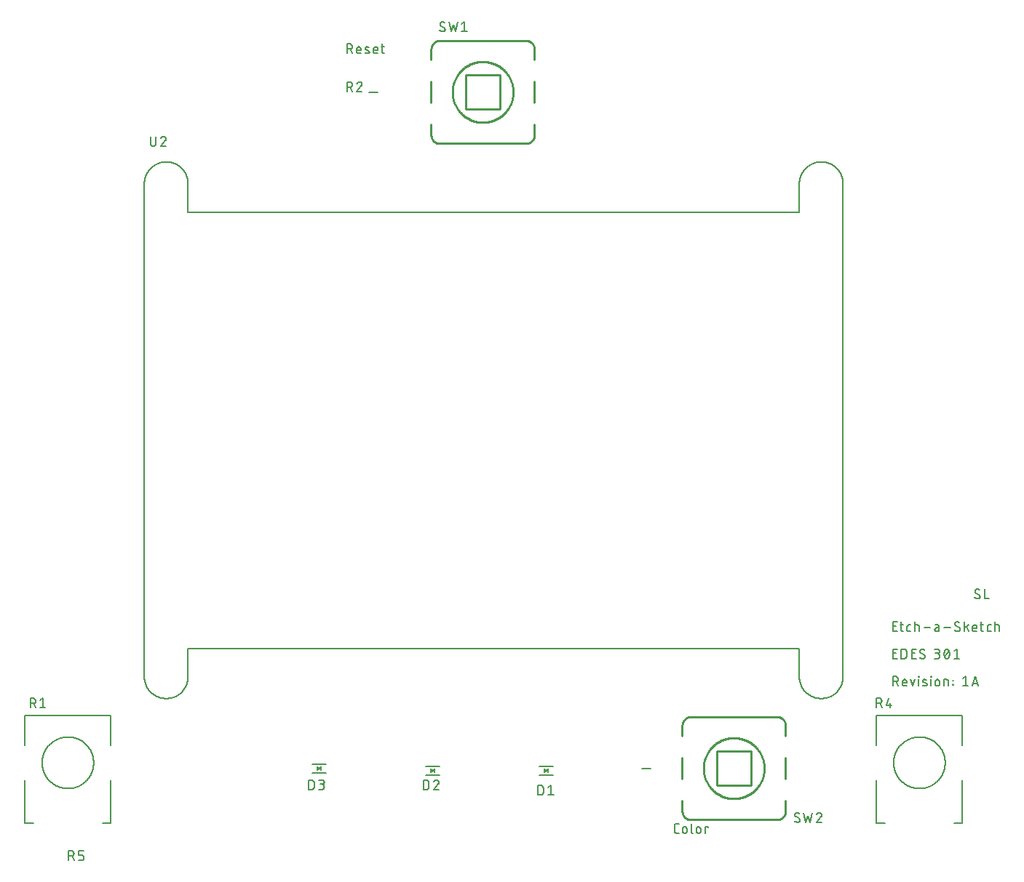
<source format=gbr>
G04 EAGLE Gerber RS-274X export*
G75*
%MOMM*%
%FSLAX34Y34*%
%LPD*%
%INSilkscreen Top*%
%IPPOS*%
%AMOC8*
5,1,8,0,0,1.08239X$1,22.5*%
G01*
%ADD10C,0.152400*%
%ADD11C,0.127000*%
%ADD12C,0.254000*%

G36*
X429805Y111676D02*
X429805Y111676D01*
X429905Y111675D01*
X429919Y111679D01*
X429931Y111679D01*
X429974Y111697D01*
X430084Y111733D01*
X434084Y113733D01*
X434119Y113759D01*
X434160Y113778D01*
X434209Y113826D01*
X434263Y113867D01*
X434288Y113904D01*
X434319Y113936D01*
X434348Y113998D01*
X434385Y114055D01*
X434395Y114099D01*
X434414Y114139D01*
X434419Y114208D01*
X434434Y114274D01*
X434428Y114319D01*
X434431Y114363D01*
X434412Y114429D01*
X434403Y114497D01*
X434382Y114536D01*
X434370Y114579D01*
X434329Y114634D01*
X434297Y114694D01*
X434263Y114724D01*
X434237Y114760D01*
X434166Y114809D01*
X434128Y114843D01*
X434107Y114851D01*
X434084Y114867D01*
X430084Y116867D01*
X429988Y116895D01*
X429894Y116927D01*
X429881Y116927D01*
X429868Y116931D01*
X429769Y116924D01*
X429669Y116921D01*
X429658Y116916D01*
X429645Y116915D01*
X429554Y116874D01*
X429462Y116836D01*
X429452Y116828D01*
X429440Y116822D01*
X429369Y116752D01*
X429296Y116685D01*
X429290Y116674D01*
X429281Y116664D01*
X429239Y116574D01*
X429193Y116485D01*
X429191Y116471D01*
X429186Y116461D01*
X429183Y116414D01*
X429166Y116300D01*
X429166Y112300D01*
X429183Y112202D01*
X429197Y112103D01*
X429203Y112092D01*
X429205Y112079D01*
X429256Y111993D01*
X429303Y111906D01*
X429313Y111897D01*
X429320Y111886D01*
X429397Y111823D01*
X429472Y111757D01*
X429484Y111753D01*
X429494Y111745D01*
X429588Y111713D01*
X429681Y111677D01*
X429694Y111677D01*
X429706Y111673D01*
X429805Y111676D01*
G37*
G36*
X561885Y109136D02*
X561885Y109136D01*
X561985Y109135D01*
X561999Y109139D01*
X562011Y109139D01*
X562054Y109157D01*
X562164Y109193D01*
X566164Y111193D01*
X566199Y111219D01*
X566240Y111238D01*
X566289Y111286D01*
X566343Y111327D01*
X566368Y111364D01*
X566399Y111396D01*
X566428Y111458D01*
X566465Y111515D01*
X566475Y111559D01*
X566494Y111599D01*
X566499Y111668D01*
X566514Y111734D01*
X566508Y111779D01*
X566511Y111823D01*
X566492Y111889D01*
X566483Y111957D01*
X566462Y111996D01*
X566450Y112039D01*
X566409Y112094D01*
X566377Y112154D01*
X566343Y112184D01*
X566317Y112220D01*
X566246Y112269D01*
X566208Y112303D01*
X566187Y112311D01*
X566164Y112327D01*
X562164Y114327D01*
X562068Y114355D01*
X561974Y114387D01*
X561961Y114387D01*
X561948Y114391D01*
X561849Y114384D01*
X561749Y114381D01*
X561738Y114376D01*
X561725Y114375D01*
X561634Y114334D01*
X561542Y114296D01*
X561532Y114288D01*
X561520Y114282D01*
X561449Y114212D01*
X561376Y114145D01*
X561370Y114134D01*
X561361Y114124D01*
X561319Y114034D01*
X561273Y113945D01*
X561271Y113931D01*
X561266Y113921D01*
X561263Y113874D01*
X561246Y113760D01*
X561246Y109760D01*
X561263Y109662D01*
X561277Y109563D01*
X561283Y109552D01*
X561285Y109539D01*
X561336Y109453D01*
X561383Y109366D01*
X561393Y109357D01*
X561400Y109346D01*
X561477Y109283D01*
X561552Y109217D01*
X561564Y109213D01*
X561574Y109205D01*
X561668Y109173D01*
X561761Y109137D01*
X561774Y109137D01*
X561786Y109133D01*
X561885Y109136D01*
G37*
G36*
X693965Y109136D02*
X693965Y109136D01*
X694065Y109135D01*
X694079Y109139D01*
X694091Y109139D01*
X694134Y109157D01*
X694244Y109193D01*
X698244Y111193D01*
X698279Y111219D01*
X698320Y111238D01*
X698369Y111286D01*
X698423Y111327D01*
X698448Y111364D01*
X698479Y111396D01*
X698508Y111458D01*
X698545Y111515D01*
X698555Y111559D01*
X698574Y111599D01*
X698579Y111668D01*
X698594Y111734D01*
X698588Y111779D01*
X698591Y111823D01*
X698572Y111889D01*
X698563Y111957D01*
X698542Y111996D01*
X698530Y112039D01*
X698489Y112094D01*
X698457Y112154D01*
X698423Y112184D01*
X698397Y112220D01*
X698326Y112269D01*
X698288Y112303D01*
X698267Y112311D01*
X698244Y112327D01*
X694244Y114327D01*
X694148Y114355D01*
X694054Y114387D01*
X694041Y114387D01*
X694028Y114391D01*
X693929Y114384D01*
X693829Y114381D01*
X693818Y114376D01*
X693805Y114375D01*
X693714Y114334D01*
X693622Y114296D01*
X693612Y114288D01*
X693600Y114282D01*
X693529Y114212D01*
X693456Y114145D01*
X693450Y114134D01*
X693441Y114124D01*
X693399Y114034D01*
X693353Y113945D01*
X693351Y113931D01*
X693346Y113921D01*
X693343Y113874D01*
X693326Y113760D01*
X693326Y109760D01*
X693343Y109662D01*
X693357Y109563D01*
X693363Y109552D01*
X693365Y109539D01*
X693416Y109453D01*
X693463Y109366D01*
X693473Y109357D01*
X693480Y109346D01*
X693557Y109283D01*
X693632Y109217D01*
X693644Y109213D01*
X693654Y109205D01*
X693748Y109173D01*
X693841Y109137D01*
X693854Y109137D01*
X693866Y109133D01*
X693965Y109136D01*
G37*
D10*
X1104279Y273812D02*
X1099312Y273812D01*
X1099312Y284988D01*
X1104279Y284988D01*
X1103037Y280021D02*
X1099312Y280021D01*
X1107649Y281263D02*
X1111374Y281263D01*
X1108891Y284988D02*
X1108891Y275675D01*
X1108893Y275591D01*
X1108898Y275508D01*
X1108908Y275425D01*
X1108921Y275342D01*
X1108938Y275260D01*
X1108958Y275179D01*
X1108982Y275099D01*
X1109010Y275020D01*
X1109041Y274943D01*
X1109075Y274867D01*
X1109113Y274792D01*
X1109155Y274719D01*
X1109199Y274649D01*
X1109247Y274580D01*
X1109297Y274513D01*
X1109351Y274449D01*
X1109407Y274388D01*
X1109467Y274328D01*
X1109528Y274272D01*
X1109592Y274218D01*
X1109659Y274168D01*
X1109728Y274120D01*
X1109798Y274076D01*
X1109871Y274034D01*
X1109946Y273996D01*
X1110022Y273962D01*
X1110099Y273931D01*
X1110178Y273903D01*
X1110258Y273879D01*
X1110339Y273859D01*
X1110421Y273842D01*
X1110504Y273829D01*
X1110587Y273819D01*
X1110670Y273814D01*
X1110754Y273812D01*
X1111374Y273812D01*
X1117786Y273812D02*
X1120269Y273812D01*
X1117786Y273812D02*
X1117702Y273814D01*
X1117619Y273819D01*
X1117536Y273829D01*
X1117453Y273842D01*
X1117371Y273859D01*
X1117290Y273879D01*
X1117210Y273903D01*
X1117131Y273931D01*
X1117054Y273962D01*
X1116978Y273996D01*
X1116903Y274034D01*
X1116830Y274076D01*
X1116760Y274120D01*
X1116691Y274168D01*
X1116624Y274218D01*
X1116560Y274272D01*
X1116499Y274328D01*
X1116439Y274388D01*
X1116383Y274449D01*
X1116329Y274513D01*
X1116279Y274580D01*
X1116231Y274649D01*
X1116187Y274719D01*
X1116145Y274792D01*
X1116107Y274867D01*
X1116073Y274943D01*
X1116042Y275020D01*
X1116014Y275099D01*
X1115990Y275179D01*
X1115970Y275260D01*
X1115953Y275342D01*
X1115940Y275425D01*
X1115930Y275508D01*
X1115925Y275591D01*
X1115923Y275675D01*
X1115923Y279400D01*
X1115925Y279484D01*
X1115931Y279567D01*
X1115940Y279650D01*
X1115953Y279733D01*
X1115970Y279815D01*
X1115990Y279896D01*
X1116014Y279976D01*
X1116042Y280055D01*
X1116073Y280132D01*
X1116107Y280208D01*
X1116145Y280283D01*
X1116187Y280356D01*
X1116231Y280426D01*
X1116279Y280495D01*
X1116329Y280562D01*
X1116383Y280626D01*
X1116439Y280687D01*
X1116499Y280747D01*
X1116560Y280803D01*
X1116624Y280857D01*
X1116691Y280907D01*
X1116760Y280955D01*
X1116830Y280999D01*
X1116903Y281041D01*
X1116978Y281079D01*
X1117054Y281113D01*
X1117131Y281144D01*
X1117210Y281172D01*
X1117290Y281196D01*
X1117371Y281216D01*
X1117453Y281233D01*
X1117536Y281246D01*
X1117619Y281256D01*
X1117702Y281261D01*
X1117786Y281263D01*
X1120269Y281263D01*
X1125051Y284988D02*
X1125051Y273812D01*
X1125051Y281263D02*
X1128155Y281263D01*
X1128239Y281261D01*
X1128322Y281256D01*
X1128405Y281246D01*
X1128488Y281233D01*
X1128570Y281216D01*
X1128651Y281196D01*
X1128731Y281172D01*
X1128810Y281144D01*
X1128887Y281113D01*
X1128963Y281079D01*
X1129038Y281041D01*
X1129111Y280999D01*
X1129181Y280955D01*
X1129250Y280907D01*
X1129317Y280857D01*
X1129381Y280803D01*
X1129442Y280747D01*
X1129502Y280687D01*
X1129558Y280626D01*
X1129612Y280562D01*
X1129662Y280495D01*
X1129710Y280426D01*
X1129754Y280356D01*
X1129796Y280283D01*
X1129834Y280208D01*
X1129868Y280132D01*
X1129899Y280055D01*
X1129927Y279976D01*
X1129951Y279896D01*
X1129971Y279815D01*
X1129988Y279733D01*
X1130001Y279650D01*
X1130011Y279567D01*
X1130016Y279484D01*
X1130018Y279400D01*
X1130018Y273812D01*
X1135620Y278158D02*
X1143070Y278158D01*
X1150391Y278158D02*
X1153185Y278158D01*
X1150391Y278158D02*
X1150299Y278156D01*
X1150207Y278150D01*
X1150115Y278140D01*
X1150024Y278127D01*
X1149933Y278109D01*
X1149843Y278088D01*
X1149755Y278063D01*
X1149667Y278034D01*
X1149581Y278001D01*
X1149496Y277965D01*
X1149413Y277925D01*
X1149331Y277882D01*
X1149252Y277835D01*
X1149174Y277785D01*
X1149099Y277732D01*
X1149026Y277676D01*
X1148955Y277616D01*
X1148887Y277554D01*
X1148822Y277489D01*
X1148760Y277421D01*
X1148700Y277350D01*
X1148644Y277277D01*
X1148591Y277202D01*
X1148541Y277124D01*
X1148494Y277045D01*
X1148451Y276963D01*
X1148411Y276880D01*
X1148375Y276795D01*
X1148342Y276709D01*
X1148313Y276621D01*
X1148288Y276533D01*
X1148267Y276443D01*
X1148249Y276352D01*
X1148236Y276261D01*
X1148226Y276169D01*
X1148220Y276077D01*
X1148218Y275985D01*
X1148220Y275893D01*
X1148226Y275801D01*
X1148236Y275709D01*
X1148249Y275618D01*
X1148267Y275527D01*
X1148288Y275437D01*
X1148313Y275349D01*
X1148342Y275261D01*
X1148375Y275175D01*
X1148411Y275090D01*
X1148451Y275007D01*
X1148494Y274925D01*
X1148541Y274846D01*
X1148591Y274768D01*
X1148644Y274693D01*
X1148700Y274620D01*
X1148760Y274549D01*
X1148822Y274481D01*
X1148887Y274416D01*
X1148955Y274354D01*
X1149026Y274294D01*
X1149099Y274238D01*
X1149174Y274185D01*
X1149252Y274135D01*
X1149331Y274088D01*
X1149413Y274045D01*
X1149496Y274005D01*
X1149581Y273969D01*
X1149667Y273936D01*
X1149755Y273907D01*
X1149843Y273882D01*
X1149933Y273861D01*
X1150024Y273843D01*
X1150115Y273830D01*
X1150207Y273820D01*
X1150299Y273814D01*
X1150391Y273812D01*
X1153185Y273812D01*
X1153185Y279400D01*
X1153183Y279484D01*
X1153178Y279567D01*
X1153168Y279650D01*
X1153155Y279733D01*
X1153138Y279815D01*
X1153118Y279896D01*
X1153094Y279976D01*
X1153066Y280055D01*
X1153035Y280132D01*
X1153001Y280208D01*
X1152963Y280283D01*
X1152921Y280356D01*
X1152877Y280426D01*
X1152829Y280495D01*
X1152779Y280562D01*
X1152725Y280626D01*
X1152669Y280687D01*
X1152609Y280747D01*
X1152548Y280803D01*
X1152484Y280857D01*
X1152417Y280907D01*
X1152348Y280955D01*
X1152278Y280999D01*
X1152205Y281041D01*
X1152130Y281079D01*
X1152054Y281113D01*
X1151977Y281144D01*
X1151898Y281172D01*
X1151818Y281196D01*
X1151737Y281216D01*
X1151655Y281233D01*
X1151572Y281246D01*
X1151489Y281256D01*
X1151406Y281261D01*
X1151322Y281263D01*
X1148839Y281263D01*
X1158861Y278158D02*
X1166311Y278158D01*
X1175018Y273812D02*
X1175115Y273814D01*
X1175213Y273820D01*
X1175310Y273829D01*
X1175407Y273843D01*
X1175503Y273860D01*
X1175598Y273881D01*
X1175692Y273905D01*
X1175786Y273934D01*
X1175878Y273966D01*
X1175969Y274001D01*
X1176058Y274040D01*
X1176146Y274083D01*
X1176232Y274129D01*
X1176316Y274178D01*
X1176398Y274231D01*
X1176478Y274286D01*
X1176556Y274345D01*
X1176631Y274407D01*
X1176704Y274472D01*
X1176774Y274540D01*
X1176842Y274610D01*
X1176907Y274683D01*
X1176969Y274758D01*
X1177028Y274836D01*
X1177083Y274916D01*
X1177136Y274998D01*
X1177185Y275082D01*
X1177231Y275168D01*
X1177274Y275256D01*
X1177313Y275345D01*
X1177348Y275436D01*
X1177380Y275528D01*
X1177409Y275622D01*
X1177433Y275716D01*
X1177454Y275811D01*
X1177471Y275907D01*
X1177485Y276004D01*
X1177494Y276101D01*
X1177500Y276198D01*
X1177502Y276296D01*
X1175018Y273812D02*
X1174875Y273814D01*
X1174732Y273820D01*
X1174590Y273829D01*
X1174448Y273843D01*
X1174306Y273861D01*
X1174165Y273882D01*
X1174024Y273907D01*
X1173884Y273936D01*
X1173745Y273969D01*
X1173607Y274005D01*
X1173470Y274046D01*
X1173334Y274090D01*
X1173199Y274137D01*
X1173066Y274189D01*
X1172934Y274244D01*
X1172804Y274302D01*
X1172675Y274364D01*
X1172548Y274430D01*
X1172423Y274499D01*
X1172300Y274571D01*
X1172179Y274647D01*
X1172060Y274725D01*
X1171943Y274808D01*
X1171828Y274893D01*
X1171716Y274981D01*
X1171606Y275073D01*
X1171499Y275167D01*
X1171394Y275264D01*
X1171292Y275364D01*
X1171603Y282504D02*
X1171605Y282602D01*
X1171611Y282699D01*
X1171620Y282796D01*
X1171634Y282893D01*
X1171651Y282989D01*
X1171672Y283084D01*
X1171696Y283178D01*
X1171725Y283272D01*
X1171757Y283364D01*
X1171792Y283455D01*
X1171831Y283544D01*
X1171874Y283632D01*
X1171920Y283718D01*
X1171969Y283802D01*
X1172022Y283884D01*
X1172077Y283964D01*
X1172136Y284042D01*
X1172198Y284117D01*
X1172263Y284190D01*
X1172331Y284260D01*
X1172401Y284328D01*
X1172474Y284393D01*
X1172549Y284455D01*
X1172627Y284514D01*
X1172707Y284569D01*
X1172789Y284622D01*
X1172873Y284671D01*
X1172959Y284717D01*
X1173047Y284760D01*
X1173136Y284799D01*
X1173227Y284834D01*
X1173319Y284866D01*
X1173413Y284895D01*
X1173507Y284919D01*
X1173602Y284940D01*
X1173698Y284957D01*
X1173795Y284971D01*
X1173892Y284980D01*
X1173989Y284986D01*
X1174087Y284988D01*
X1174217Y284986D01*
X1174347Y284981D01*
X1174477Y284972D01*
X1174607Y284959D01*
X1174736Y284943D01*
X1174865Y284923D01*
X1174993Y284899D01*
X1175121Y284872D01*
X1175247Y284841D01*
X1175373Y284807D01*
X1175498Y284769D01*
X1175621Y284728D01*
X1175744Y284683D01*
X1175865Y284635D01*
X1175985Y284584D01*
X1176103Y284529D01*
X1176219Y284471D01*
X1176334Y284410D01*
X1176448Y284345D01*
X1176559Y284278D01*
X1176668Y284207D01*
X1176776Y284133D01*
X1176881Y284057D01*
X1172845Y280331D02*
X1172762Y280382D01*
X1172681Y280436D01*
X1172603Y280493D01*
X1172527Y280553D01*
X1172453Y280616D01*
X1172382Y280682D01*
X1172313Y280750D01*
X1172247Y280821D01*
X1172183Y280894D01*
X1172123Y280970D01*
X1172066Y281048D01*
X1172011Y281129D01*
X1171960Y281211D01*
X1171912Y281295D01*
X1171867Y281381D01*
X1171825Y281469D01*
X1171787Y281558D01*
X1171753Y281648D01*
X1171721Y281740D01*
X1171694Y281833D01*
X1171670Y281927D01*
X1171649Y282022D01*
X1171633Y282118D01*
X1171620Y282214D01*
X1171610Y282310D01*
X1171605Y282407D01*
X1171603Y282504D01*
X1176259Y278469D02*
X1176342Y278418D01*
X1176423Y278364D01*
X1176501Y278307D01*
X1176577Y278247D01*
X1176651Y278184D01*
X1176722Y278118D01*
X1176791Y278050D01*
X1176857Y277979D01*
X1176921Y277906D01*
X1176981Y277830D01*
X1177038Y277752D01*
X1177093Y277671D01*
X1177144Y277589D01*
X1177192Y277505D01*
X1177237Y277419D01*
X1177279Y277331D01*
X1177317Y277242D01*
X1177351Y277152D01*
X1177383Y277060D01*
X1177410Y276967D01*
X1177434Y276873D01*
X1177455Y276778D01*
X1177471Y276682D01*
X1177484Y276586D01*
X1177494Y276490D01*
X1177499Y276393D01*
X1177501Y276296D01*
X1176260Y278469D02*
X1172845Y280331D01*
X1182751Y284988D02*
X1182751Y273812D01*
X1182751Y277537D02*
X1187718Y281263D01*
X1184924Y279090D02*
X1187718Y273812D01*
X1193969Y273812D02*
X1197074Y273812D01*
X1193969Y273812D02*
X1193885Y273814D01*
X1193802Y273819D01*
X1193719Y273829D01*
X1193636Y273842D01*
X1193554Y273859D01*
X1193473Y273879D01*
X1193393Y273903D01*
X1193314Y273931D01*
X1193237Y273962D01*
X1193161Y273996D01*
X1193086Y274034D01*
X1193013Y274076D01*
X1192943Y274120D01*
X1192874Y274168D01*
X1192807Y274218D01*
X1192743Y274272D01*
X1192682Y274328D01*
X1192622Y274388D01*
X1192566Y274449D01*
X1192512Y274513D01*
X1192462Y274580D01*
X1192414Y274649D01*
X1192370Y274719D01*
X1192328Y274792D01*
X1192290Y274867D01*
X1192256Y274943D01*
X1192225Y275020D01*
X1192197Y275099D01*
X1192173Y275179D01*
X1192153Y275260D01*
X1192136Y275342D01*
X1192123Y275425D01*
X1192113Y275508D01*
X1192108Y275591D01*
X1192106Y275675D01*
X1192106Y278779D01*
X1192108Y278878D01*
X1192114Y278976D01*
X1192124Y279075D01*
X1192137Y279172D01*
X1192155Y279270D01*
X1192176Y279366D01*
X1192202Y279462D01*
X1192231Y279556D01*
X1192263Y279649D01*
X1192300Y279741D01*
X1192340Y279831D01*
X1192384Y279920D01*
X1192431Y280007D01*
X1192481Y280092D01*
X1192535Y280174D01*
X1192592Y280255D01*
X1192652Y280333D01*
X1192716Y280409D01*
X1192782Y280482D01*
X1192851Y280553D01*
X1192923Y280621D01*
X1192998Y280685D01*
X1193075Y280747D01*
X1193154Y280806D01*
X1193236Y280861D01*
X1193320Y280914D01*
X1193405Y280962D01*
X1193493Y281008D01*
X1193583Y281050D01*
X1193674Y281088D01*
X1193766Y281122D01*
X1193860Y281153D01*
X1193955Y281180D01*
X1194051Y281204D01*
X1194148Y281223D01*
X1194245Y281239D01*
X1194343Y281251D01*
X1194442Y281259D01*
X1194541Y281263D01*
X1194639Y281263D01*
X1194738Y281259D01*
X1194837Y281251D01*
X1194935Y281239D01*
X1195032Y281223D01*
X1195129Y281204D01*
X1195225Y281180D01*
X1195320Y281153D01*
X1195414Y281122D01*
X1195506Y281088D01*
X1195597Y281050D01*
X1195687Y281008D01*
X1195775Y280962D01*
X1195860Y280914D01*
X1195944Y280861D01*
X1196026Y280806D01*
X1196105Y280747D01*
X1196182Y280685D01*
X1196257Y280621D01*
X1196329Y280553D01*
X1196398Y280482D01*
X1196464Y280409D01*
X1196528Y280333D01*
X1196588Y280255D01*
X1196645Y280174D01*
X1196699Y280092D01*
X1196749Y280007D01*
X1196796Y279920D01*
X1196840Y279831D01*
X1196880Y279741D01*
X1196917Y279649D01*
X1196949Y279556D01*
X1196978Y279462D01*
X1197004Y279366D01*
X1197025Y279270D01*
X1197043Y279172D01*
X1197056Y279075D01*
X1197066Y278976D01*
X1197072Y278878D01*
X1197074Y278779D01*
X1197074Y277537D01*
X1192106Y277537D01*
X1200994Y281263D02*
X1204719Y281263D01*
X1202236Y284988D02*
X1202236Y275675D01*
X1202235Y275675D02*
X1202237Y275591D01*
X1202242Y275508D01*
X1202252Y275425D01*
X1202265Y275342D01*
X1202282Y275260D01*
X1202302Y275179D01*
X1202326Y275099D01*
X1202354Y275020D01*
X1202385Y274943D01*
X1202419Y274867D01*
X1202457Y274792D01*
X1202499Y274719D01*
X1202543Y274649D01*
X1202591Y274580D01*
X1202641Y274513D01*
X1202695Y274449D01*
X1202751Y274388D01*
X1202811Y274328D01*
X1202872Y274272D01*
X1202936Y274218D01*
X1203003Y274168D01*
X1203072Y274120D01*
X1203142Y274076D01*
X1203215Y274034D01*
X1203290Y273996D01*
X1203366Y273962D01*
X1203443Y273931D01*
X1203522Y273903D01*
X1203602Y273879D01*
X1203683Y273859D01*
X1203765Y273842D01*
X1203848Y273829D01*
X1203931Y273819D01*
X1204014Y273814D01*
X1204098Y273812D01*
X1204719Y273812D01*
X1211131Y273812D02*
X1213614Y273812D01*
X1211131Y273812D02*
X1211047Y273814D01*
X1210964Y273819D01*
X1210881Y273829D01*
X1210798Y273842D01*
X1210716Y273859D01*
X1210635Y273879D01*
X1210555Y273903D01*
X1210476Y273931D01*
X1210399Y273962D01*
X1210323Y273996D01*
X1210248Y274034D01*
X1210175Y274076D01*
X1210105Y274120D01*
X1210036Y274168D01*
X1209969Y274218D01*
X1209905Y274272D01*
X1209844Y274328D01*
X1209784Y274388D01*
X1209728Y274449D01*
X1209674Y274513D01*
X1209624Y274580D01*
X1209576Y274649D01*
X1209532Y274719D01*
X1209490Y274792D01*
X1209452Y274867D01*
X1209418Y274943D01*
X1209387Y275020D01*
X1209359Y275099D01*
X1209335Y275179D01*
X1209315Y275260D01*
X1209298Y275342D01*
X1209285Y275425D01*
X1209275Y275508D01*
X1209270Y275591D01*
X1209268Y275675D01*
X1209268Y279400D01*
X1209270Y279484D01*
X1209276Y279567D01*
X1209285Y279650D01*
X1209298Y279733D01*
X1209315Y279815D01*
X1209335Y279896D01*
X1209359Y279976D01*
X1209387Y280055D01*
X1209418Y280132D01*
X1209452Y280208D01*
X1209490Y280283D01*
X1209532Y280356D01*
X1209576Y280426D01*
X1209624Y280495D01*
X1209674Y280562D01*
X1209728Y280626D01*
X1209784Y280687D01*
X1209844Y280747D01*
X1209905Y280803D01*
X1209969Y280857D01*
X1210036Y280907D01*
X1210105Y280955D01*
X1210175Y280999D01*
X1210248Y281041D01*
X1210323Y281079D01*
X1210399Y281113D01*
X1210476Y281144D01*
X1210555Y281172D01*
X1210635Y281196D01*
X1210716Y281216D01*
X1210798Y281233D01*
X1210881Y281246D01*
X1210964Y281256D01*
X1211047Y281261D01*
X1211131Y281263D01*
X1213614Y281263D01*
X1218395Y284988D02*
X1218395Y273812D01*
X1218395Y281263D02*
X1221500Y281263D01*
X1221584Y281261D01*
X1221667Y281256D01*
X1221750Y281246D01*
X1221833Y281233D01*
X1221915Y281216D01*
X1221996Y281196D01*
X1222076Y281172D01*
X1222155Y281144D01*
X1222232Y281113D01*
X1222308Y281079D01*
X1222383Y281041D01*
X1222456Y280999D01*
X1222526Y280955D01*
X1222595Y280907D01*
X1222662Y280857D01*
X1222726Y280803D01*
X1222787Y280747D01*
X1222847Y280687D01*
X1222903Y280626D01*
X1222957Y280562D01*
X1223007Y280495D01*
X1223055Y280426D01*
X1223099Y280356D01*
X1223141Y280283D01*
X1223179Y280208D01*
X1223213Y280132D01*
X1223244Y280055D01*
X1223272Y279976D01*
X1223296Y279896D01*
X1223316Y279815D01*
X1223333Y279733D01*
X1223346Y279650D01*
X1223356Y279567D01*
X1223361Y279484D01*
X1223363Y279400D01*
X1223362Y279400D02*
X1223362Y273812D01*
X1104279Y242062D02*
X1099312Y242062D01*
X1099312Y253238D01*
X1104279Y253238D01*
X1103037Y248271D02*
X1099312Y248271D01*
X1109190Y253238D02*
X1109190Y242062D01*
X1109190Y253238D02*
X1112294Y253238D01*
X1112405Y253236D01*
X1112515Y253230D01*
X1112626Y253220D01*
X1112736Y253206D01*
X1112845Y253189D01*
X1112954Y253167D01*
X1113062Y253142D01*
X1113168Y253112D01*
X1113274Y253079D01*
X1113379Y253042D01*
X1113482Y253002D01*
X1113583Y252957D01*
X1113683Y252910D01*
X1113782Y252858D01*
X1113878Y252803D01*
X1113972Y252745D01*
X1114064Y252684D01*
X1114154Y252619D01*
X1114242Y252551D01*
X1114327Y252480D01*
X1114409Y252406D01*
X1114489Y252329D01*
X1114566Y252249D01*
X1114640Y252167D01*
X1114711Y252082D01*
X1114779Y251994D01*
X1114844Y251904D01*
X1114905Y251812D01*
X1114963Y251718D01*
X1115018Y251622D01*
X1115070Y251523D01*
X1115117Y251423D01*
X1115162Y251322D01*
X1115202Y251219D01*
X1115239Y251114D01*
X1115272Y251008D01*
X1115302Y250902D01*
X1115327Y250794D01*
X1115349Y250685D01*
X1115366Y250576D01*
X1115380Y250466D01*
X1115390Y250355D01*
X1115396Y250245D01*
X1115398Y250134D01*
X1115399Y250134D02*
X1115399Y245166D01*
X1115398Y245166D02*
X1115396Y245055D01*
X1115390Y244945D01*
X1115380Y244834D01*
X1115366Y244724D01*
X1115349Y244615D01*
X1115327Y244506D01*
X1115302Y244398D01*
X1115272Y244292D01*
X1115239Y244186D01*
X1115202Y244081D01*
X1115162Y243978D01*
X1115117Y243877D01*
X1115070Y243777D01*
X1115018Y243678D01*
X1114963Y243582D01*
X1114905Y243488D01*
X1114844Y243396D01*
X1114779Y243306D01*
X1114711Y243218D01*
X1114640Y243133D01*
X1114566Y243051D01*
X1114489Y242971D01*
X1114409Y242894D01*
X1114327Y242820D01*
X1114242Y242749D01*
X1114154Y242681D01*
X1114064Y242616D01*
X1113972Y242555D01*
X1113878Y242497D01*
X1113782Y242442D01*
X1113683Y242390D01*
X1113583Y242343D01*
X1113482Y242298D01*
X1113379Y242258D01*
X1113274Y242221D01*
X1113168Y242188D01*
X1113062Y242158D01*
X1112954Y242133D01*
X1112845Y242111D01*
X1112736Y242094D01*
X1112626Y242080D01*
X1112515Y242070D01*
X1112405Y242064D01*
X1112294Y242062D01*
X1109190Y242062D01*
X1121410Y242062D02*
X1126377Y242062D01*
X1121410Y242062D02*
X1121410Y253238D01*
X1126377Y253238D01*
X1125135Y248271D02*
X1121410Y248271D01*
X1134251Y242062D02*
X1134348Y242064D01*
X1134446Y242070D01*
X1134543Y242079D01*
X1134640Y242093D01*
X1134736Y242110D01*
X1134831Y242131D01*
X1134925Y242155D01*
X1135019Y242184D01*
X1135111Y242216D01*
X1135202Y242251D01*
X1135291Y242290D01*
X1135379Y242333D01*
X1135465Y242379D01*
X1135549Y242428D01*
X1135631Y242481D01*
X1135711Y242536D01*
X1135789Y242595D01*
X1135864Y242657D01*
X1135937Y242722D01*
X1136007Y242790D01*
X1136075Y242860D01*
X1136140Y242933D01*
X1136202Y243008D01*
X1136261Y243086D01*
X1136316Y243166D01*
X1136369Y243248D01*
X1136418Y243332D01*
X1136464Y243418D01*
X1136507Y243506D01*
X1136546Y243595D01*
X1136581Y243686D01*
X1136613Y243778D01*
X1136642Y243872D01*
X1136666Y243966D01*
X1136687Y244061D01*
X1136704Y244157D01*
X1136718Y244254D01*
X1136727Y244351D01*
X1136733Y244448D01*
X1136735Y244546D01*
X1134251Y242062D02*
X1134108Y242064D01*
X1133965Y242070D01*
X1133823Y242079D01*
X1133681Y242093D01*
X1133539Y242111D01*
X1133398Y242132D01*
X1133257Y242157D01*
X1133117Y242186D01*
X1132978Y242219D01*
X1132840Y242255D01*
X1132703Y242296D01*
X1132567Y242340D01*
X1132432Y242387D01*
X1132299Y242439D01*
X1132167Y242494D01*
X1132037Y242552D01*
X1131908Y242614D01*
X1131781Y242680D01*
X1131656Y242749D01*
X1131533Y242821D01*
X1131412Y242897D01*
X1131293Y242975D01*
X1131176Y243058D01*
X1131061Y243143D01*
X1130949Y243231D01*
X1130839Y243323D01*
X1130732Y243417D01*
X1130627Y243514D01*
X1130525Y243614D01*
X1130836Y250754D02*
X1130838Y250852D01*
X1130844Y250949D01*
X1130853Y251046D01*
X1130867Y251143D01*
X1130884Y251239D01*
X1130905Y251334D01*
X1130929Y251428D01*
X1130958Y251522D01*
X1130990Y251614D01*
X1131025Y251705D01*
X1131064Y251794D01*
X1131107Y251882D01*
X1131153Y251968D01*
X1131202Y252052D01*
X1131255Y252134D01*
X1131310Y252214D01*
X1131369Y252292D01*
X1131431Y252367D01*
X1131496Y252440D01*
X1131564Y252510D01*
X1131634Y252578D01*
X1131707Y252643D01*
X1131782Y252705D01*
X1131860Y252764D01*
X1131940Y252819D01*
X1132022Y252872D01*
X1132106Y252921D01*
X1132192Y252967D01*
X1132280Y253010D01*
X1132369Y253049D01*
X1132460Y253084D01*
X1132552Y253116D01*
X1132646Y253145D01*
X1132740Y253169D01*
X1132835Y253190D01*
X1132931Y253207D01*
X1133028Y253221D01*
X1133125Y253230D01*
X1133222Y253236D01*
X1133320Y253238D01*
X1133450Y253236D01*
X1133580Y253231D01*
X1133710Y253222D01*
X1133840Y253209D01*
X1133969Y253193D01*
X1134098Y253173D01*
X1134226Y253149D01*
X1134354Y253122D01*
X1134480Y253091D01*
X1134606Y253057D01*
X1134731Y253019D01*
X1134854Y252978D01*
X1134977Y252933D01*
X1135098Y252885D01*
X1135218Y252834D01*
X1135336Y252779D01*
X1135452Y252721D01*
X1135567Y252660D01*
X1135681Y252595D01*
X1135792Y252528D01*
X1135901Y252457D01*
X1136009Y252383D01*
X1136114Y252307D01*
X1132079Y248581D02*
X1131996Y248632D01*
X1131915Y248686D01*
X1131837Y248743D01*
X1131761Y248803D01*
X1131687Y248866D01*
X1131616Y248932D01*
X1131547Y249000D01*
X1131481Y249071D01*
X1131417Y249144D01*
X1131357Y249220D01*
X1131300Y249298D01*
X1131245Y249379D01*
X1131194Y249461D01*
X1131146Y249545D01*
X1131101Y249631D01*
X1131059Y249719D01*
X1131021Y249808D01*
X1130987Y249898D01*
X1130955Y249990D01*
X1130928Y250083D01*
X1130904Y250177D01*
X1130883Y250272D01*
X1130867Y250368D01*
X1130854Y250464D01*
X1130844Y250560D01*
X1130839Y250657D01*
X1130837Y250754D01*
X1135492Y246719D02*
X1135575Y246668D01*
X1135656Y246614D01*
X1135734Y246557D01*
X1135810Y246497D01*
X1135884Y246434D01*
X1135955Y246368D01*
X1136024Y246300D01*
X1136090Y246229D01*
X1136154Y246156D01*
X1136214Y246080D01*
X1136271Y246002D01*
X1136326Y245921D01*
X1136377Y245839D01*
X1136425Y245755D01*
X1136470Y245669D01*
X1136512Y245581D01*
X1136550Y245492D01*
X1136584Y245402D01*
X1136616Y245310D01*
X1136643Y245217D01*
X1136667Y245123D01*
X1136688Y245028D01*
X1136704Y244932D01*
X1136717Y244836D01*
X1136727Y244740D01*
X1136732Y244643D01*
X1136734Y244546D01*
X1135493Y246719D02*
X1132078Y248581D01*
X1147671Y242062D02*
X1150775Y242062D01*
X1150886Y242064D01*
X1150996Y242070D01*
X1151107Y242080D01*
X1151217Y242094D01*
X1151326Y242111D01*
X1151435Y242133D01*
X1151543Y242158D01*
X1151649Y242188D01*
X1151755Y242221D01*
X1151860Y242258D01*
X1151963Y242298D01*
X1152064Y242343D01*
X1152164Y242390D01*
X1152263Y242442D01*
X1152359Y242497D01*
X1152453Y242555D01*
X1152545Y242616D01*
X1152635Y242681D01*
X1152723Y242749D01*
X1152808Y242820D01*
X1152890Y242894D01*
X1152970Y242971D01*
X1153047Y243051D01*
X1153121Y243133D01*
X1153192Y243218D01*
X1153260Y243306D01*
X1153325Y243396D01*
X1153386Y243488D01*
X1153444Y243582D01*
X1153499Y243678D01*
X1153551Y243777D01*
X1153598Y243877D01*
X1153643Y243978D01*
X1153683Y244081D01*
X1153720Y244186D01*
X1153753Y244292D01*
X1153783Y244398D01*
X1153808Y244506D01*
X1153830Y244615D01*
X1153847Y244724D01*
X1153861Y244834D01*
X1153871Y244945D01*
X1153877Y245055D01*
X1153879Y245166D01*
X1153877Y245277D01*
X1153871Y245387D01*
X1153861Y245498D01*
X1153847Y245608D01*
X1153830Y245717D01*
X1153808Y245826D01*
X1153783Y245934D01*
X1153753Y246040D01*
X1153720Y246146D01*
X1153683Y246251D01*
X1153643Y246354D01*
X1153598Y246455D01*
X1153551Y246555D01*
X1153499Y246654D01*
X1153444Y246750D01*
X1153386Y246844D01*
X1153325Y246936D01*
X1153260Y247026D01*
X1153192Y247114D01*
X1153121Y247199D01*
X1153047Y247281D01*
X1152970Y247361D01*
X1152890Y247438D01*
X1152808Y247512D01*
X1152723Y247583D01*
X1152635Y247651D01*
X1152545Y247716D01*
X1152453Y247777D01*
X1152359Y247835D01*
X1152263Y247890D01*
X1152164Y247942D01*
X1152064Y247989D01*
X1151963Y248034D01*
X1151860Y248074D01*
X1151755Y248111D01*
X1151649Y248144D01*
X1151543Y248174D01*
X1151435Y248199D01*
X1151326Y248221D01*
X1151217Y248238D01*
X1151107Y248252D01*
X1150996Y248262D01*
X1150886Y248268D01*
X1150775Y248270D01*
X1151396Y253238D02*
X1147671Y253238D01*
X1151396Y253238D02*
X1151495Y253236D01*
X1151593Y253230D01*
X1151692Y253220D01*
X1151789Y253207D01*
X1151887Y253189D01*
X1151983Y253168D01*
X1152079Y253142D01*
X1152173Y253113D01*
X1152266Y253081D01*
X1152358Y253044D01*
X1152448Y253004D01*
X1152537Y252960D01*
X1152624Y252913D01*
X1152709Y252863D01*
X1152791Y252809D01*
X1152872Y252752D01*
X1152950Y252692D01*
X1153026Y252628D01*
X1153099Y252562D01*
X1153170Y252493D01*
X1153238Y252421D01*
X1153302Y252346D01*
X1153364Y252269D01*
X1153423Y252190D01*
X1153478Y252108D01*
X1153531Y252024D01*
X1153579Y251939D01*
X1153625Y251851D01*
X1153667Y251761D01*
X1153705Y251670D01*
X1153739Y251578D01*
X1153770Y251484D01*
X1153797Y251389D01*
X1153821Y251293D01*
X1153840Y251196D01*
X1153856Y251099D01*
X1153868Y251001D01*
X1153876Y250902D01*
X1153880Y250803D01*
X1153880Y250705D01*
X1153876Y250606D01*
X1153868Y250507D01*
X1153856Y250409D01*
X1153840Y250312D01*
X1153821Y250215D01*
X1153797Y250119D01*
X1153770Y250024D01*
X1153739Y249930D01*
X1153705Y249838D01*
X1153667Y249747D01*
X1153625Y249657D01*
X1153579Y249569D01*
X1153531Y249484D01*
X1153478Y249400D01*
X1153423Y249318D01*
X1153364Y249239D01*
X1153302Y249162D01*
X1153238Y249087D01*
X1153170Y249015D01*
X1153099Y248946D01*
X1153026Y248880D01*
X1152950Y248816D01*
X1152872Y248756D01*
X1152791Y248699D01*
X1152709Y248645D01*
X1152624Y248595D01*
X1152537Y248548D01*
X1152448Y248504D01*
X1152358Y248464D01*
X1152266Y248427D01*
X1152173Y248395D01*
X1152079Y248366D01*
X1151983Y248340D01*
X1151887Y248319D01*
X1151789Y248301D01*
X1151692Y248288D01*
X1151593Y248278D01*
X1151495Y248272D01*
X1151396Y248270D01*
X1151396Y248271D02*
X1148912Y248271D01*
X1159101Y247650D02*
X1159104Y247870D01*
X1159111Y248090D01*
X1159125Y248309D01*
X1159143Y248528D01*
X1159167Y248747D01*
X1159195Y248965D01*
X1159229Y249182D01*
X1159268Y249398D01*
X1159313Y249614D01*
X1159362Y249828D01*
X1159417Y250041D01*
X1159476Y250253D01*
X1159541Y250463D01*
X1159611Y250671D01*
X1159685Y250878D01*
X1159765Y251083D01*
X1159849Y251286D01*
X1159938Y251487D01*
X1160032Y251686D01*
X1160065Y251775D01*
X1160101Y251863D01*
X1160141Y251949D01*
X1160184Y252034D01*
X1160231Y252116D01*
X1160282Y252197D01*
X1160335Y252275D01*
X1160392Y252351D01*
X1160452Y252425D01*
X1160515Y252496D01*
X1160580Y252565D01*
X1160649Y252631D01*
X1160720Y252693D01*
X1160794Y252753D01*
X1160870Y252810D01*
X1160948Y252864D01*
X1161029Y252914D01*
X1161111Y252961D01*
X1161196Y253004D01*
X1161282Y253044D01*
X1161370Y253081D01*
X1161459Y253113D01*
X1161549Y253142D01*
X1161641Y253168D01*
X1161733Y253189D01*
X1161827Y253207D01*
X1161921Y253220D01*
X1162015Y253230D01*
X1162110Y253236D01*
X1162205Y253238D01*
X1162300Y253236D01*
X1162395Y253230D01*
X1162489Y253220D01*
X1162583Y253207D01*
X1162677Y253189D01*
X1162769Y253168D01*
X1162861Y253142D01*
X1162951Y253113D01*
X1163040Y253081D01*
X1163128Y253044D01*
X1163214Y253004D01*
X1163299Y252961D01*
X1163381Y252914D01*
X1163462Y252864D01*
X1163540Y252810D01*
X1163616Y252753D01*
X1163690Y252693D01*
X1163761Y252631D01*
X1163830Y252565D01*
X1163895Y252496D01*
X1163958Y252425D01*
X1164018Y252351D01*
X1164075Y252275D01*
X1164128Y252197D01*
X1164179Y252116D01*
X1164226Y252033D01*
X1164269Y251949D01*
X1164309Y251863D01*
X1164345Y251775D01*
X1164378Y251686D01*
X1164379Y251686D02*
X1164473Y251487D01*
X1164562Y251286D01*
X1164646Y251083D01*
X1164726Y250878D01*
X1164800Y250671D01*
X1164870Y250463D01*
X1164935Y250253D01*
X1164994Y250041D01*
X1165049Y249828D01*
X1165098Y249614D01*
X1165143Y249398D01*
X1165182Y249182D01*
X1165216Y248965D01*
X1165244Y248747D01*
X1165268Y248528D01*
X1165286Y248309D01*
X1165300Y248090D01*
X1165307Y247870D01*
X1165310Y247650D01*
X1159101Y247650D02*
X1159104Y247430D01*
X1159111Y247210D01*
X1159125Y246991D01*
X1159143Y246772D01*
X1159167Y246553D01*
X1159195Y246335D01*
X1159229Y246118D01*
X1159268Y245902D01*
X1159313Y245686D01*
X1159362Y245472D01*
X1159417Y245259D01*
X1159476Y245048D01*
X1159541Y244837D01*
X1159611Y244629D01*
X1159685Y244422D01*
X1159765Y244217D01*
X1159849Y244014D01*
X1159938Y243813D01*
X1160032Y243614D01*
X1160065Y243525D01*
X1160101Y243437D01*
X1160141Y243351D01*
X1160184Y243266D01*
X1160231Y243184D01*
X1160282Y243103D01*
X1160335Y243025D01*
X1160392Y242949D01*
X1160452Y242875D01*
X1160515Y242804D01*
X1160580Y242735D01*
X1160649Y242669D01*
X1160720Y242607D01*
X1160794Y242547D01*
X1160870Y242490D01*
X1160948Y242436D01*
X1161029Y242386D01*
X1161111Y242339D01*
X1161196Y242296D01*
X1161282Y242256D01*
X1161370Y242219D01*
X1161459Y242187D01*
X1161549Y242158D01*
X1161641Y242132D01*
X1161733Y242111D01*
X1161827Y242093D01*
X1161921Y242080D01*
X1162015Y242070D01*
X1162110Y242064D01*
X1162205Y242062D01*
X1164379Y243614D02*
X1164473Y243813D01*
X1164562Y244014D01*
X1164646Y244217D01*
X1164726Y244422D01*
X1164800Y244629D01*
X1164870Y244837D01*
X1164935Y245047D01*
X1164994Y245259D01*
X1165049Y245472D01*
X1165098Y245686D01*
X1165143Y245902D01*
X1165182Y246118D01*
X1165216Y246335D01*
X1165244Y246553D01*
X1165268Y246772D01*
X1165286Y246991D01*
X1165300Y247210D01*
X1165307Y247430D01*
X1165310Y247650D01*
X1164378Y243614D02*
X1164345Y243525D01*
X1164309Y243437D01*
X1164269Y243351D01*
X1164226Y243266D01*
X1164179Y243184D01*
X1164128Y243103D01*
X1164075Y243025D01*
X1164018Y242949D01*
X1163958Y242875D01*
X1163895Y242804D01*
X1163830Y242735D01*
X1163761Y242669D01*
X1163690Y242607D01*
X1163616Y242547D01*
X1163540Y242490D01*
X1163462Y242436D01*
X1163381Y242386D01*
X1163299Y242339D01*
X1163214Y242296D01*
X1163128Y242256D01*
X1163040Y242219D01*
X1162951Y242187D01*
X1162861Y242158D01*
X1162769Y242132D01*
X1162677Y242111D01*
X1162583Y242093D01*
X1162489Y242080D01*
X1162395Y242070D01*
X1162300Y242064D01*
X1162205Y242062D01*
X1159722Y244546D02*
X1164689Y250754D01*
X1170531Y250754D02*
X1173635Y253238D01*
X1173635Y242062D01*
X1170531Y242062D02*
X1176740Y242062D01*
X464312Y946912D02*
X464312Y958088D01*
X467416Y958088D01*
X467527Y958086D01*
X467637Y958080D01*
X467748Y958070D01*
X467858Y958056D01*
X467967Y958039D01*
X468076Y958017D01*
X468184Y957992D01*
X468290Y957962D01*
X468396Y957929D01*
X468501Y957892D01*
X468604Y957852D01*
X468705Y957807D01*
X468805Y957760D01*
X468904Y957708D01*
X469000Y957653D01*
X469094Y957595D01*
X469186Y957534D01*
X469276Y957469D01*
X469364Y957401D01*
X469449Y957330D01*
X469531Y957256D01*
X469611Y957179D01*
X469688Y957099D01*
X469762Y957017D01*
X469833Y956932D01*
X469901Y956844D01*
X469966Y956754D01*
X470027Y956662D01*
X470085Y956568D01*
X470140Y956472D01*
X470192Y956373D01*
X470239Y956273D01*
X470284Y956172D01*
X470324Y956069D01*
X470361Y955964D01*
X470394Y955858D01*
X470424Y955752D01*
X470449Y955644D01*
X470471Y955535D01*
X470488Y955426D01*
X470502Y955316D01*
X470512Y955205D01*
X470518Y955095D01*
X470520Y954984D01*
X470518Y954873D01*
X470512Y954763D01*
X470502Y954652D01*
X470488Y954542D01*
X470471Y954433D01*
X470449Y954324D01*
X470424Y954216D01*
X470394Y954110D01*
X470361Y954004D01*
X470324Y953899D01*
X470284Y953796D01*
X470239Y953695D01*
X470192Y953595D01*
X470140Y953496D01*
X470085Y953400D01*
X470027Y953306D01*
X469966Y953214D01*
X469901Y953124D01*
X469833Y953036D01*
X469762Y952951D01*
X469688Y952869D01*
X469611Y952789D01*
X469531Y952712D01*
X469449Y952638D01*
X469364Y952567D01*
X469276Y952499D01*
X469186Y952434D01*
X469094Y952373D01*
X469000Y952315D01*
X468904Y952260D01*
X468805Y952208D01*
X468705Y952161D01*
X468604Y952116D01*
X468501Y952076D01*
X468396Y952039D01*
X468290Y952006D01*
X468184Y951976D01*
X468076Y951951D01*
X467967Y951929D01*
X467858Y951912D01*
X467748Y951898D01*
X467637Y951888D01*
X467527Y951882D01*
X467416Y951880D01*
X467416Y951879D02*
X464312Y951879D01*
X468037Y951879D02*
X470521Y946912D01*
X477372Y946912D02*
X480476Y946912D01*
X477372Y946912D02*
X477288Y946914D01*
X477205Y946919D01*
X477122Y946929D01*
X477039Y946942D01*
X476957Y946959D01*
X476876Y946979D01*
X476796Y947003D01*
X476717Y947031D01*
X476640Y947062D01*
X476564Y947096D01*
X476489Y947134D01*
X476416Y947176D01*
X476346Y947220D01*
X476277Y947268D01*
X476210Y947318D01*
X476146Y947372D01*
X476085Y947428D01*
X476025Y947488D01*
X475969Y947549D01*
X475915Y947613D01*
X475865Y947680D01*
X475817Y947749D01*
X475773Y947819D01*
X475731Y947892D01*
X475693Y947967D01*
X475659Y948043D01*
X475628Y948120D01*
X475600Y948199D01*
X475576Y948279D01*
X475556Y948360D01*
X475539Y948442D01*
X475526Y948525D01*
X475516Y948608D01*
X475511Y948691D01*
X475509Y948775D01*
X475509Y951879D01*
X475508Y951879D02*
X475510Y951978D01*
X475516Y952076D01*
X475526Y952175D01*
X475539Y952272D01*
X475557Y952370D01*
X475578Y952466D01*
X475604Y952562D01*
X475633Y952656D01*
X475665Y952749D01*
X475702Y952841D01*
X475742Y952931D01*
X475786Y953020D01*
X475833Y953107D01*
X475883Y953192D01*
X475937Y953274D01*
X475994Y953355D01*
X476054Y953433D01*
X476118Y953509D01*
X476184Y953582D01*
X476253Y953653D01*
X476325Y953721D01*
X476400Y953785D01*
X476477Y953847D01*
X476556Y953906D01*
X476638Y953961D01*
X476722Y954014D01*
X476807Y954062D01*
X476895Y954108D01*
X476985Y954150D01*
X477076Y954188D01*
X477168Y954222D01*
X477262Y954253D01*
X477357Y954280D01*
X477453Y954304D01*
X477550Y954323D01*
X477647Y954339D01*
X477745Y954351D01*
X477844Y954359D01*
X477943Y954363D01*
X478041Y954363D01*
X478140Y954359D01*
X478239Y954351D01*
X478337Y954339D01*
X478434Y954323D01*
X478531Y954304D01*
X478627Y954280D01*
X478722Y954253D01*
X478816Y954222D01*
X478908Y954188D01*
X478999Y954150D01*
X479089Y954108D01*
X479177Y954062D01*
X479262Y954014D01*
X479346Y953961D01*
X479428Y953906D01*
X479507Y953847D01*
X479584Y953785D01*
X479659Y953721D01*
X479731Y953653D01*
X479800Y953582D01*
X479866Y953509D01*
X479930Y953433D01*
X479990Y953355D01*
X480047Y953274D01*
X480101Y953192D01*
X480151Y953107D01*
X480198Y953020D01*
X480242Y952931D01*
X480282Y952841D01*
X480319Y952749D01*
X480351Y952656D01*
X480380Y952562D01*
X480406Y952466D01*
X480427Y952370D01*
X480445Y952272D01*
X480458Y952175D01*
X480468Y952076D01*
X480474Y951978D01*
X480476Y951879D01*
X480476Y950637D01*
X475509Y950637D01*
X486346Y951258D02*
X489451Y950016D01*
X486346Y951258D02*
X486274Y951289D01*
X486204Y951323D01*
X486135Y951361D01*
X486068Y951402D01*
X486003Y951446D01*
X485941Y951494D01*
X485881Y951544D01*
X485823Y951597D01*
X485768Y951653D01*
X485716Y951712D01*
X485667Y951773D01*
X485621Y951836D01*
X485578Y951901D01*
X485538Y951969D01*
X485501Y952038D01*
X485468Y952109D01*
X485439Y952182D01*
X485413Y952256D01*
X485390Y952331D01*
X485372Y952407D01*
X485357Y952484D01*
X485345Y952562D01*
X485338Y952640D01*
X485334Y952718D01*
X485335Y952796D01*
X485339Y952875D01*
X485346Y952953D01*
X485358Y953030D01*
X485373Y953107D01*
X485393Y953183D01*
X485415Y953258D01*
X485442Y953332D01*
X485472Y953404D01*
X485505Y953475D01*
X485542Y953544D01*
X485582Y953612D01*
X485626Y953677D01*
X485672Y953740D01*
X485722Y953801D01*
X485774Y953859D01*
X485829Y953915D01*
X485887Y953968D01*
X485948Y954018D01*
X486010Y954065D01*
X486075Y954108D01*
X486142Y954149D01*
X486211Y954187D01*
X486282Y954220D01*
X486354Y954251D01*
X486428Y954278D01*
X486502Y954301D01*
X486578Y954321D01*
X486655Y954337D01*
X486732Y954349D01*
X486810Y954357D01*
X486889Y954362D01*
X486967Y954363D01*
X486967Y954362D02*
X487136Y954358D01*
X487306Y954349D01*
X487475Y954337D01*
X487643Y954320D01*
X487812Y954299D01*
X487979Y954275D01*
X488146Y954246D01*
X488313Y954213D01*
X488478Y954176D01*
X488643Y954135D01*
X488806Y954091D01*
X488969Y954042D01*
X489130Y953990D01*
X489290Y953933D01*
X489448Y953873D01*
X489605Y953809D01*
X489761Y953741D01*
X489451Y950017D02*
X489523Y949986D01*
X489593Y949952D01*
X489662Y949914D01*
X489729Y949873D01*
X489794Y949829D01*
X489856Y949781D01*
X489916Y949731D01*
X489974Y949678D01*
X490029Y949622D01*
X490081Y949563D01*
X490130Y949502D01*
X490176Y949439D01*
X490219Y949374D01*
X490259Y949306D01*
X490296Y949237D01*
X490329Y949166D01*
X490358Y949093D01*
X490384Y949019D01*
X490407Y948944D01*
X490425Y948868D01*
X490440Y948791D01*
X490452Y948713D01*
X490459Y948635D01*
X490463Y948557D01*
X490462Y948479D01*
X490458Y948400D01*
X490451Y948322D01*
X490439Y948245D01*
X490424Y948168D01*
X490404Y948092D01*
X490382Y948017D01*
X490355Y947943D01*
X490325Y947871D01*
X490292Y947800D01*
X490255Y947731D01*
X490215Y947663D01*
X490171Y947598D01*
X490125Y947535D01*
X490075Y947474D01*
X490023Y947416D01*
X489968Y947360D01*
X489910Y947307D01*
X489849Y947257D01*
X489787Y947210D01*
X489722Y947167D01*
X489655Y947126D01*
X489586Y947088D01*
X489515Y947055D01*
X489443Y947024D01*
X489369Y946997D01*
X489295Y946974D01*
X489219Y946954D01*
X489142Y946938D01*
X489065Y946926D01*
X488987Y946918D01*
X488908Y946913D01*
X488830Y946912D01*
X488829Y946912D02*
X488580Y946919D01*
X488332Y946931D01*
X488083Y946949D01*
X487835Y946973D01*
X487588Y947003D01*
X487342Y947039D01*
X487096Y947081D01*
X486852Y947128D01*
X486608Y947182D01*
X486366Y947240D01*
X486126Y947305D01*
X485887Y947375D01*
X485650Y947451D01*
X485415Y947533D01*
X497183Y946912D02*
X500288Y946912D01*
X497183Y946912D02*
X497099Y946914D01*
X497016Y946919D01*
X496933Y946929D01*
X496850Y946942D01*
X496768Y946959D01*
X496687Y946979D01*
X496607Y947003D01*
X496528Y947031D01*
X496451Y947062D01*
X496375Y947096D01*
X496300Y947134D01*
X496227Y947176D01*
X496157Y947220D01*
X496088Y947268D01*
X496021Y947318D01*
X495957Y947372D01*
X495896Y947428D01*
X495836Y947488D01*
X495780Y947549D01*
X495726Y947613D01*
X495676Y947680D01*
X495628Y947749D01*
X495584Y947819D01*
X495542Y947892D01*
X495504Y947967D01*
X495470Y948043D01*
X495439Y948120D01*
X495411Y948199D01*
X495387Y948279D01*
X495367Y948360D01*
X495350Y948442D01*
X495337Y948525D01*
X495327Y948608D01*
X495322Y948691D01*
X495320Y948775D01*
X495321Y948775D02*
X495321Y951879D01*
X495320Y951879D02*
X495322Y951978D01*
X495328Y952076D01*
X495338Y952175D01*
X495351Y952272D01*
X495369Y952370D01*
X495390Y952466D01*
X495416Y952562D01*
X495445Y952656D01*
X495477Y952749D01*
X495514Y952841D01*
X495554Y952931D01*
X495598Y953020D01*
X495645Y953107D01*
X495695Y953192D01*
X495749Y953274D01*
X495806Y953355D01*
X495866Y953433D01*
X495930Y953509D01*
X495996Y953582D01*
X496065Y953653D01*
X496137Y953721D01*
X496212Y953785D01*
X496289Y953847D01*
X496368Y953906D01*
X496450Y953961D01*
X496534Y954014D01*
X496619Y954062D01*
X496707Y954108D01*
X496797Y954150D01*
X496888Y954188D01*
X496980Y954222D01*
X497074Y954253D01*
X497169Y954280D01*
X497265Y954304D01*
X497362Y954323D01*
X497459Y954339D01*
X497557Y954351D01*
X497656Y954359D01*
X497755Y954363D01*
X497853Y954363D01*
X497952Y954359D01*
X498051Y954351D01*
X498149Y954339D01*
X498246Y954323D01*
X498343Y954304D01*
X498439Y954280D01*
X498534Y954253D01*
X498628Y954222D01*
X498720Y954188D01*
X498811Y954150D01*
X498901Y954108D01*
X498989Y954062D01*
X499074Y954014D01*
X499158Y953961D01*
X499240Y953906D01*
X499319Y953847D01*
X499396Y953785D01*
X499471Y953721D01*
X499543Y953653D01*
X499612Y953582D01*
X499678Y953509D01*
X499742Y953433D01*
X499802Y953355D01*
X499859Y953274D01*
X499913Y953192D01*
X499963Y953107D01*
X500010Y953020D01*
X500054Y952931D01*
X500094Y952841D01*
X500131Y952749D01*
X500163Y952656D01*
X500192Y952562D01*
X500218Y952466D01*
X500239Y952370D01*
X500257Y952272D01*
X500270Y952175D01*
X500280Y952076D01*
X500286Y951978D01*
X500288Y951879D01*
X500288Y950637D01*
X495321Y950637D01*
X504208Y954363D02*
X507934Y954363D01*
X505450Y958088D02*
X505450Y948775D01*
X505452Y948691D01*
X505457Y948608D01*
X505467Y948525D01*
X505480Y948442D01*
X505497Y948360D01*
X505517Y948279D01*
X505541Y948199D01*
X505569Y948120D01*
X505600Y948043D01*
X505634Y947967D01*
X505672Y947892D01*
X505714Y947819D01*
X505758Y947749D01*
X505806Y947680D01*
X505856Y947613D01*
X505910Y947549D01*
X505966Y947488D01*
X506026Y947428D01*
X506087Y947372D01*
X506151Y947318D01*
X506218Y947268D01*
X506287Y947220D01*
X506357Y947176D01*
X506430Y947134D01*
X506505Y947096D01*
X506581Y947062D01*
X506658Y947031D01*
X506737Y947003D01*
X506817Y946979D01*
X506898Y946959D01*
X506980Y946942D01*
X507063Y946929D01*
X507146Y946919D01*
X507229Y946914D01*
X507313Y946912D01*
X507934Y946912D01*
X847796Y38862D02*
X850279Y38862D01*
X847796Y38862D02*
X847698Y38864D01*
X847601Y38870D01*
X847504Y38879D01*
X847407Y38893D01*
X847311Y38910D01*
X847216Y38931D01*
X847122Y38955D01*
X847028Y38984D01*
X846936Y39016D01*
X846845Y39051D01*
X846756Y39090D01*
X846668Y39133D01*
X846582Y39179D01*
X846498Y39228D01*
X846416Y39281D01*
X846336Y39336D01*
X846258Y39395D01*
X846183Y39457D01*
X846110Y39522D01*
X846040Y39590D01*
X845972Y39660D01*
X845907Y39733D01*
X845845Y39808D01*
X845786Y39886D01*
X845731Y39966D01*
X845678Y40048D01*
X845629Y40132D01*
X845583Y40218D01*
X845540Y40306D01*
X845501Y40395D01*
X845466Y40486D01*
X845434Y40578D01*
X845405Y40672D01*
X845381Y40766D01*
X845360Y40861D01*
X845343Y40957D01*
X845329Y41054D01*
X845320Y41151D01*
X845314Y41248D01*
X845312Y41346D01*
X845312Y47554D01*
X845314Y47652D01*
X845320Y47749D01*
X845329Y47846D01*
X845343Y47943D01*
X845360Y48039D01*
X845381Y48134D01*
X845405Y48228D01*
X845434Y48322D01*
X845466Y48414D01*
X845501Y48505D01*
X845540Y48594D01*
X845583Y48682D01*
X845629Y48768D01*
X845678Y48852D01*
X845731Y48934D01*
X845786Y49014D01*
X845845Y49092D01*
X845907Y49167D01*
X845972Y49240D01*
X846040Y49310D01*
X846110Y49378D01*
X846183Y49443D01*
X846258Y49505D01*
X846336Y49564D01*
X846416Y49619D01*
X846498Y49672D01*
X846582Y49721D01*
X846668Y49767D01*
X846756Y49810D01*
X846845Y49849D01*
X846936Y49884D01*
X847028Y49916D01*
X847122Y49945D01*
X847216Y49969D01*
X847311Y49990D01*
X847407Y50007D01*
X847504Y50021D01*
X847601Y50030D01*
X847698Y50036D01*
X847796Y50038D01*
X850279Y50038D01*
X854737Y43829D02*
X854737Y41346D01*
X854737Y43829D02*
X854739Y43928D01*
X854745Y44026D01*
X854755Y44125D01*
X854768Y44222D01*
X854786Y44320D01*
X854807Y44416D01*
X854833Y44512D01*
X854862Y44606D01*
X854894Y44699D01*
X854931Y44791D01*
X854971Y44881D01*
X855015Y44970D01*
X855062Y45057D01*
X855112Y45142D01*
X855166Y45224D01*
X855223Y45305D01*
X855283Y45383D01*
X855347Y45459D01*
X855413Y45532D01*
X855482Y45603D01*
X855554Y45671D01*
X855629Y45735D01*
X855706Y45797D01*
X855785Y45856D01*
X855867Y45911D01*
X855951Y45964D01*
X856036Y46012D01*
X856124Y46058D01*
X856214Y46100D01*
X856305Y46138D01*
X856397Y46172D01*
X856491Y46203D01*
X856586Y46230D01*
X856682Y46254D01*
X856779Y46273D01*
X856876Y46289D01*
X856974Y46301D01*
X857073Y46309D01*
X857172Y46313D01*
X857270Y46313D01*
X857369Y46309D01*
X857468Y46301D01*
X857566Y46289D01*
X857663Y46273D01*
X857760Y46254D01*
X857856Y46230D01*
X857951Y46203D01*
X858045Y46172D01*
X858137Y46138D01*
X858228Y46100D01*
X858318Y46058D01*
X858406Y46012D01*
X858491Y45964D01*
X858575Y45911D01*
X858657Y45856D01*
X858736Y45797D01*
X858813Y45735D01*
X858888Y45671D01*
X858960Y45603D01*
X859029Y45532D01*
X859095Y45459D01*
X859159Y45383D01*
X859219Y45305D01*
X859276Y45224D01*
X859330Y45142D01*
X859380Y45057D01*
X859427Y44970D01*
X859471Y44881D01*
X859511Y44791D01*
X859548Y44699D01*
X859580Y44606D01*
X859609Y44512D01*
X859635Y44416D01*
X859656Y44320D01*
X859674Y44222D01*
X859687Y44125D01*
X859697Y44026D01*
X859703Y43928D01*
X859705Y43829D01*
X859704Y43829D02*
X859704Y41346D01*
X859705Y41346D02*
X859703Y41247D01*
X859697Y41149D01*
X859687Y41050D01*
X859674Y40953D01*
X859656Y40855D01*
X859635Y40759D01*
X859609Y40663D01*
X859580Y40569D01*
X859548Y40476D01*
X859511Y40384D01*
X859471Y40294D01*
X859427Y40205D01*
X859380Y40118D01*
X859330Y40033D01*
X859276Y39951D01*
X859219Y39870D01*
X859159Y39792D01*
X859095Y39716D01*
X859029Y39643D01*
X858960Y39572D01*
X858888Y39504D01*
X858813Y39440D01*
X858736Y39378D01*
X858657Y39319D01*
X858575Y39264D01*
X858491Y39211D01*
X858406Y39163D01*
X858318Y39117D01*
X858228Y39075D01*
X858137Y39037D01*
X858045Y39003D01*
X857951Y38972D01*
X857856Y38945D01*
X857760Y38921D01*
X857663Y38902D01*
X857566Y38886D01*
X857468Y38874D01*
X857369Y38866D01*
X857270Y38862D01*
X857172Y38862D01*
X857073Y38866D01*
X856974Y38874D01*
X856876Y38886D01*
X856779Y38902D01*
X856682Y38921D01*
X856586Y38945D01*
X856491Y38972D01*
X856397Y39003D01*
X856305Y39037D01*
X856214Y39075D01*
X856124Y39117D01*
X856036Y39163D01*
X855951Y39211D01*
X855867Y39264D01*
X855785Y39319D01*
X855706Y39378D01*
X855629Y39440D01*
X855554Y39504D01*
X855482Y39572D01*
X855413Y39643D01*
X855347Y39716D01*
X855283Y39792D01*
X855223Y39870D01*
X855166Y39951D01*
X855112Y40033D01*
X855062Y40118D01*
X855015Y40205D01*
X854971Y40294D01*
X854931Y40384D01*
X854894Y40476D01*
X854862Y40569D01*
X854833Y40663D01*
X854807Y40759D01*
X854786Y40855D01*
X854768Y40953D01*
X854755Y41050D01*
X854745Y41149D01*
X854739Y41247D01*
X854737Y41346D01*
X864735Y40725D02*
X864735Y50038D01*
X864735Y40725D02*
X864737Y40641D01*
X864742Y40558D01*
X864752Y40475D01*
X864765Y40392D01*
X864782Y40310D01*
X864802Y40229D01*
X864826Y40149D01*
X864854Y40070D01*
X864885Y39993D01*
X864919Y39917D01*
X864957Y39842D01*
X864999Y39769D01*
X865043Y39699D01*
X865091Y39630D01*
X865141Y39563D01*
X865195Y39499D01*
X865251Y39438D01*
X865311Y39378D01*
X865372Y39322D01*
X865436Y39268D01*
X865503Y39218D01*
X865572Y39170D01*
X865642Y39126D01*
X865715Y39084D01*
X865790Y39046D01*
X865866Y39012D01*
X865943Y38981D01*
X866022Y38953D01*
X866102Y38929D01*
X866183Y38909D01*
X866265Y38892D01*
X866348Y38879D01*
X866431Y38869D01*
X866514Y38864D01*
X866598Y38862D01*
X870739Y41346D02*
X870739Y43829D01*
X870741Y43928D01*
X870747Y44026D01*
X870757Y44125D01*
X870770Y44222D01*
X870788Y44320D01*
X870809Y44416D01*
X870835Y44512D01*
X870864Y44606D01*
X870896Y44699D01*
X870933Y44791D01*
X870973Y44881D01*
X871017Y44970D01*
X871064Y45057D01*
X871114Y45142D01*
X871168Y45224D01*
X871225Y45305D01*
X871285Y45383D01*
X871349Y45459D01*
X871415Y45532D01*
X871484Y45603D01*
X871556Y45671D01*
X871631Y45735D01*
X871708Y45797D01*
X871787Y45856D01*
X871869Y45911D01*
X871953Y45964D01*
X872038Y46012D01*
X872126Y46058D01*
X872216Y46100D01*
X872307Y46138D01*
X872399Y46172D01*
X872493Y46203D01*
X872588Y46230D01*
X872684Y46254D01*
X872781Y46273D01*
X872878Y46289D01*
X872976Y46301D01*
X873075Y46309D01*
X873174Y46313D01*
X873272Y46313D01*
X873371Y46309D01*
X873470Y46301D01*
X873568Y46289D01*
X873665Y46273D01*
X873762Y46254D01*
X873858Y46230D01*
X873953Y46203D01*
X874047Y46172D01*
X874139Y46138D01*
X874230Y46100D01*
X874320Y46058D01*
X874408Y46012D01*
X874493Y45964D01*
X874577Y45911D01*
X874659Y45856D01*
X874738Y45797D01*
X874815Y45735D01*
X874890Y45671D01*
X874962Y45603D01*
X875031Y45532D01*
X875097Y45459D01*
X875161Y45383D01*
X875221Y45305D01*
X875278Y45224D01*
X875332Y45142D01*
X875382Y45057D01*
X875429Y44970D01*
X875473Y44881D01*
X875513Y44791D01*
X875550Y44699D01*
X875582Y44606D01*
X875611Y44512D01*
X875637Y44416D01*
X875658Y44320D01*
X875676Y44222D01*
X875689Y44125D01*
X875699Y44026D01*
X875705Y43928D01*
X875707Y43829D01*
X875706Y43829D02*
X875706Y41346D01*
X875707Y41346D02*
X875705Y41247D01*
X875699Y41149D01*
X875689Y41050D01*
X875676Y40953D01*
X875658Y40855D01*
X875637Y40759D01*
X875611Y40663D01*
X875582Y40569D01*
X875550Y40476D01*
X875513Y40384D01*
X875473Y40294D01*
X875429Y40205D01*
X875382Y40118D01*
X875332Y40033D01*
X875278Y39951D01*
X875221Y39870D01*
X875161Y39792D01*
X875097Y39716D01*
X875031Y39643D01*
X874962Y39572D01*
X874890Y39504D01*
X874815Y39440D01*
X874738Y39378D01*
X874659Y39319D01*
X874577Y39264D01*
X874493Y39211D01*
X874408Y39163D01*
X874320Y39117D01*
X874230Y39075D01*
X874139Y39037D01*
X874047Y39003D01*
X873953Y38972D01*
X873858Y38945D01*
X873762Y38921D01*
X873665Y38902D01*
X873568Y38886D01*
X873470Y38874D01*
X873371Y38866D01*
X873272Y38862D01*
X873174Y38862D01*
X873075Y38866D01*
X872976Y38874D01*
X872878Y38886D01*
X872781Y38902D01*
X872684Y38921D01*
X872588Y38945D01*
X872493Y38972D01*
X872399Y39003D01*
X872307Y39037D01*
X872216Y39075D01*
X872126Y39117D01*
X872038Y39163D01*
X871953Y39211D01*
X871869Y39264D01*
X871787Y39319D01*
X871708Y39378D01*
X871631Y39440D01*
X871556Y39504D01*
X871484Y39572D01*
X871415Y39643D01*
X871349Y39716D01*
X871285Y39792D01*
X871225Y39870D01*
X871168Y39951D01*
X871114Y40033D01*
X871064Y40118D01*
X871017Y40205D01*
X870973Y40294D01*
X870933Y40384D01*
X870896Y40476D01*
X870864Y40569D01*
X870835Y40663D01*
X870809Y40759D01*
X870788Y40855D01*
X870770Y40953D01*
X870757Y41050D01*
X870747Y41149D01*
X870741Y41247D01*
X870739Y41346D01*
X881109Y38862D02*
X881109Y46313D01*
X884835Y46313D01*
X884835Y45071D01*
X1099312Y210312D02*
X1099312Y221488D01*
X1102416Y221488D01*
X1102527Y221486D01*
X1102637Y221480D01*
X1102748Y221470D01*
X1102858Y221456D01*
X1102967Y221439D01*
X1103076Y221417D01*
X1103184Y221392D01*
X1103290Y221362D01*
X1103396Y221329D01*
X1103501Y221292D01*
X1103604Y221252D01*
X1103705Y221207D01*
X1103805Y221160D01*
X1103904Y221108D01*
X1104000Y221053D01*
X1104094Y220995D01*
X1104186Y220934D01*
X1104276Y220869D01*
X1104364Y220801D01*
X1104449Y220730D01*
X1104531Y220656D01*
X1104611Y220579D01*
X1104688Y220499D01*
X1104762Y220417D01*
X1104833Y220332D01*
X1104901Y220244D01*
X1104966Y220154D01*
X1105027Y220062D01*
X1105085Y219968D01*
X1105140Y219872D01*
X1105192Y219773D01*
X1105239Y219673D01*
X1105284Y219572D01*
X1105324Y219469D01*
X1105361Y219364D01*
X1105394Y219258D01*
X1105424Y219152D01*
X1105449Y219044D01*
X1105471Y218935D01*
X1105488Y218826D01*
X1105502Y218716D01*
X1105512Y218605D01*
X1105518Y218495D01*
X1105520Y218384D01*
X1105518Y218273D01*
X1105512Y218163D01*
X1105502Y218052D01*
X1105488Y217942D01*
X1105471Y217833D01*
X1105449Y217724D01*
X1105424Y217616D01*
X1105394Y217510D01*
X1105361Y217404D01*
X1105324Y217299D01*
X1105284Y217196D01*
X1105239Y217095D01*
X1105192Y216995D01*
X1105140Y216896D01*
X1105085Y216800D01*
X1105027Y216706D01*
X1104966Y216614D01*
X1104901Y216524D01*
X1104833Y216436D01*
X1104762Y216351D01*
X1104688Y216269D01*
X1104611Y216189D01*
X1104531Y216112D01*
X1104449Y216038D01*
X1104364Y215967D01*
X1104276Y215899D01*
X1104186Y215834D01*
X1104094Y215773D01*
X1104000Y215715D01*
X1103904Y215660D01*
X1103805Y215608D01*
X1103705Y215561D01*
X1103604Y215516D01*
X1103501Y215476D01*
X1103396Y215439D01*
X1103290Y215406D01*
X1103184Y215376D01*
X1103076Y215351D01*
X1102967Y215329D01*
X1102858Y215312D01*
X1102748Y215298D01*
X1102637Y215288D01*
X1102527Y215282D01*
X1102416Y215280D01*
X1102416Y215279D02*
X1099312Y215279D01*
X1103037Y215279D02*
X1105521Y210312D01*
X1112372Y210312D02*
X1115476Y210312D01*
X1112372Y210312D02*
X1112288Y210314D01*
X1112205Y210319D01*
X1112122Y210329D01*
X1112039Y210342D01*
X1111957Y210359D01*
X1111876Y210379D01*
X1111796Y210403D01*
X1111717Y210431D01*
X1111640Y210462D01*
X1111564Y210496D01*
X1111489Y210534D01*
X1111416Y210576D01*
X1111346Y210620D01*
X1111277Y210668D01*
X1111210Y210718D01*
X1111146Y210772D01*
X1111085Y210828D01*
X1111025Y210888D01*
X1110969Y210949D01*
X1110915Y211013D01*
X1110865Y211080D01*
X1110817Y211149D01*
X1110773Y211219D01*
X1110731Y211292D01*
X1110693Y211367D01*
X1110659Y211443D01*
X1110628Y211520D01*
X1110600Y211599D01*
X1110576Y211679D01*
X1110556Y211760D01*
X1110539Y211842D01*
X1110526Y211925D01*
X1110516Y212008D01*
X1110511Y212091D01*
X1110509Y212175D01*
X1110509Y215279D01*
X1110508Y215279D02*
X1110510Y215378D01*
X1110516Y215476D01*
X1110526Y215575D01*
X1110539Y215672D01*
X1110557Y215770D01*
X1110578Y215866D01*
X1110604Y215962D01*
X1110633Y216056D01*
X1110665Y216149D01*
X1110702Y216241D01*
X1110742Y216331D01*
X1110786Y216420D01*
X1110833Y216507D01*
X1110883Y216592D01*
X1110937Y216674D01*
X1110994Y216755D01*
X1111054Y216833D01*
X1111118Y216909D01*
X1111184Y216982D01*
X1111253Y217053D01*
X1111325Y217121D01*
X1111400Y217185D01*
X1111477Y217247D01*
X1111556Y217306D01*
X1111638Y217361D01*
X1111722Y217414D01*
X1111807Y217462D01*
X1111895Y217508D01*
X1111985Y217550D01*
X1112076Y217588D01*
X1112168Y217622D01*
X1112262Y217653D01*
X1112357Y217680D01*
X1112453Y217704D01*
X1112550Y217723D01*
X1112647Y217739D01*
X1112745Y217751D01*
X1112844Y217759D01*
X1112943Y217763D01*
X1113041Y217763D01*
X1113140Y217759D01*
X1113239Y217751D01*
X1113337Y217739D01*
X1113434Y217723D01*
X1113531Y217704D01*
X1113627Y217680D01*
X1113722Y217653D01*
X1113816Y217622D01*
X1113908Y217588D01*
X1113999Y217550D01*
X1114089Y217508D01*
X1114177Y217462D01*
X1114262Y217414D01*
X1114346Y217361D01*
X1114428Y217306D01*
X1114507Y217247D01*
X1114584Y217185D01*
X1114659Y217121D01*
X1114731Y217053D01*
X1114800Y216982D01*
X1114866Y216909D01*
X1114930Y216833D01*
X1114990Y216755D01*
X1115047Y216674D01*
X1115101Y216592D01*
X1115151Y216507D01*
X1115198Y216420D01*
X1115242Y216331D01*
X1115282Y216241D01*
X1115319Y216149D01*
X1115351Y216056D01*
X1115380Y215962D01*
X1115406Y215866D01*
X1115427Y215770D01*
X1115445Y215672D01*
X1115458Y215575D01*
X1115468Y215476D01*
X1115474Y215378D01*
X1115476Y215279D01*
X1115476Y214037D01*
X1110509Y214037D01*
X1120034Y217763D02*
X1122517Y210312D01*
X1125001Y217763D01*
X1129375Y217763D02*
X1129375Y210312D01*
X1129065Y220867D02*
X1129065Y221488D01*
X1129686Y221488D01*
X1129686Y220867D01*
X1129065Y220867D01*
X1135062Y214658D02*
X1138167Y213416D01*
X1135062Y214658D02*
X1134990Y214689D01*
X1134920Y214723D01*
X1134851Y214761D01*
X1134784Y214802D01*
X1134719Y214846D01*
X1134657Y214894D01*
X1134597Y214944D01*
X1134539Y214997D01*
X1134484Y215053D01*
X1134432Y215112D01*
X1134383Y215173D01*
X1134337Y215236D01*
X1134294Y215301D01*
X1134254Y215369D01*
X1134217Y215438D01*
X1134184Y215509D01*
X1134155Y215582D01*
X1134129Y215656D01*
X1134106Y215731D01*
X1134088Y215807D01*
X1134073Y215884D01*
X1134061Y215962D01*
X1134054Y216040D01*
X1134050Y216118D01*
X1134051Y216196D01*
X1134055Y216275D01*
X1134062Y216353D01*
X1134074Y216430D01*
X1134089Y216507D01*
X1134109Y216583D01*
X1134131Y216658D01*
X1134158Y216732D01*
X1134188Y216804D01*
X1134221Y216875D01*
X1134258Y216944D01*
X1134298Y217012D01*
X1134342Y217077D01*
X1134388Y217140D01*
X1134438Y217201D01*
X1134490Y217259D01*
X1134545Y217315D01*
X1134603Y217368D01*
X1134664Y217418D01*
X1134726Y217465D01*
X1134791Y217508D01*
X1134858Y217549D01*
X1134927Y217587D01*
X1134998Y217620D01*
X1135070Y217651D01*
X1135144Y217678D01*
X1135218Y217701D01*
X1135294Y217721D01*
X1135371Y217737D01*
X1135448Y217749D01*
X1135526Y217757D01*
X1135605Y217762D01*
X1135683Y217763D01*
X1135683Y217762D02*
X1135852Y217758D01*
X1136022Y217749D01*
X1136191Y217737D01*
X1136359Y217720D01*
X1136528Y217699D01*
X1136695Y217675D01*
X1136862Y217646D01*
X1137029Y217613D01*
X1137194Y217576D01*
X1137359Y217535D01*
X1137522Y217491D01*
X1137685Y217442D01*
X1137846Y217390D01*
X1138006Y217333D01*
X1138164Y217273D01*
X1138321Y217209D01*
X1138477Y217141D01*
X1138167Y213417D02*
X1138239Y213386D01*
X1138309Y213352D01*
X1138378Y213314D01*
X1138445Y213273D01*
X1138510Y213229D01*
X1138572Y213181D01*
X1138632Y213131D01*
X1138690Y213078D01*
X1138745Y213022D01*
X1138797Y212963D01*
X1138846Y212902D01*
X1138892Y212839D01*
X1138935Y212774D01*
X1138975Y212706D01*
X1139012Y212637D01*
X1139045Y212566D01*
X1139074Y212493D01*
X1139100Y212419D01*
X1139123Y212344D01*
X1139141Y212268D01*
X1139156Y212191D01*
X1139168Y212113D01*
X1139175Y212035D01*
X1139179Y211957D01*
X1139178Y211879D01*
X1139174Y211800D01*
X1139167Y211722D01*
X1139155Y211645D01*
X1139140Y211568D01*
X1139120Y211492D01*
X1139098Y211417D01*
X1139071Y211343D01*
X1139041Y211271D01*
X1139008Y211200D01*
X1138971Y211131D01*
X1138931Y211063D01*
X1138887Y210998D01*
X1138841Y210935D01*
X1138791Y210874D01*
X1138739Y210816D01*
X1138684Y210760D01*
X1138626Y210707D01*
X1138565Y210657D01*
X1138503Y210610D01*
X1138438Y210567D01*
X1138371Y210526D01*
X1138302Y210488D01*
X1138231Y210455D01*
X1138159Y210424D01*
X1138085Y210397D01*
X1138011Y210374D01*
X1137935Y210354D01*
X1137858Y210338D01*
X1137781Y210326D01*
X1137703Y210318D01*
X1137624Y210313D01*
X1137546Y210312D01*
X1137545Y210312D02*
X1137296Y210319D01*
X1137048Y210331D01*
X1136799Y210349D01*
X1136551Y210373D01*
X1136304Y210403D01*
X1136058Y210439D01*
X1135812Y210481D01*
X1135568Y210528D01*
X1135324Y210582D01*
X1135082Y210640D01*
X1134842Y210705D01*
X1134603Y210775D01*
X1134366Y210851D01*
X1134131Y210933D01*
X1143853Y210312D02*
X1143853Y217763D01*
X1143543Y220867D02*
X1143543Y221488D01*
X1144164Y221488D01*
X1144164Y220867D01*
X1143543Y220867D01*
X1148609Y215279D02*
X1148609Y212796D01*
X1148608Y215279D02*
X1148610Y215378D01*
X1148616Y215476D01*
X1148626Y215575D01*
X1148639Y215672D01*
X1148657Y215770D01*
X1148678Y215866D01*
X1148704Y215962D01*
X1148733Y216056D01*
X1148765Y216149D01*
X1148802Y216241D01*
X1148842Y216331D01*
X1148886Y216420D01*
X1148933Y216507D01*
X1148983Y216592D01*
X1149037Y216674D01*
X1149094Y216755D01*
X1149154Y216833D01*
X1149218Y216909D01*
X1149284Y216982D01*
X1149353Y217053D01*
X1149425Y217121D01*
X1149500Y217185D01*
X1149577Y217247D01*
X1149656Y217306D01*
X1149738Y217361D01*
X1149822Y217414D01*
X1149907Y217462D01*
X1149995Y217508D01*
X1150085Y217550D01*
X1150176Y217588D01*
X1150268Y217622D01*
X1150362Y217653D01*
X1150457Y217680D01*
X1150553Y217704D01*
X1150650Y217723D01*
X1150747Y217739D01*
X1150845Y217751D01*
X1150944Y217759D01*
X1151043Y217763D01*
X1151141Y217763D01*
X1151240Y217759D01*
X1151339Y217751D01*
X1151437Y217739D01*
X1151534Y217723D01*
X1151631Y217704D01*
X1151727Y217680D01*
X1151822Y217653D01*
X1151916Y217622D01*
X1152008Y217588D01*
X1152099Y217550D01*
X1152189Y217508D01*
X1152277Y217462D01*
X1152362Y217414D01*
X1152446Y217361D01*
X1152528Y217306D01*
X1152607Y217247D01*
X1152684Y217185D01*
X1152759Y217121D01*
X1152831Y217053D01*
X1152900Y216982D01*
X1152966Y216909D01*
X1153030Y216833D01*
X1153090Y216755D01*
X1153147Y216674D01*
X1153201Y216592D01*
X1153251Y216507D01*
X1153298Y216420D01*
X1153342Y216331D01*
X1153382Y216241D01*
X1153419Y216149D01*
X1153451Y216056D01*
X1153480Y215962D01*
X1153506Y215866D01*
X1153527Y215770D01*
X1153545Y215672D01*
X1153558Y215575D01*
X1153568Y215476D01*
X1153574Y215378D01*
X1153576Y215279D01*
X1153576Y212796D01*
X1153574Y212697D01*
X1153568Y212599D01*
X1153558Y212500D01*
X1153545Y212403D01*
X1153527Y212305D01*
X1153506Y212209D01*
X1153480Y212113D01*
X1153451Y212019D01*
X1153419Y211926D01*
X1153382Y211834D01*
X1153342Y211744D01*
X1153298Y211655D01*
X1153251Y211568D01*
X1153201Y211483D01*
X1153147Y211401D01*
X1153090Y211320D01*
X1153030Y211242D01*
X1152966Y211166D01*
X1152900Y211093D01*
X1152831Y211022D01*
X1152759Y210954D01*
X1152684Y210890D01*
X1152607Y210828D01*
X1152528Y210769D01*
X1152446Y210714D01*
X1152362Y210661D01*
X1152277Y210613D01*
X1152189Y210567D01*
X1152099Y210525D01*
X1152008Y210487D01*
X1151916Y210453D01*
X1151822Y210422D01*
X1151727Y210395D01*
X1151631Y210371D01*
X1151534Y210352D01*
X1151437Y210336D01*
X1151339Y210324D01*
X1151240Y210316D01*
X1151141Y210312D01*
X1151043Y210312D01*
X1150944Y210316D01*
X1150845Y210324D01*
X1150747Y210336D01*
X1150650Y210352D01*
X1150553Y210371D01*
X1150457Y210395D01*
X1150362Y210422D01*
X1150268Y210453D01*
X1150176Y210487D01*
X1150085Y210525D01*
X1149995Y210567D01*
X1149907Y210613D01*
X1149822Y210661D01*
X1149738Y210714D01*
X1149656Y210769D01*
X1149577Y210828D01*
X1149500Y210890D01*
X1149425Y210954D01*
X1149353Y211022D01*
X1149284Y211093D01*
X1149218Y211166D01*
X1149154Y211242D01*
X1149094Y211320D01*
X1149037Y211401D01*
X1148983Y211483D01*
X1148933Y211568D01*
X1148886Y211655D01*
X1148842Y211744D01*
X1148802Y211834D01*
X1148765Y211926D01*
X1148733Y212019D01*
X1148704Y212113D01*
X1148678Y212209D01*
X1148657Y212305D01*
X1148639Y212403D01*
X1148626Y212500D01*
X1148616Y212599D01*
X1148610Y212697D01*
X1148608Y212796D01*
X1158896Y210312D02*
X1158896Y217763D01*
X1162000Y217763D01*
X1162084Y217761D01*
X1162167Y217756D01*
X1162250Y217746D01*
X1162333Y217733D01*
X1162415Y217716D01*
X1162496Y217696D01*
X1162576Y217672D01*
X1162655Y217644D01*
X1162732Y217613D01*
X1162808Y217579D01*
X1162883Y217541D01*
X1162956Y217499D01*
X1163026Y217455D01*
X1163095Y217407D01*
X1163162Y217357D01*
X1163226Y217303D01*
X1163287Y217247D01*
X1163347Y217187D01*
X1163403Y217126D01*
X1163457Y217062D01*
X1163507Y216995D01*
X1163555Y216926D01*
X1163599Y216856D01*
X1163641Y216783D01*
X1163679Y216708D01*
X1163713Y216632D01*
X1163744Y216555D01*
X1163772Y216476D01*
X1163796Y216396D01*
X1163816Y216315D01*
X1163833Y216233D01*
X1163846Y216150D01*
X1163856Y216067D01*
X1163861Y215984D01*
X1163863Y215900D01*
X1163863Y210312D01*
X1169070Y211243D02*
X1169070Y211864D01*
X1169691Y211864D01*
X1169691Y211243D01*
X1169070Y211243D01*
X1169070Y216210D02*
X1169070Y216831D01*
X1169691Y216831D01*
X1169691Y216210D01*
X1169070Y216210D01*
X1180754Y219004D02*
X1183858Y221488D01*
X1183858Y210312D01*
X1180754Y210312D02*
X1186963Y210312D01*
X1191563Y210312D02*
X1195288Y221488D01*
X1199014Y210312D01*
X1198082Y213106D02*
X1192494Y213106D01*
X1198287Y311912D02*
X1198384Y311914D01*
X1198482Y311920D01*
X1198579Y311929D01*
X1198676Y311943D01*
X1198772Y311960D01*
X1198867Y311981D01*
X1198961Y312005D01*
X1199055Y312034D01*
X1199147Y312066D01*
X1199238Y312101D01*
X1199327Y312140D01*
X1199415Y312183D01*
X1199501Y312229D01*
X1199585Y312278D01*
X1199667Y312331D01*
X1199747Y312386D01*
X1199825Y312445D01*
X1199900Y312507D01*
X1199973Y312572D01*
X1200043Y312640D01*
X1200111Y312710D01*
X1200176Y312783D01*
X1200238Y312858D01*
X1200297Y312936D01*
X1200352Y313016D01*
X1200405Y313098D01*
X1200454Y313182D01*
X1200500Y313268D01*
X1200543Y313356D01*
X1200582Y313445D01*
X1200617Y313536D01*
X1200649Y313628D01*
X1200678Y313722D01*
X1200702Y313816D01*
X1200723Y313911D01*
X1200740Y314007D01*
X1200754Y314104D01*
X1200763Y314201D01*
X1200769Y314298D01*
X1200771Y314396D01*
X1198287Y311912D02*
X1198144Y311914D01*
X1198001Y311920D01*
X1197859Y311929D01*
X1197717Y311943D01*
X1197575Y311961D01*
X1197434Y311982D01*
X1197293Y312007D01*
X1197153Y312036D01*
X1197014Y312069D01*
X1196876Y312105D01*
X1196739Y312146D01*
X1196603Y312190D01*
X1196468Y312237D01*
X1196335Y312289D01*
X1196203Y312344D01*
X1196073Y312402D01*
X1195944Y312464D01*
X1195817Y312530D01*
X1195692Y312599D01*
X1195569Y312671D01*
X1195448Y312747D01*
X1195329Y312825D01*
X1195212Y312908D01*
X1195097Y312993D01*
X1194985Y313081D01*
X1194875Y313173D01*
X1194768Y313267D01*
X1194663Y313364D01*
X1194561Y313464D01*
X1194872Y320604D02*
X1194874Y320702D01*
X1194880Y320799D01*
X1194889Y320896D01*
X1194903Y320993D01*
X1194920Y321089D01*
X1194941Y321184D01*
X1194965Y321278D01*
X1194994Y321372D01*
X1195026Y321464D01*
X1195061Y321555D01*
X1195100Y321644D01*
X1195143Y321732D01*
X1195189Y321818D01*
X1195238Y321902D01*
X1195291Y321984D01*
X1195346Y322064D01*
X1195405Y322142D01*
X1195467Y322217D01*
X1195532Y322290D01*
X1195600Y322360D01*
X1195670Y322428D01*
X1195743Y322493D01*
X1195818Y322555D01*
X1195896Y322614D01*
X1195976Y322669D01*
X1196058Y322722D01*
X1196142Y322771D01*
X1196228Y322817D01*
X1196316Y322860D01*
X1196405Y322899D01*
X1196496Y322934D01*
X1196588Y322966D01*
X1196682Y322995D01*
X1196776Y323019D01*
X1196871Y323040D01*
X1196967Y323057D01*
X1197064Y323071D01*
X1197161Y323080D01*
X1197258Y323086D01*
X1197356Y323088D01*
X1197486Y323086D01*
X1197616Y323081D01*
X1197746Y323072D01*
X1197876Y323059D01*
X1198005Y323043D01*
X1198134Y323023D01*
X1198262Y322999D01*
X1198390Y322972D01*
X1198516Y322941D01*
X1198642Y322907D01*
X1198767Y322869D01*
X1198890Y322828D01*
X1199013Y322783D01*
X1199134Y322735D01*
X1199254Y322684D01*
X1199372Y322629D01*
X1199488Y322571D01*
X1199603Y322510D01*
X1199717Y322445D01*
X1199828Y322378D01*
X1199937Y322307D01*
X1200045Y322233D01*
X1200150Y322157D01*
X1196115Y318431D02*
X1196032Y318482D01*
X1195951Y318536D01*
X1195873Y318593D01*
X1195797Y318653D01*
X1195723Y318716D01*
X1195652Y318782D01*
X1195583Y318850D01*
X1195517Y318921D01*
X1195453Y318994D01*
X1195393Y319070D01*
X1195336Y319148D01*
X1195281Y319229D01*
X1195230Y319311D01*
X1195182Y319395D01*
X1195137Y319481D01*
X1195095Y319569D01*
X1195057Y319658D01*
X1195023Y319748D01*
X1194991Y319840D01*
X1194964Y319933D01*
X1194940Y320027D01*
X1194919Y320122D01*
X1194903Y320218D01*
X1194890Y320314D01*
X1194880Y320410D01*
X1194875Y320507D01*
X1194873Y320604D01*
X1199528Y316569D02*
X1199611Y316518D01*
X1199692Y316464D01*
X1199770Y316407D01*
X1199846Y316347D01*
X1199920Y316284D01*
X1199991Y316218D01*
X1200060Y316150D01*
X1200126Y316079D01*
X1200190Y316006D01*
X1200250Y315930D01*
X1200307Y315852D01*
X1200362Y315771D01*
X1200413Y315689D01*
X1200461Y315605D01*
X1200506Y315519D01*
X1200548Y315431D01*
X1200586Y315342D01*
X1200620Y315252D01*
X1200652Y315160D01*
X1200679Y315067D01*
X1200703Y314973D01*
X1200724Y314878D01*
X1200740Y314782D01*
X1200753Y314686D01*
X1200763Y314590D01*
X1200768Y314493D01*
X1200770Y314396D01*
X1199529Y316569D02*
X1196114Y318431D01*
X1206020Y323088D02*
X1206020Y311912D01*
X1210987Y311912D01*
X419862Y100838D02*
X419862Y89662D01*
X419862Y100838D02*
X422966Y100838D01*
X423077Y100836D01*
X423187Y100830D01*
X423298Y100820D01*
X423408Y100806D01*
X423517Y100789D01*
X423626Y100767D01*
X423734Y100742D01*
X423840Y100712D01*
X423946Y100679D01*
X424051Y100642D01*
X424154Y100602D01*
X424255Y100557D01*
X424355Y100510D01*
X424454Y100458D01*
X424550Y100403D01*
X424644Y100345D01*
X424736Y100284D01*
X424826Y100219D01*
X424914Y100151D01*
X424999Y100080D01*
X425081Y100006D01*
X425161Y99929D01*
X425238Y99849D01*
X425312Y99767D01*
X425383Y99682D01*
X425451Y99594D01*
X425516Y99504D01*
X425577Y99412D01*
X425635Y99318D01*
X425690Y99222D01*
X425742Y99123D01*
X425789Y99023D01*
X425834Y98922D01*
X425874Y98819D01*
X425911Y98714D01*
X425944Y98608D01*
X425974Y98502D01*
X425999Y98394D01*
X426021Y98285D01*
X426038Y98176D01*
X426052Y98066D01*
X426062Y97955D01*
X426068Y97845D01*
X426070Y97734D01*
X426071Y97734D02*
X426071Y92766D01*
X426070Y92766D02*
X426068Y92655D01*
X426062Y92545D01*
X426052Y92434D01*
X426038Y92324D01*
X426021Y92215D01*
X425999Y92106D01*
X425974Y91998D01*
X425944Y91892D01*
X425911Y91786D01*
X425874Y91681D01*
X425834Y91578D01*
X425789Y91477D01*
X425742Y91377D01*
X425690Y91278D01*
X425635Y91182D01*
X425577Y91088D01*
X425516Y90996D01*
X425451Y90906D01*
X425383Y90818D01*
X425312Y90733D01*
X425238Y90651D01*
X425161Y90571D01*
X425081Y90494D01*
X424999Y90420D01*
X424914Y90349D01*
X424826Y90281D01*
X424736Y90216D01*
X424644Y90155D01*
X424550Y90097D01*
X424454Y90042D01*
X424355Y89990D01*
X424255Y89943D01*
X424154Y89898D01*
X424051Y89858D01*
X423946Y89821D01*
X423840Y89788D01*
X423734Y89758D01*
X423626Y89733D01*
X423517Y89711D01*
X423408Y89694D01*
X423298Y89680D01*
X423187Y89670D01*
X423077Y89664D01*
X422966Y89662D01*
X419862Y89662D01*
X431673Y89662D02*
X434777Y89662D01*
X434888Y89664D01*
X434998Y89670D01*
X435109Y89680D01*
X435219Y89694D01*
X435328Y89711D01*
X435437Y89733D01*
X435545Y89758D01*
X435651Y89788D01*
X435757Y89821D01*
X435862Y89858D01*
X435965Y89898D01*
X436066Y89943D01*
X436166Y89990D01*
X436265Y90042D01*
X436361Y90097D01*
X436455Y90155D01*
X436547Y90216D01*
X436637Y90281D01*
X436725Y90349D01*
X436810Y90420D01*
X436892Y90494D01*
X436972Y90571D01*
X437049Y90651D01*
X437123Y90733D01*
X437194Y90818D01*
X437262Y90906D01*
X437327Y90996D01*
X437388Y91088D01*
X437446Y91182D01*
X437501Y91278D01*
X437553Y91377D01*
X437600Y91477D01*
X437645Y91578D01*
X437685Y91681D01*
X437722Y91786D01*
X437755Y91892D01*
X437785Y91998D01*
X437810Y92106D01*
X437832Y92215D01*
X437849Y92324D01*
X437863Y92434D01*
X437873Y92545D01*
X437879Y92655D01*
X437881Y92766D01*
X437879Y92877D01*
X437873Y92987D01*
X437863Y93098D01*
X437849Y93208D01*
X437832Y93317D01*
X437810Y93426D01*
X437785Y93534D01*
X437755Y93640D01*
X437722Y93746D01*
X437685Y93851D01*
X437645Y93954D01*
X437600Y94055D01*
X437553Y94155D01*
X437501Y94254D01*
X437446Y94350D01*
X437388Y94444D01*
X437327Y94536D01*
X437262Y94626D01*
X437194Y94714D01*
X437123Y94799D01*
X437049Y94881D01*
X436972Y94961D01*
X436892Y95038D01*
X436810Y95112D01*
X436725Y95183D01*
X436637Y95251D01*
X436547Y95316D01*
X436455Y95377D01*
X436361Y95435D01*
X436265Y95490D01*
X436166Y95542D01*
X436066Y95589D01*
X435965Y95634D01*
X435862Y95674D01*
X435757Y95711D01*
X435651Y95744D01*
X435545Y95774D01*
X435437Y95799D01*
X435328Y95821D01*
X435219Y95838D01*
X435109Y95852D01*
X434998Y95862D01*
X434888Y95868D01*
X434777Y95870D01*
X435398Y100838D02*
X431673Y100838D01*
X435398Y100838D02*
X435497Y100836D01*
X435595Y100830D01*
X435694Y100820D01*
X435791Y100807D01*
X435889Y100789D01*
X435985Y100768D01*
X436081Y100742D01*
X436175Y100713D01*
X436268Y100681D01*
X436360Y100644D01*
X436450Y100604D01*
X436539Y100560D01*
X436626Y100513D01*
X436711Y100463D01*
X436793Y100409D01*
X436874Y100352D01*
X436952Y100292D01*
X437028Y100228D01*
X437101Y100162D01*
X437172Y100093D01*
X437240Y100021D01*
X437304Y99946D01*
X437366Y99869D01*
X437425Y99790D01*
X437480Y99708D01*
X437533Y99624D01*
X437581Y99539D01*
X437627Y99451D01*
X437669Y99361D01*
X437707Y99270D01*
X437741Y99178D01*
X437772Y99084D01*
X437799Y98989D01*
X437823Y98893D01*
X437842Y98796D01*
X437858Y98699D01*
X437870Y98601D01*
X437878Y98502D01*
X437882Y98403D01*
X437882Y98305D01*
X437878Y98206D01*
X437870Y98107D01*
X437858Y98009D01*
X437842Y97912D01*
X437823Y97815D01*
X437799Y97719D01*
X437772Y97624D01*
X437741Y97530D01*
X437707Y97438D01*
X437669Y97347D01*
X437627Y97257D01*
X437581Y97169D01*
X437533Y97084D01*
X437480Y97000D01*
X437425Y96918D01*
X437366Y96839D01*
X437304Y96762D01*
X437240Y96687D01*
X437172Y96615D01*
X437101Y96546D01*
X437028Y96480D01*
X436952Y96416D01*
X436874Y96356D01*
X436793Y96299D01*
X436711Y96245D01*
X436626Y96195D01*
X436539Y96148D01*
X436450Y96104D01*
X436360Y96064D01*
X436268Y96027D01*
X436175Y95995D01*
X436081Y95966D01*
X435985Y95940D01*
X435889Y95919D01*
X435791Y95901D01*
X435694Y95888D01*
X435595Y95878D01*
X435497Y95872D01*
X435398Y95870D01*
X435398Y95871D02*
X432915Y95871D01*
X553212Y100838D02*
X553212Y89662D01*
X553212Y100838D02*
X556316Y100838D01*
X556427Y100836D01*
X556537Y100830D01*
X556648Y100820D01*
X556758Y100806D01*
X556867Y100789D01*
X556976Y100767D01*
X557084Y100742D01*
X557190Y100712D01*
X557296Y100679D01*
X557401Y100642D01*
X557504Y100602D01*
X557605Y100557D01*
X557705Y100510D01*
X557804Y100458D01*
X557900Y100403D01*
X557994Y100345D01*
X558086Y100284D01*
X558176Y100219D01*
X558264Y100151D01*
X558349Y100080D01*
X558431Y100006D01*
X558511Y99929D01*
X558588Y99849D01*
X558662Y99767D01*
X558733Y99682D01*
X558801Y99594D01*
X558866Y99504D01*
X558927Y99412D01*
X558985Y99318D01*
X559040Y99222D01*
X559092Y99123D01*
X559139Y99023D01*
X559184Y98922D01*
X559224Y98819D01*
X559261Y98714D01*
X559294Y98608D01*
X559324Y98502D01*
X559349Y98394D01*
X559371Y98285D01*
X559388Y98176D01*
X559402Y98066D01*
X559412Y97955D01*
X559418Y97845D01*
X559420Y97734D01*
X559421Y97734D02*
X559421Y92766D01*
X559420Y92766D02*
X559418Y92655D01*
X559412Y92545D01*
X559402Y92434D01*
X559388Y92324D01*
X559371Y92215D01*
X559349Y92106D01*
X559324Y91998D01*
X559294Y91892D01*
X559261Y91786D01*
X559224Y91681D01*
X559184Y91578D01*
X559139Y91477D01*
X559092Y91377D01*
X559040Y91278D01*
X558985Y91182D01*
X558927Y91088D01*
X558866Y90996D01*
X558801Y90906D01*
X558733Y90818D01*
X558662Y90733D01*
X558588Y90651D01*
X558511Y90571D01*
X558431Y90494D01*
X558349Y90420D01*
X558264Y90349D01*
X558176Y90281D01*
X558086Y90216D01*
X557994Y90155D01*
X557900Y90097D01*
X557804Y90042D01*
X557705Y89990D01*
X557605Y89943D01*
X557504Y89898D01*
X557401Y89858D01*
X557296Y89821D01*
X557190Y89788D01*
X557084Y89758D01*
X556976Y89733D01*
X556867Y89711D01*
X556758Y89694D01*
X556648Y89680D01*
X556537Y89670D01*
X556427Y89664D01*
X556316Y89662D01*
X553212Y89662D01*
X568438Y100838D02*
X568542Y100836D01*
X568647Y100830D01*
X568751Y100820D01*
X568854Y100807D01*
X568957Y100789D01*
X569060Y100768D01*
X569161Y100743D01*
X569262Y100714D01*
X569361Y100681D01*
X569459Y100645D01*
X569555Y100605D01*
X569650Y100561D01*
X569744Y100514D01*
X569835Y100464D01*
X569924Y100410D01*
X570012Y100353D01*
X570097Y100292D01*
X570180Y100228D01*
X570260Y100162D01*
X570338Y100092D01*
X570414Y100020D01*
X570486Y99944D01*
X570556Y99866D01*
X570622Y99786D01*
X570686Y99703D01*
X570747Y99618D01*
X570804Y99530D01*
X570858Y99441D01*
X570908Y99350D01*
X570955Y99256D01*
X570999Y99161D01*
X571039Y99065D01*
X571075Y98967D01*
X571108Y98868D01*
X571137Y98767D01*
X571162Y98666D01*
X571183Y98563D01*
X571201Y98460D01*
X571214Y98357D01*
X571224Y98253D01*
X571230Y98148D01*
X571232Y98044D01*
X568438Y100839D02*
X568319Y100837D01*
X568201Y100831D01*
X568082Y100821D01*
X567964Y100808D01*
X567847Y100790D01*
X567730Y100768D01*
X567614Y100743D01*
X567499Y100714D01*
X567384Y100681D01*
X567271Y100644D01*
X567160Y100604D01*
X567049Y100560D01*
X566941Y100512D01*
X566834Y100461D01*
X566728Y100406D01*
X566625Y100347D01*
X566523Y100286D01*
X566424Y100221D01*
X566326Y100152D01*
X566232Y100081D01*
X566139Y100006D01*
X566049Y99929D01*
X565962Y99848D01*
X565877Y99765D01*
X565795Y99679D01*
X565716Y99590D01*
X565640Y99499D01*
X565567Y99405D01*
X565498Y99309D01*
X565431Y99210D01*
X565368Y99110D01*
X565308Y99007D01*
X565251Y98903D01*
X565199Y98796D01*
X565149Y98688D01*
X565103Y98579D01*
X565061Y98467D01*
X565023Y98355D01*
X570301Y95871D02*
X570376Y95945D01*
X570448Y96022D01*
X570518Y96101D01*
X570585Y96183D01*
X570649Y96267D01*
X570710Y96353D01*
X570768Y96441D01*
X570823Y96532D01*
X570875Y96624D01*
X570923Y96718D01*
X570968Y96813D01*
X571010Y96911D01*
X571048Y97009D01*
X571083Y97109D01*
X571114Y97210D01*
X571141Y97312D01*
X571165Y97415D01*
X571186Y97518D01*
X571202Y97623D01*
X571215Y97728D01*
X571225Y97833D01*
X571230Y97938D01*
X571232Y98044D01*
X570301Y95871D02*
X565023Y89662D01*
X571232Y89662D01*
X686562Y94488D02*
X686562Y83312D01*
X686562Y94488D02*
X689666Y94488D01*
X689777Y94486D01*
X689887Y94480D01*
X689998Y94470D01*
X690108Y94456D01*
X690217Y94439D01*
X690326Y94417D01*
X690434Y94392D01*
X690540Y94362D01*
X690646Y94329D01*
X690751Y94292D01*
X690854Y94252D01*
X690955Y94207D01*
X691055Y94160D01*
X691154Y94108D01*
X691250Y94053D01*
X691344Y93995D01*
X691436Y93934D01*
X691526Y93869D01*
X691614Y93801D01*
X691699Y93730D01*
X691781Y93656D01*
X691861Y93579D01*
X691938Y93499D01*
X692012Y93417D01*
X692083Y93332D01*
X692151Y93244D01*
X692216Y93154D01*
X692277Y93062D01*
X692335Y92968D01*
X692390Y92872D01*
X692442Y92773D01*
X692489Y92673D01*
X692534Y92572D01*
X692574Y92469D01*
X692611Y92364D01*
X692644Y92258D01*
X692674Y92152D01*
X692699Y92044D01*
X692721Y91935D01*
X692738Y91826D01*
X692752Y91716D01*
X692762Y91605D01*
X692768Y91495D01*
X692770Y91384D01*
X692771Y91384D02*
X692771Y86416D01*
X692770Y86416D02*
X692768Y86305D01*
X692762Y86195D01*
X692752Y86084D01*
X692738Y85974D01*
X692721Y85865D01*
X692699Y85756D01*
X692674Y85648D01*
X692644Y85542D01*
X692611Y85436D01*
X692574Y85331D01*
X692534Y85228D01*
X692489Y85127D01*
X692442Y85027D01*
X692390Y84928D01*
X692335Y84832D01*
X692277Y84738D01*
X692216Y84646D01*
X692151Y84556D01*
X692083Y84468D01*
X692012Y84383D01*
X691938Y84301D01*
X691861Y84221D01*
X691781Y84144D01*
X691699Y84070D01*
X691614Y83999D01*
X691526Y83931D01*
X691436Y83866D01*
X691344Y83805D01*
X691250Y83747D01*
X691154Y83692D01*
X691055Y83640D01*
X690955Y83593D01*
X690854Y83548D01*
X690751Y83508D01*
X690646Y83471D01*
X690540Y83438D01*
X690434Y83408D01*
X690326Y83383D01*
X690217Y83361D01*
X690108Y83344D01*
X689998Y83330D01*
X689887Y83320D01*
X689777Y83314D01*
X689666Y83312D01*
X686562Y83312D01*
X698373Y92004D02*
X701477Y94488D01*
X701477Y83312D01*
X698373Y83312D02*
X704582Y83312D01*
X96012Y184912D02*
X96012Y196088D01*
X99116Y196088D01*
X99227Y196086D01*
X99337Y196080D01*
X99448Y196070D01*
X99558Y196056D01*
X99667Y196039D01*
X99776Y196017D01*
X99884Y195992D01*
X99990Y195962D01*
X100096Y195929D01*
X100201Y195892D01*
X100304Y195852D01*
X100405Y195807D01*
X100505Y195760D01*
X100604Y195708D01*
X100700Y195653D01*
X100794Y195595D01*
X100886Y195534D01*
X100976Y195469D01*
X101064Y195401D01*
X101149Y195330D01*
X101231Y195256D01*
X101311Y195179D01*
X101388Y195099D01*
X101462Y195017D01*
X101533Y194932D01*
X101601Y194844D01*
X101666Y194754D01*
X101727Y194662D01*
X101785Y194568D01*
X101840Y194472D01*
X101892Y194373D01*
X101939Y194273D01*
X101984Y194172D01*
X102024Y194069D01*
X102061Y193964D01*
X102094Y193858D01*
X102124Y193752D01*
X102149Y193644D01*
X102171Y193535D01*
X102188Y193426D01*
X102202Y193316D01*
X102212Y193205D01*
X102218Y193095D01*
X102220Y192984D01*
X102218Y192873D01*
X102212Y192763D01*
X102202Y192652D01*
X102188Y192542D01*
X102171Y192433D01*
X102149Y192324D01*
X102124Y192216D01*
X102094Y192110D01*
X102061Y192004D01*
X102024Y191899D01*
X101984Y191796D01*
X101939Y191695D01*
X101892Y191595D01*
X101840Y191496D01*
X101785Y191400D01*
X101727Y191306D01*
X101666Y191214D01*
X101601Y191124D01*
X101533Y191036D01*
X101462Y190951D01*
X101388Y190869D01*
X101311Y190789D01*
X101231Y190712D01*
X101149Y190638D01*
X101064Y190567D01*
X100976Y190499D01*
X100886Y190434D01*
X100794Y190373D01*
X100700Y190315D01*
X100604Y190260D01*
X100505Y190208D01*
X100405Y190161D01*
X100304Y190116D01*
X100201Y190076D01*
X100096Y190039D01*
X99990Y190006D01*
X99884Y189976D01*
X99776Y189951D01*
X99667Y189929D01*
X99558Y189912D01*
X99448Y189898D01*
X99337Y189888D01*
X99227Y189882D01*
X99116Y189880D01*
X99116Y189879D02*
X96012Y189879D01*
X99737Y189879D02*
X102221Y184912D01*
X107350Y193604D02*
X110454Y196088D01*
X110454Y184912D01*
X107350Y184912D02*
X113559Y184912D01*
X140462Y18288D02*
X140462Y7112D01*
X140462Y18288D02*
X143566Y18288D01*
X143677Y18286D01*
X143787Y18280D01*
X143898Y18270D01*
X144008Y18256D01*
X144117Y18239D01*
X144226Y18217D01*
X144334Y18192D01*
X144440Y18162D01*
X144546Y18129D01*
X144651Y18092D01*
X144754Y18052D01*
X144855Y18007D01*
X144955Y17960D01*
X145054Y17908D01*
X145150Y17853D01*
X145244Y17795D01*
X145336Y17734D01*
X145426Y17669D01*
X145514Y17601D01*
X145599Y17530D01*
X145681Y17456D01*
X145761Y17379D01*
X145838Y17299D01*
X145912Y17217D01*
X145983Y17132D01*
X146051Y17044D01*
X146116Y16954D01*
X146177Y16862D01*
X146235Y16768D01*
X146290Y16672D01*
X146342Y16573D01*
X146389Y16473D01*
X146434Y16372D01*
X146474Y16269D01*
X146511Y16164D01*
X146544Y16058D01*
X146574Y15952D01*
X146599Y15844D01*
X146621Y15735D01*
X146638Y15626D01*
X146652Y15516D01*
X146662Y15405D01*
X146668Y15295D01*
X146670Y15184D01*
X146668Y15073D01*
X146662Y14963D01*
X146652Y14852D01*
X146638Y14742D01*
X146621Y14633D01*
X146599Y14524D01*
X146574Y14416D01*
X146544Y14310D01*
X146511Y14204D01*
X146474Y14099D01*
X146434Y13996D01*
X146389Y13895D01*
X146342Y13795D01*
X146290Y13696D01*
X146235Y13600D01*
X146177Y13506D01*
X146116Y13414D01*
X146051Y13324D01*
X145983Y13236D01*
X145912Y13151D01*
X145838Y13069D01*
X145761Y12989D01*
X145681Y12912D01*
X145599Y12838D01*
X145514Y12767D01*
X145426Y12699D01*
X145336Y12634D01*
X145244Y12573D01*
X145150Y12515D01*
X145054Y12460D01*
X144955Y12408D01*
X144855Y12361D01*
X144754Y12316D01*
X144651Y12276D01*
X144546Y12239D01*
X144440Y12206D01*
X144334Y12176D01*
X144226Y12151D01*
X144117Y12129D01*
X144008Y12112D01*
X143898Y12098D01*
X143787Y12088D01*
X143677Y12082D01*
X143566Y12080D01*
X143566Y12079D02*
X140462Y12079D01*
X144187Y12079D02*
X146671Y7112D01*
X151800Y7112D02*
X155525Y7112D01*
X155623Y7114D01*
X155720Y7120D01*
X155817Y7129D01*
X155914Y7143D01*
X156010Y7160D01*
X156105Y7181D01*
X156199Y7205D01*
X156293Y7234D01*
X156385Y7266D01*
X156476Y7301D01*
X156565Y7340D01*
X156653Y7383D01*
X156739Y7429D01*
X156823Y7478D01*
X156905Y7531D01*
X156985Y7586D01*
X157063Y7645D01*
X157138Y7707D01*
X157211Y7772D01*
X157281Y7840D01*
X157349Y7910D01*
X157414Y7983D01*
X157476Y8058D01*
X157535Y8136D01*
X157590Y8216D01*
X157643Y8298D01*
X157692Y8382D01*
X157738Y8468D01*
X157781Y8556D01*
X157820Y8645D01*
X157855Y8736D01*
X157887Y8828D01*
X157916Y8922D01*
X157940Y9016D01*
X157961Y9111D01*
X157978Y9207D01*
X157992Y9304D01*
X158001Y9401D01*
X158007Y9498D01*
X158009Y9596D01*
X158009Y10837D01*
X158007Y10935D01*
X158001Y11032D01*
X157992Y11129D01*
X157978Y11226D01*
X157961Y11322D01*
X157940Y11417D01*
X157916Y11511D01*
X157887Y11605D01*
X157855Y11697D01*
X157820Y11788D01*
X157781Y11877D01*
X157738Y11965D01*
X157692Y12051D01*
X157643Y12135D01*
X157590Y12217D01*
X157535Y12297D01*
X157476Y12375D01*
X157414Y12450D01*
X157349Y12523D01*
X157281Y12593D01*
X157211Y12661D01*
X157138Y12726D01*
X157063Y12788D01*
X156985Y12847D01*
X156905Y12902D01*
X156823Y12955D01*
X156739Y13004D01*
X156653Y13050D01*
X156565Y13093D01*
X156476Y13132D01*
X156385Y13167D01*
X156293Y13199D01*
X156199Y13228D01*
X156105Y13252D01*
X156010Y13273D01*
X155914Y13290D01*
X155817Y13304D01*
X155720Y13313D01*
X155623Y13319D01*
X155525Y13321D01*
X151800Y13321D01*
X151800Y18288D01*
X158009Y18288D01*
X988737Y51562D02*
X988834Y51564D01*
X988932Y51570D01*
X989029Y51579D01*
X989126Y51593D01*
X989222Y51610D01*
X989317Y51631D01*
X989411Y51655D01*
X989505Y51684D01*
X989597Y51716D01*
X989688Y51751D01*
X989777Y51790D01*
X989865Y51833D01*
X989951Y51879D01*
X990035Y51928D01*
X990117Y51981D01*
X990197Y52036D01*
X990275Y52095D01*
X990350Y52157D01*
X990423Y52222D01*
X990493Y52290D01*
X990561Y52360D01*
X990626Y52433D01*
X990688Y52508D01*
X990747Y52586D01*
X990802Y52666D01*
X990855Y52748D01*
X990904Y52832D01*
X990950Y52918D01*
X990993Y53006D01*
X991032Y53095D01*
X991067Y53186D01*
X991099Y53278D01*
X991128Y53372D01*
X991152Y53466D01*
X991173Y53561D01*
X991190Y53657D01*
X991204Y53754D01*
X991213Y53851D01*
X991219Y53948D01*
X991221Y54046D01*
X988737Y51562D02*
X988594Y51564D01*
X988451Y51570D01*
X988309Y51579D01*
X988167Y51593D01*
X988025Y51611D01*
X987884Y51632D01*
X987743Y51657D01*
X987603Y51686D01*
X987464Y51719D01*
X987326Y51755D01*
X987189Y51796D01*
X987053Y51840D01*
X986918Y51887D01*
X986785Y51939D01*
X986653Y51994D01*
X986523Y52052D01*
X986394Y52114D01*
X986267Y52180D01*
X986142Y52249D01*
X986019Y52321D01*
X985898Y52397D01*
X985779Y52475D01*
X985662Y52558D01*
X985547Y52643D01*
X985435Y52731D01*
X985325Y52823D01*
X985218Y52917D01*
X985113Y53014D01*
X985011Y53114D01*
X985322Y60254D02*
X985324Y60352D01*
X985330Y60449D01*
X985339Y60546D01*
X985353Y60643D01*
X985370Y60739D01*
X985391Y60834D01*
X985415Y60928D01*
X985444Y61022D01*
X985476Y61114D01*
X985511Y61205D01*
X985550Y61294D01*
X985593Y61382D01*
X985639Y61468D01*
X985688Y61552D01*
X985741Y61634D01*
X985796Y61714D01*
X985855Y61792D01*
X985917Y61867D01*
X985982Y61940D01*
X986050Y62010D01*
X986120Y62078D01*
X986193Y62143D01*
X986268Y62205D01*
X986346Y62264D01*
X986426Y62319D01*
X986508Y62372D01*
X986592Y62421D01*
X986678Y62467D01*
X986766Y62510D01*
X986855Y62549D01*
X986946Y62584D01*
X987038Y62616D01*
X987132Y62645D01*
X987226Y62669D01*
X987321Y62690D01*
X987417Y62707D01*
X987514Y62721D01*
X987611Y62730D01*
X987708Y62736D01*
X987806Y62738D01*
X987936Y62736D01*
X988066Y62731D01*
X988196Y62722D01*
X988326Y62709D01*
X988455Y62693D01*
X988584Y62673D01*
X988712Y62649D01*
X988840Y62622D01*
X988966Y62591D01*
X989092Y62557D01*
X989217Y62519D01*
X989340Y62478D01*
X989463Y62433D01*
X989584Y62385D01*
X989704Y62334D01*
X989822Y62279D01*
X989938Y62221D01*
X990053Y62160D01*
X990167Y62095D01*
X990278Y62028D01*
X990387Y61957D01*
X990495Y61883D01*
X990600Y61807D01*
X986565Y58081D02*
X986482Y58132D01*
X986401Y58186D01*
X986323Y58243D01*
X986247Y58303D01*
X986173Y58366D01*
X986102Y58432D01*
X986033Y58500D01*
X985967Y58571D01*
X985903Y58644D01*
X985843Y58720D01*
X985786Y58798D01*
X985731Y58879D01*
X985680Y58961D01*
X985632Y59045D01*
X985587Y59131D01*
X985545Y59219D01*
X985507Y59308D01*
X985473Y59398D01*
X985441Y59490D01*
X985414Y59583D01*
X985390Y59677D01*
X985369Y59772D01*
X985353Y59868D01*
X985340Y59964D01*
X985330Y60060D01*
X985325Y60157D01*
X985323Y60254D01*
X989978Y56219D02*
X990061Y56168D01*
X990142Y56114D01*
X990220Y56057D01*
X990296Y55997D01*
X990370Y55934D01*
X990441Y55868D01*
X990510Y55800D01*
X990576Y55729D01*
X990640Y55656D01*
X990700Y55580D01*
X990757Y55502D01*
X990812Y55421D01*
X990863Y55339D01*
X990911Y55255D01*
X990956Y55169D01*
X990998Y55081D01*
X991036Y54992D01*
X991070Y54902D01*
X991102Y54810D01*
X991129Y54717D01*
X991153Y54623D01*
X991174Y54528D01*
X991190Y54432D01*
X991203Y54336D01*
X991213Y54240D01*
X991218Y54143D01*
X991220Y54046D01*
X989979Y56219D02*
X986564Y58081D01*
X995722Y62738D02*
X998206Y51562D01*
X1000689Y59013D01*
X1003173Y51562D01*
X1005657Y62738D01*
X1013954Y62738D02*
X1014058Y62736D01*
X1014163Y62730D01*
X1014267Y62720D01*
X1014370Y62707D01*
X1014473Y62689D01*
X1014576Y62668D01*
X1014677Y62643D01*
X1014778Y62614D01*
X1014877Y62581D01*
X1014975Y62545D01*
X1015071Y62505D01*
X1015166Y62461D01*
X1015260Y62414D01*
X1015351Y62364D01*
X1015440Y62310D01*
X1015528Y62253D01*
X1015613Y62192D01*
X1015696Y62128D01*
X1015776Y62062D01*
X1015854Y61992D01*
X1015930Y61920D01*
X1016002Y61844D01*
X1016072Y61766D01*
X1016138Y61686D01*
X1016202Y61603D01*
X1016263Y61518D01*
X1016320Y61430D01*
X1016374Y61341D01*
X1016424Y61250D01*
X1016471Y61156D01*
X1016515Y61061D01*
X1016555Y60965D01*
X1016591Y60867D01*
X1016624Y60768D01*
X1016653Y60667D01*
X1016678Y60566D01*
X1016699Y60463D01*
X1016717Y60360D01*
X1016730Y60257D01*
X1016740Y60153D01*
X1016746Y60048D01*
X1016748Y59944D01*
X1013954Y62739D02*
X1013835Y62737D01*
X1013717Y62731D01*
X1013598Y62721D01*
X1013480Y62708D01*
X1013363Y62690D01*
X1013246Y62668D01*
X1013130Y62643D01*
X1013015Y62614D01*
X1012900Y62581D01*
X1012787Y62544D01*
X1012676Y62504D01*
X1012565Y62460D01*
X1012457Y62412D01*
X1012350Y62361D01*
X1012244Y62306D01*
X1012141Y62247D01*
X1012039Y62186D01*
X1011940Y62121D01*
X1011842Y62052D01*
X1011748Y61981D01*
X1011655Y61906D01*
X1011565Y61829D01*
X1011478Y61748D01*
X1011393Y61665D01*
X1011311Y61579D01*
X1011232Y61490D01*
X1011156Y61399D01*
X1011083Y61305D01*
X1011014Y61209D01*
X1010947Y61110D01*
X1010884Y61010D01*
X1010824Y60907D01*
X1010767Y60803D01*
X1010715Y60696D01*
X1010665Y60588D01*
X1010619Y60479D01*
X1010577Y60367D01*
X1010539Y60255D01*
X1015817Y57771D02*
X1015892Y57845D01*
X1015964Y57922D01*
X1016034Y58001D01*
X1016101Y58083D01*
X1016165Y58167D01*
X1016226Y58253D01*
X1016284Y58341D01*
X1016339Y58432D01*
X1016391Y58524D01*
X1016439Y58618D01*
X1016484Y58713D01*
X1016526Y58811D01*
X1016564Y58909D01*
X1016599Y59009D01*
X1016630Y59110D01*
X1016657Y59212D01*
X1016681Y59315D01*
X1016702Y59418D01*
X1016718Y59523D01*
X1016731Y59628D01*
X1016741Y59733D01*
X1016746Y59838D01*
X1016748Y59944D01*
X1015817Y57771D02*
X1010539Y51562D01*
X1016748Y51562D01*
X1080262Y184912D02*
X1080262Y196088D01*
X1083366Y196088D01*
X1083477Y196086D01*
X1083587Y196080D01*
X1083698Y196070D01*
X1083808Y196056D01*
X1083917Y196039D01*
X1084026Y196017D01*
X1084134Y195992D01*
X1084240Y195962D01*
X1084346Y195929D01*
X1084451Y195892D01*
X1084554Y195852D01*
X1084655Y195807D01*
X1084755Y195760D01*
X1084854Y195708D01*
X1084950Y195653D01*
X1085044Y195595D01*
X1085136Y195534D01*
X1085226Y195469D01*
X1085314Y195401D01*
X1085399Y195330D01*
X1085481Y195256D01*
X1085561Y195179D01*
X1085638Y195099D01*
X1085712Y195017D01*
X1085783Y194932D01*
X1085851Y194844D01*
X1085916Y194754D01*
X1085977Y194662D01*
X1086035Y194568D01*
X1086090Y194472D01*
X1086142Y194373D01*
X1086189Y194273D01*
X1086234Y194172D01*
X1086274Y194069D01*
X1086311Y193964D01*
X1086344Y193858D01*
X1086374Y193752D01*
X1086399Y193644D01*
X1086421Y193535D01*
X1086438Y193426D01*
X1086452Y193316D01*
X1086462Y193205D01*
X1086468Y193095D01*
X1086470Y192984D01*
X1086468Y192873D01*
X1086462Y192763D01*
X1086452Y192652D01*
X1086438Y192542D01*
X1086421Y192433D01*
X1086399Y192324D01*
X1086374Y192216D01*
X1086344Y192110D01*
X1086311Y192004D01*
X1086274Y191899D01*
X1086234Y191796D01*
X1086189Y191695D01*
X1086142Y191595D01*
X1086090Y191496D01*
X1086035Y191400D01*
X1085977Y191306D01*
X1085916Y191214D01*
X1085851Y191124D01*
X1085783Y191036D01*
X1085712Y190951D01*
X1085638Y190869D01*
X1085561Y190789D01*
X1085481Y190712D01*
X1085399Y190638D01*
X1085314Y190567D01*
X1085226Y190499D01*
X1085136Y190434D01*
X1085044Y190373D01*
X1084950Y190315D01*
X1084854Y190260D01*
X1084755Y190208D01*
X1084655Y190161D01*
X1084554Y190116D01*
X1084451Y190076D01*
X1084346Y190039D01*
X1084240Y190006D01*
X1084134Y189976D01*
X1084026Y189951D01*
X1083917Y189929D01*
X1083808Y189912D01*
X1083698Y189898D01*
X1083587Y189888D01*
X1083477Y189882D01*
X1083366Y189880D01*
X1083366Y189879D02*
X1080262Y189879D01*
X1083987Y189879D02*
X1086471Y184912D01*
X1091600Y187396D02*
X1094084Y196088D01*
X1091600Y187396D02*
X1097809Y187396D01*
X1095946Y189879D02*
X1095946Y184912D01*
X235712Y842066D02*
X235712Y850138D01*
X235712Y842066D02*
X235714Y841955D01*
X235720Y841845D01*
X235730Y841734D01*
X235744Y841624D01*
X235761Y841515D01*
X235783Y841406D01*
X235808Y841298D01*
X235838Y841192D01*
X235871Y841086D01*
X235908Y840981D01*
X235948Y840878D01*
X235993Y840777D01*
X236040Y840677D01*
X236092Y840578D01*
X236147Y840482D01*
X236205Y840388D01*
X236266Y840296D01*
X236331Y840206D01*
X236399Y840118D01*
X236470Y840033D01*
X236544Y839951D01*
X236621Y839871D01*
X236701Y839794D01*
X236783Y839720D01*
X236868Y839649D01*
X236956Y839581D01*
X237046Y839516D01*
X237138Y839455D01*
X237232Y839397D01*
X237328Y839342D01*
X237427Y839290D01*
X237527Y839243D01*
X237628Y839198D01*
X237731Y839158D01*
X237836Y839121D01*
X237942Y839088D01*
X238048Y839058D01*
X238156Y839033D01*
X238265Y839011D01*
X238374Y838994D01*
X238484Y838980D01*
X238595Y838970D01*
X238705Y838964D01*
X238816Y838962D01*
X238927Y838964D01*
X239037Y838970D01*
X239148Y838980D01*
X239258Y838994D01*
X239367Y839011D01*
X239476Y839033D01*
X239584Y839058D01*
X239690Y839088D01*
X239796Y839121D01*
X239901Y839158D01*
X240004Y839198D01*
X240105Y839243D01*
X240205Y839290D01*
X240304Y839342D01*
X240400Y839397D01*
X240494Y839455D01*
X240586Y839516D01*
X240676Y839581D01*
X240764Y839649D01*
X240849Y839720D01*
X240931Y839794D01*
X241011Y839871D01*
X241088Y839951D01*
X241162Y840033D01*
X241233Y840118D01*
X241301Y840206D01*
X241366Y840296D01*
X241427Y840388D01*
X241485Y840482D01*
X241540Y840578D01*
X241592Y840677D01*
X241639Y840777D01*
X241684Y840878D01*
X241724Y840981D01*
X241761Y841086D01*
X241794Y841192D01*
X241824Y841298D01*
X241849Y841406D01*
X241871Y841515D01*
X241888Y841624D01*
X241902Y841734D01*
X241912Y841845D01*
X241918Y841955D01*
X241920Y842066D01*
X241921Y842066D02*
X241921Y850138D01*
X250938Y850138D02*
X251042Y850136D01*
X251147Y850130D01*
X251251Y850120D01*
X251354Y850107D01*
X251457Y850089D01*
X251560Y850068D01*
X251661Y850043D01*
X251762Y850014D01*
X251861Y849981D01*
X251959Y849945D01*
X252055Y849905D01*
X252150Y849861D01*
X252244Y849814D01*
X252335Y849764D01*
X252424Y849710D01*
X252512Y849653D01*
X252597Y849592D01*
X252680Y849528D01*
X252760Y849462D01*
X252838Y849392D01*
X252914Y849320D01*
X252986Y849244D01*
X253056Y849166D01*
X253122Y849086D01*
X253186Y849003D01*
X253247Y848918D01*
X253304Y848830D01*
X253358Y848741D01*
X253408Y848650D01*
X253455Y848556D01*
X253499Y848461D01*
X253539Y848365D01*
X253575Y848267D01*
X253608Y848168D01*
X253637Y848067D01*
X253662Y847966D01*
X253683Y847863D01*
X253701Y847760D01*
X253714Y847657D01*
X253724Y847553D01*
X253730Y847448D01*
X253732Y847344D01*
X250938Y850139D02*
X250819Y850137D01*
X250701Y850131D01*
X250582Y850121D01*
X250464Y850108D01*
X250347Y850090D01*
X250230Y850068D01*
X250114Y850043D01*
X249999Y850014D01*
X249884Y849981D01*
X249771Y849944D01*
X249660Y849904D01*
X249549Y849860D01*
X249441Y849812D01*
X249334Y849761D01*
X249228Y849706D01*
X249125Y849647D01*
X249023Y849586D01*
X248924Y849521D01*
X248826Y849452D01*
X248732Y849381D01*
X248639Y849306D01*
X248549Y849229D01*
X248462Y849148D01*
X248377Y849065D01*
X248295Y848979D01*
X248216Y848890D01*
X248140Y848799D01*
X248067Y848705D01*
X247998Y848609D01*
X247931Y848510D01*
X247868Y848410D01*
X247808Y848307D01*
X247751Y848203D01*
X247699Y848096D01*
X247649Y847988D01*
X247603Y847879D01*
X247561Y847767D01*
X247523Y847655D01*
X252801Y845171D02*
X252876Y845245D01*
X252948Y845322D01*
X253018Y845401D01*
X253085Y845483D01*
X253149Y845567D01*
X253210Y845653D01*
X253268Y845741D01*
X253323Y845832D01*
X253375Y845924D01*
X253423Y846018D01*
X253468Y846113D01*
X253510Y846211D01*
X253548Y846309D01*
X253583Y846409D01*
X253614Y846510D01*
X253641Y846612D01*
X253665Y846715D01*
X253686Y846818D01*
X253702Y846923D01*
X253715Y847028D01*
X253725Y847133D01*
X253730Y847238D01*
X253732Y847344D01*
X252801Y845171D02*
X247523Y838962D01*
X253732Y838962D01*
X464312Y902462D02*
X464312Y913638D01*
X467416Y913638D01*
X467527Y913636D01*
X467637Y913630D01*
X467748Y913620D01*
X467858Y913606D01*
X467967Y913589D01*
X468076Y913567D01*
X468184Y913542D01*
X468290Y913512D01*
X468396Y913479D01*
X468501Y913442D01*
X468604Y913402D01*
X468705Y913357D01*
X468805Y913310D01*
X468904Y913258D01*
X469000Y913203D01*
X469094Y913145D01*
X469186Y913084D01*
X469276Y913019D01*
X469364Y912951D01*
X469449Y912880D01*
X469531Y912806D01*
X469611Y912729D01*
X469688Y912649D01*
X469762Y912567D01*
X469833Y912482D01*
X469901Y912394D01*
X469966Y912304D01*
X470027Y912212D01*
X470085Y912118D01*
X470140Y912022D01*
X470192Y911923D01*
X470239Y911823D01*
X470284Y911722D01*
X470324Y911619D01*
X470361Y911514D01*
X470394Y911408D01*
X470424Y911302D01*
X470449Y911194D01*
X470471Y911085D01*
X470488Y910976D01*
X470502Y910866D01*
X470512Y910755D01*
X470518Y910645D01*
X470520Y910534D01*
X470518Y910423D01*
X470512Y910313D01*
X470502Y910202D01*
X470488Y910092D01*
X470471Y909983D01*
X470449Y909874D01*
X470424Y909766D01*
X470394Y909660D01*
X470361Y909554D01*
X470324Y909449D01*
X470284Y909346D01*
X470239Y909245D01*
X470192Y909145D01*
X470140Y909046D01*
X470085Y908950D01*
X470027Y908856D01*
X469966Y908764D01*
X469901Y908674D01*
X469833Y908586D01*
X469762Y908501D01*
X469688Y908419D01*
X469611Y908339D01*
X469531Y908262D01*
X469449Y908188D01*
X469364Y908117D01*
X469276Y908049D01*
X469186Y907984D01*
X469094Y907923D01*
X469000Y907865D01*
X468904Y907810D01*
X468805Y907758D01*
X468705Y907711D01*
X468604Y907666D01*
X468501Y907626D01*
X468396Y907589D01*
X468290Y907556D01*
X468184Y907526D01*
X468076Y907501D01*
X467967Y907479D01*
X467858Y907462D01*
X467748Y907448D01*
X467637Y907438D01*
X467527Y907432D01*
X467416Y907430D01*
X467416Y907429D02*
X464312Y907429D01*
X468037Y907429D02*
X470521Y902462D01*
X479065Y913638D02*
X479169Y913636D01*
X479274Y913630D01*
X479378Y913620D01*
X479481Y913607D01*
X479584Y913589D01*
X479687Y913568D01*
X479788Y913543D01*
X479889Y913514D01*
X479988Y913481D01*
X480086Y913445D01*
X480182Y913405D01*
X480277Y913361D01*
X480371Y913314D01*
X480462Y913264D01*
X480551Y913210D01*
X480639Y913153D01*
X480724Y913092D01*
X480807Y913028D01*
X480887Y912962D01*
X480965Y912892D01*
X481041Y912820D01*
X481113Y912744D01*
X481183Y912666D01*
X481249Y912586D01*
X481313Y912503D01*
X481374Y912418D01*
X481431Y912330D01*
X481485Y912241D01*
X481535Y912150D01*
X481582Y912056D01*
X481626Y911961D01*
X481666Y911865D01*
X481702Y911767D01*
X481735Y911668D01*
X481764Y911567D01*
X481789Y911466D01*
X481810Y911363D01*
X481828Y911260D01*
X481841Y911157D01*
X481851Y911053D01*
X481857Y910948D01*
X481859Y910844D01*
X479065Y913639D02*
X478946Y913637D01*
X478828Y913631D01*
X478709Y913621D01*
X478591Y913608D01*
X478474Y913590D01*
X478357Y913568D01*
X478241Y913543D01*
X478126Y913514D01*
X478011Y913481D01*
X477898Y913444D01*
X477787Y913404D01*
X477676Y913360D01*
X477568Y913312D01*
X477461Y913261D01*
X477355Y913206D01*
X477252Y913147D01*
X477150Y913086D01*
X477051Y913021D01*
X476953Y912952D01*
X476859Y912881D01*
X476766Y912806D01*
X476676Y912729D01*
X476589Y912648D01*
X476504Y912565D01*
X476422Y912479D01*
X476343Y912390D01*
X476267Y912299D01*
X476194Y912205D01*
X476125Y912109D01*
X476058Y912010D01*
X475995Y911910D01*
X475935Y911807D01*
X475878Y911703D01*
X475826Y911596D01*
X475776Y911488D01*
X475730Y911379D01*
X475688Y911267D01*
X475650Y911155D01*
X480928Y908671D02*
X481003Y908745D01*
X481075Y908822D01*
X481145Y908901D01*
X481212Y908983D01*
X481276Y909067D01*
X481337Y909153D01*
X481395Y909241D01*
X481450Y909332D01*
X481502Y909424D01*
X481550Y909518D01*
X481595Y909613D01*
X481637Y909711D01*
X481675Y909809D01*
X481710Y909909D01*
X481741Y910010D01*
X481768Y910112D01*
X481792Y910215D01*
X481813Y910318D01*
X481829Y910423D01*
X481842Y910528D01*
X481852Y910633D01*
X481857Y910738D01*
X481859Y910844D01*
X480928Y908671D02*
X475650Y902462D01*
X481859Y902462D01*
X575987Y972312D02*
X576084Y972314D01*
X576182Y972320D01*
X576279Y972329D01*
X576376Y972343D01*
X576472Y972360D01*
X576567Y972381D01*
X576661Y972405D01*
X576755Y972434D01*
X576847Y972466D01*
X576938Y972501D01*
X577027Y972540D01*
X577115Y972583D01*
X577201Y972629D01*
X577285Y972678D01*
X577367Y972731D01*
X577447Y972786D01*
X577525Y972845D01*
X577600Y972907D01*
X577673Y972972D01*
X577743Y973040D01*
X577811Y973110D01*
X577876Y973183D01*
X577938Y973258D01*
X577997Y973336D01*
X578052Y973416D01*
X578105Y973498D01*
X578154Y973582D01*
X578200Y973668D01*
X578243Y973756D01*
X578282Y973845D01*
X578317Y973936D01*
X578349Y974028D01*
X578378Y974122D01*
X578402Y974216D01*
X578423Y974311D01*
X578440Y974407D01*
X578454Y974504D01*
X578463Y974601D01*
X578469Y974698D01*
X578471Y974796D01*
X575987Y972312D02*
X575844Y972314D01*
X575701Y972320D01*
X575559Y972329D01*
X575417Y972343D01*
X575275Y972361D01*
X575134Y972382D01*
X574993Y972407D01*
X574853Y972436D01*
X574714Y972469D01*
X574576Y972505D01*
X574439Y972546D01*
X574303Y972590D01*
X574168Y972637D01*
X574035Y972689D01*
X573903Y972744D01*
X573773Y972802D01*
X573644Y972864D01*
X573517Y972930D01*
X573392Y972999D01*
X573269Y973071D01*
X573148Y973147D01*
X573029Y973225D01*
X572912Y973308D01*
X572797Y973393D01*
X572685Y973481D01*
X572575Y973573D01*
X572468Y973667D01*
X572363Y973764D01*
X572261Y973864D01*
X572572Y981004D02*
X572574Y981102D01*
X572580Y981199D01*
X572589Y981296D01*
X572603Y981393D01*
X572620Y981489D01*
X572641Y981584D01*
X572665Y981678D01*
X572694Y981772D01*
X572726Y981864D01*
X572761Y981955D01*
X572800Y982044D01*
X572843Y982132D01*
X572889Y982218D01*
X572938Y982302D01*
X572991Y982384D01*
X573046Y982464D01*
X573105Y982542D01*
X573167Y982617D01*
X573232Y982690D01*
X573300Y982760D01*
X573370Y982828D01*
X573443Y982893D01*
X573518Y982955D01*
X573596Y983014D01*
X573676Y983069D01*
X573758Y983122D01*
X573842Y983171D01*
X573928Y983217D01*
X574016Y983260D01*
X574105Y983299D01*
X574196Y983334D01*
X574288Y983366D01*
X574382Y983395D01*
X574476Y983419D01*
X574571Y983440D01*
X574667Y983457D01*
X574764Y983471D01*
X574861Y983480D01*
X574958Y983486D01*
X575056Y983488D01*
X575186Y983486D01*
X575316Y983481D01*
X575446Y983472D01*
X575576Y983459D01*
X575705Y983443D01*
X575834Y983423D01*
X575962Y983399D01*
X576090Y983372D01*
X576216Y983341D01*
X576342Y983307D01*
X576467Y983269D01*
X576590Y983228D01*
X576713Y983183D01*
X576834Y983135D01*
X576954Y983084D01*
X577072Y983029D01*
X577188Y982971D01*
X577303Y982910D01*
X577417Y982845D01*
X577528Y982778D01*
X577637Y982707D01*
X577745Y982633D01*
X577850Y982557D01*
X573815Y978831D02*
X573732Y978882D01*
X573651Y978936D01*
X573573Y978993D01*
X573497Y979053D01*
X573423Y979116D01*
X573352Y979182D01*
X573283Y979250D01*
X573217Y979321D01*
X573153Y979394D01*
X573093Y979470D01*
X573036Y979548D01*
X572981Y979629D01*
X572930Y979711D01*
X572882Y979795D01*
X572837Y979881D01*
X572795Y979969D01*
X572757Y980058D01*
X572723Y980148D01*
X572691Y980240D01*
X572664Y980333D01*
X572640Y980427D01*
X572619Y980522D01*
X572603Y980618D01*
X572590Y980714D01*
X572580Y980810D01*
X572575Y980907D01*
X572573Y981004D01*
X577228Y976969D02*
X577311Y976918D01*
X577392Y976864D01*
X577470Y976807D01*
X577546Y976747D01*
X577620Y976684D01*
X577691Y976618D01*
X577760Y976550D01*
X577826Y976479D01*
X577890Y976406D01*
X577950Y976330D01*
X578007Y976252D01*
X578062Y976171D01*
X578113Y976089D01*
X578161Y976005D01*
X578206Y975919D01*
X578248Y975831D01*
X578286Y975742D01*
X578320Y975652D01*
X578352Y975560D01*
X578379Y975467D01*
X578403Y975373D01*
X578424Y975278D01*
X578440Y975182D01*
X578453Y975086D01*
X578463Y974990D01*
X578468Y974893D01*
X578470Y974796D01*
X577229Y976969D02*
X573814Y978831D01*
X582972Y983488D02*
X585456Y972312D01*
X587939Y979763D01*
X590423Y972312D01*
X592907Y983488D01*
X597789Y981004D02*
X600893Y983488D01*
X600893Y972312D01*
X597789Y972312D02*
X603998Y972312D01*
D11*
X228600Y795020D02*
X228600Y220980D01*
X228607Y220366D01*
X228630Y219753D01*
X228667Y219140D01*
X228719Y218529D01*
X228785Y217918D01*
X228867Y217310D01*
X228963Y216704D01*
X229073Y216100D01*
X229198Y215499D01*
X229338Y214901D01*
X229492Y214307D01*
X229661Y213717D01*
X229843Y213131D01*
X230040Y212550D01*
X230251Y211973D01*
X230475Y211402D01*
X230713Y210836D01*
X230965Y210276D01*
X231231Y209723D01*
X231509Y209176D01*
X231801Y208636D01*
X232106Y208103D01*
X232424Y207578D01*
X232754Y207060D01*
X233096Y206551D01*
X233451Y206050D01*
X233818Y205558D01*
X234196Y205075D01*
X234586Y204601D01*
X234988Y204137D01*
X235400Y203682D01*
X235824Y203238D01*
X236258Y202804D01*
X236702Y202380D01*
X237157Y201968D01*
X237621Y201566D01*
X238095Y201176D01*
X238578Y200798D01*
X239070Y200431D01*
X239571Y200076D01*
X240080Y199734D01*
X240598Y199404D01*
X241123Y199086D01*
X241656Y198781D01*
X242196Y198489D01*
X242743Y198211D01*
X243296Y197945D01*
X243856Y197693D01*
X244422Y197455D01*
X244993Y197231D01*
X245570Y197020D01*
X246151Y196823D01*
X246737Y196641D01*
X247327Y196472D01*
X247921Y196318D01*
X248519Y196178D01*
X249120Y196053D01*
X249724Y195943D01*
X250330Y195847D01*
X250938Y195765D01*
X251549Y195699D01*
X252160Y195647D01*
X252773Y195610D01*
X253386Y195587D01*
X254000Y195580D01*
X254614Y195587D01*
X255227Y195610D01*
X255840Y195647D01*
X256451Y195699D01*
X257062Y195765D01*
X257670Y195847D01*
X258276Y195943D01*
X258880Y196053D01*
X259481Y196178D01*
X260079Y196318D01*
X260673Y196472D01*
X261263Y196641D01*
X261849Y196823D01*
X262430Y197020D01*
X263007Y197231D01*
X263578Y197455D01*
X264144Y197693D01*
X264704Y197945D01*
X265257Y198211D01*
X265804Y198489D01*
X266344Y198781D01*
X266877Y199086D01*
X267402Y199404D01*
X267920Y199734D01*
X268429Y200076D01*
X268930Y200431D01*
X269422Y200798D01*
X269905Y201176D01*
X270379Y201566D01*
X270843Y201968D01*
X271298Y202380D01*
X271742Y202804D01*
X272176Y203238D01*
X272600Y203682D01*
X273012Y204137D01*
X273414Y204601D01*
X273804Y205075D01*
X274182Y205558D01*
X274549Y206050D01*
X274904Y206551D01*
X275246Y207060D01*
X275576Y207578D01*
X275894Y208103D01*
X276199Y208636D01*
X276491Y209176D01*
X276769Y209723D01*
X277035Y210276D01*
X277287Y210836D01*
X277525Y211402D01*
X277749Y211973D01*
X277960Y212550D01*
X278157Y213131D01*
X278339Y213717D01*
X278508Y214307D01*
X278662Y214901D01*
X278802Y215499D01*
X278927Y216100D01*
X279037Y216704D01*
X279133Y217310D01*
X279215Y217918D01*
X279281Y218529D01*
X279333Y219140D01*
X279370Y219753D01*
X279393Y220366D01*
X279400Y220980D01*
X279400Y254000D01*
X990600Y254000D01*
X990600Y220980D01*
X990607Y220366D01*
X990630Y219753D01*
X990667Y219140D01*
X990719Y218529D01*
X990785Y217918D01*
X990867Y217310D01*
X990963Y216704D01*
X991073Y216100D01*
X991198Y215499D01*
X991338Y214901D01*
X991492Y214307D01*
X991661Y213717D01*
X991843Y213131D01*
X992040Y212550D01*
X992251Y211973D01*
X992475Y211402D01*
X992713Y210836D01*
X992965Y210276D01*
X993231Y209723D01*
X993509Y209176D01*
X993801Y208636D01*
X994106Y208103D01*
X994424Y207578D01*
X994754Y207060D01*
X995096Y206551D01*
X995451Y206050D01*
X995818Y205558D01*
X996196Y205075D01*
X996586Y204601D01*
X996988Y204137D01*
X997400Y203682D01*
X997824Y203238D01*
X998258Y202804D01*
X998702Y202380D01*
X999157Y201968D01*
X999621Y201566D01*
X1000095Y201176D01*
X1000578Y200798D01*
X1001070Y200431D01*
X1001571Y200076D01*
X1002080Y199734D01*
X1002598Y199404D01*
X1003123Y199086D01*
X1003656Y198781D01*
X1004196Y198489D01*
X1004743Y198211D01*
X1005296Y197945D01*
X1005856Y197693D01*
X1006422Y197455D01*
X1006993Y197231D01*
X1007570Y197020D01*
X1008151Y196823D01*
X1008737Y196641D01*
X1009327Y196472D01*
X1009921Y196318D01*
X1010519Y196178D01*
X1011120Y196053D01*
X1011724Y195943D01*
X1012330Y195847D01*
X1012938Y195765D01*
X1013549Y195699D01*
X1014160Y195647D01*
X1014773Y195610D01*
X1015386Y195587D01*
X1016000Y195580D01*
X1016614Y195587D01*
X1017227Y195610D01*
X1017840Y195647D01*
X1018451Y195699D01*
X1019062Y195765D01*
X1019670Y195847D01*
X1020276Y195943D01*
X1020880Y196053D01*
X1021481Y196178D01*
X1022079Y196318D01*
X1022673Y196472D01*
X1023263Y196641D01*
X1023849Y196823D01*
X1024430Y197020D01*
X1025007Y197231D01*
X1025578Y197455D01*
X1026144Y197693D01*
X1026704Y197945D01*
X1027257Y198211D01*
X1027804Y198489D01*
X1028344Y198781D01*
X1028877Y199086D01*
X1029402Y199404D01*
X1029920Y199734D01*
X1030429Y200076D01*
X1030930Y200431D01*
X1031422Y200798D01*
X1031905Y201176D01*
X1032379Y201566D01*
X1032843Y201968D01*
X1033298Y202380D01*
X1033742Y202804D01*
X1034176Y203238D01*
X1034600Y203682D01*
X1035012Y204137D01*
X1035414Y204601D01*
X1035804Y205075D01*
X1036182Y205558D01*
X1036549Y206050D01*
X1036904Y206551D01*
X1037246Y207060D01*
X1037576Y207578D01*
X1037894Y208103D01*
X1038199Y208636D01*
X1038491Y209176D01*
X1038769Y209723D01*
X1039035Y210276D01*
X1039287Y210836D01*
X1039525Y211402D01*
X1039749Y211973D01*
X1039960Y212550D01*
X1040157Y213131D01*
X1040339Y213717D01*
X1040508Y214307D01*
X1040662Y214901D01*
X1040802Y215499D01*
X1040927Y216100D01*
X1041037Y216704D01*
X1041133Y217310D01*
X1041215Y217918D01*
X1041281Y218529D01*
X1041333Y219140D01*
X1041370Y219753D01*
X1041393Y220366D01*
X1041400Y220980D01*
X1041400Y795020D01*
X1041393Y795634D01*
X1041370Y796247D01*
X1041333Y796860D01*
X1041281Y797471D01*
X1041215Y798082D01*
X1041133Y798690D01*
X1041037Y799296D01*
X1040927Y799900D01*
X1040802Y800501D01*
X1040662Y801099D01*
X1040508Y801693D01*
X1040339Y802283D01*
X1040157Y802869D01*
X1039960Y803450D01*
X1039749Y804027D01*
X1039525Y804598D01*
X1039287Y805164D01*
X1039035Y805724D01*
X1038769Y806277D01*
X1038491Y806824D01*
X1038199Y807364D01*
X1037894Y807897D01*
X1037576Y808422D01*
X1037246Y808940D01*
X1036904Y809449D01*
X1036549Y809950D01*
X1036182Y810442D01*
X1035804Y810925D01*
X1035414Y811399D01*
X1035012Y811863D01*
X1034600Y812318D01*
X1034176Y812762D01*
X1033742Y813196D01*
X1033298Y813620D01*
X1032843Y814032D01*
X1032379Y814434D01*
X1031905Y814824D01*
X1031422Y815202D01*
X1030930Y815569D01*
X1030429Y815924D01*
X1029920Y816266D01*
X1029402Y816596D01*
X1028877Y816914D01*
X1028344Y817219D01*
X1027804Y817511D01*
X1027257Y817789D01*
X1026704Y818055D01*
X1026144Y818307D01*
X1025578Y818545D01*
X1025007Y818769D01*
X1024430Y818980D01*
X1023849Y819177D01*
X1023263Y819359D01*
X1022673Y819528D01*
X1022079Y819682D01*
X1021481Y819822D01*
X1020880Y819947D01*
X1020276Y820057D01*
X1019670Y820153D01*
X1019062Y820235D01*
X1018451Y820301D01*
X1017840Y820353D01*
X1017227Y820390D01*
X1016614Y820413D01*
X1016000Y820420D01*
X1015386Y820413D01*
X1014773Y820390D01*
X1014160Y820353D01*
X1013549Y820301D01*
X1012938Y820235D01*
X1012330Y820153D01*
X1011724Y820057D01*
X1011120Y819947D01*
X1010519Y819822D01*
X1009921Y819682D01*
X1009327Y819528D01*
X1008737Y819359D01*
X1008151Y819177D01*
X1007570Y818980D01*
X1006993Y818769D01*
X1006422Y818545D01*
X1005856Y818307D01*
X1005296Y818055D01*
X1004743Y817789D01*
X1004196Y817511D01*
X1003656Y817219D01*
X1003123Y816914D01*
X1002598Y816596D01*
X1002080Y816266D01*
X1001571Y815924D01*
X1001070Y815569D01*
X1000578Y815202D01*
X1000095Y814824D01*
X999621Y814434D01*
X999157Y814032D01*
X998702Y813620D01*
X998258Y813196D01*
X997824Y812762D01*
X997400Y812318D01*
X996988Y811863D01*
X996586Y811399D01*
X996196Y810925D01*
X995818Y810442D01*
X995451Y809950D01*
X995096Y809449D01*
X994754Y808940D01*
X994424Y808422D01*
X994106Y807897D01*
X993801Y807364D01*
X993509Y806824D01*
X993231Y806277D01*
X992965Y805724D01*
X992713Y805164D01*
X992475Y804598D01*
X992251Y804027D01*
X992040Y803450D01*
X991843Y802869D01*
X991661Y802283D01*
X991492Y801693D01*
X991338Y801099D01*
X991198Y800501D01*
X991073Y799900D01*
X990963Y799296D01*
X990867Y798690D01*
X990785Y798082D01*
X990719Y797471D01*
X990667Y796860D01*
X990630Y796247D01*
X990607Y795634D01*
X990600Y795020D01*
X990600Y762000D01*
X279400Y762000D01*
X279400Y795020D01*
X279393Y795634D01*
X279370Y796247D01*
X279333Y796860D01*
X279281Y797471D01*
X279215Y798082D01*
X279133Y798690D01*
X279037Y799296D01*
X278927Y799900D01*
X278802Y800501D01*
X278662Y801099D01*
X278508Y801693D01*
X278339Y802283D01*
X278157Y802869D01*
X277960Y803450D01*
X277749Y804027D01*
X277525Y804598D01*
X277287Y805164D01*
X277035Y805724D01*
X276769Y806277D01*
X276491Y806824D01*
X276199Y807364D01*
X275894Y807897D01*
X275576Y808422D01*
X275246Y808940D01*
X274904Y809449D01*
X274549Y809950D01*
X274182Y810442D01*
X273804Y810925D01*
X273414Y811399D01*
X273012Y811863D01*
X272600Y812318D01*
X272176Y812762D01*
X271742Y813196D01*
X271298Y813620D01*
X270843Y814032D01*
X270379Y814434D01*
X269905Y814824D01*
X269422Y815202D01*
X268930Y815569D01*
X268429Y815924D01*
X267920Y816266D01*
X267402Y816596D01*
X266877Y816914D01*
X266344Y817219D01*
X265804Y817511D01*
X265257Y817789D01*
X264704Y818055D01*
X264144Y818307D01*
X263578Y818545D01*
X263007Y818769D01*
X262430Y818980D01*
X261849Y819177D01*
X261263Y819359D01*
X260673Y819528D01*
X260079Y819682D01*
X259481Y819822D01*
X258880Y819947D01*
X258276Y820057D01*
X257670Y820153D01*
X257062Y820235D01*
X256451Y820301D01*
X255840Y820353D01*
X255227Y820390D01*
X254614Y820413D01*
X254000Y820420D01*
X253386Y820413D01*
X252773Y820390D01*
X252160Y820353D01*
X251549Y820301D01*
X250938Y820235D01*
X250330Y820153D01*
X249724Y820057D01*
X249120Y819947D01*
X248519Y819822D01*
X247921Y819682D01*
X247327Y819528D01*
X246737Y819359D01*
X246151Y819177D01*
X245570Y818980D01*
X244993Y818769D01*
X244422Y818545D01*
X243856Y818307D01*
X243296Y818055D01*
X242743Y817789D01*
X242196Y817511D01*
X241656Y817219D01*
X241123Y816914D01*
X240598Y816596D01*
X240080Y816266D01*
X239571Y815924D01*
X239070Y815569D01*
X238578Y815202D01*
X238095Y814824D01*
X237621Y814434D01*
X237157Y814032D01*
X236702Y813620D01*
X236258Y813196D01*
X235824Y812762D01*
X235400Y812318D01*
X234988Y811863D01*
X234586Y811399D01*
X234196Y810925D01*
X233818Y810442D01*
X233451Y809950D01*
X233096Y809449D01*
X232754Y808940D01*
X232424Y808422D01*
X232106Y807897D01*
X231801Y807364D01*
X231509Y806824D01*
X231231Y806277D01*
X230965Y805724D01*
X230713Y805164D01*
X230475Y804598D01*
X230251Y804027D01*
X230040Y803450D01*
X229843Y802869D01*
X229661Y802283D01*
X229492Y801693D01*
X229338Y801099D01*
X229198Y800501D01*
X229073Y799900D01*
X228963Y799296D01*
X228867Y798690D01*
X228785Y798082D01*
X228719Y797471D01*
X228667Y796860D01*
X228630Y796247D01*
X228607Y795634D01*
X228600Y795020D01*
X687960Y116760D02*
X703960Y116760D01*
X703960Y106760D02*
X687960Y106760D01*
X697960Y109760D02*
X697960Y113760D01*
X89700Y100800D02*
X89700Y50800D01*
X89700Y140800D02*
X89700Y175800D01*
X189700Y175800D01*
X189700Y140800D01*
X189700Y100800D02*
X189700Y50800D01*
X179700Y50800D01*
X99700Y50800D02*
X89700Y50800D01*
X109700Y120800D02*
X109709Y121536D01*
X109736Y122272D01*
X109781Y123007D01*
X109844Y123741D01*
X109926Y124472D01*
X110025Y125202D01*
X110142Y125929D01*
X110276Y126653D01*
X110429Y127373D01*
X110599Y128089D01*
X110787Y128801D01*
X110992Y129509D01*
X111214Y130210D01*
X111454Y130907D01*
X111710Y131597D01*
X111984Y132281D01*
X112274Y132957D01*
X112580Y133627D01*
X112903Y134288D01*
X113242Y134942D01*
X113597Y135587D01*
X113968Y136223D01*
X114354Y136850D01*
X114756Y137467D01*
X115172Y138074D01*
X115604Y138671D01*
X116050Y139257D01*
X116510Y139832D01*
X116984Y140395D01*
X117471Y140947D01*
X117973Y141486D01*
X118487Y142013D01*
X119014Y142527D01*
X119553Y143029D01*
X120105Y143516D01*
X120668Y143990D01*
X121243Y144450D01*
X121829Y144896D01*
X122426Y145328D01*
X123033Y145744D01*
X123650Y146146D01*
X124277Y146532D01*
X124913Y146903D01*
X125558Y147258D01*
X126212Y147597D01*
X126873Y147920D01*
X127543Y148226D01*
X128219Y148516D01*
X128903Y148790D01*
X129593Y149046D01*
X130290Y149286D01*
X130991Y149508D01*
X131699Y149713D01*
X132411Y149901D01*
X133127Y150071D01*
X133847Y150224D01*
X134571Y150358D01*
X135298Y150475D01*
X136028Y150574D01*
X136759Y150656D01*
X137493Y150719D01*
X138228Y150764D01*
X138964Y150791D01*
X139700Y150800D01*
X140436Y150791D01*
X141172Y150764D01*
X141907Y150719D01*
X142641Y150656D01*
X143372Y150574D01*
X144102Y150475D01*
X144829Y150358D01*
X145553Y150224D01*
X146273Y150071D01*
X146989Y149901D01*
X147701Y149713D01*
X148409Y149508D01*
X149110Y149286D01*
X149807Y149046D01*
X150497Y148790D01*
X151181Y148516D01*
X151857Y148226D01*
X152527Y147920D01*
X153188Y147597D01*
X153842Y147258D01*
X154487Y146903D01*
X155123Y146532D01*
X155750Y146146D01*
X156367Y145744D01*
X156974Y145328D01*
X157571Y144896D01*
X158157Y144450D01*
X158732Y143990D01*
X159295Y143516D01*
X159847Y143029D01*
X160386Y142527D01*
X160913Y142013D01*
X161427Y141486D01*
X161929Y140947D01*
X162416Y140395D01*
X162890Y139832D01*
X163350Y139257D01*
X163796Y138671D01*
X164228Y138074D01*
X164644Y137467D01*
X165046Y136850D01*
X165432Y136223D01*
X165803Y135587D01*
X166158Y134942D01*
X166497Y134288D01*
X166820Y133627D01*
X167126Y132957D01*
X167416Y132281D01*
X167690Y131597D01*
X167946Y130907D01*
X168186Y130210D01*
X168408Y129509D01*
X168613Y128801D01*
X168801Y128089D01*
X168971Y127373D01*
X169124Y126653D01*
X169258Y125929D01*
X169375Y125202D01*
X169474Y124472D01*
X169556Y123741D01*
X169619Y123007D01*
X169664Y122272D01*
X169691Y121536D01*
X169700Y120800D01*
X169691Y120064D01*
X169664Y119328D01*
X169619Y118593D01*
X169556Y117859D01*
X169474Y117128D01*
X169375Y116398D01*
X169258Y115671D01*
X169124Y114947D01*
X168971Y114227D01*
X168801Y113511D01*
X168613Y112799D01*
X168408Y112091D01*
X168186Y111390D01*
X167946Y110693D01*
X167690Y110003D01*
X167416Y109319D01*
X167126Y108643D01*
X166820Y107973D01*
X166497Y107312D01*
X166158Y106658D01*
X165803Y106013D01*
X165432Y105377D01*
X165046Y104750D01*
X164644Y104133D01*
X164228Y103526D01*
X163796Y102929D01*
X163350Y102343D01*
X162890Y101768D01*
X162416Y101205D01*
X161929Y100653D01*
X161427Y100114D01*
X160913Y99587D01*
X160386Y99073D01*
X159847Y98571D01*
X159295Y98084D01*
X158732Y97610D01*
X158157Y97150D01*
X157571Y96704D01*
X156974Y96272D01*
X156367Y95856D01*
X155750Y95454D01*
X155123Y95068D01*
X154487Y94697D01*
X153842Y94342D01*
X153188Y94003D01*
X152527Y93680D01*
X151857Y93374D01*
X151181Y93084D01*
X150497Y92810D01*
X149807Y92554D01*
X149110Y92314D01*
X148409Y92092D01*
X147701Y91887D01*
X146989Y91699D01*
X146273Y91529D01*
X145553Y91376D01*
X144829Y91242D01*
X144102Y91125D01*
X143372Y91026D01*
X142641Y90944D01*
X141907Y90881D01*
X141172Y90836D01*
X140436Y90809D01*
X139700Y90800D01*
X138964Y90809D01*
X138228Y90836D01*
X137493Y90881D01*
X136759Y90944D01*
X136028Y91026D01*
X135298Y91125D01*
X134571Y91242D01*
X133847Y91376D01*
X133127Y91529D01*
X132411Y91699D01*
X131699Y91887D01*
X130991Y92092D01*
X130290Y92314D01*
X129593Y92554D01*
X128903Y92810D01*
X128219Y93084D01*
X127543Y93374D01*
X126873Y93680D01*
X126212Y94003D01*
X125558Y94342D01*
X124913Y94697D01*
X124277Y95068D01*
X123650Y95454D01*
X123033Y95856D01*
X122426Y96272D01*
X121829Y96704D01*
X121243Y97150D01*
X120668Y97610D01*
X120105Y98084D01*
X119553Y98571D01*
X119014Y99073D01*
X118487Y99587D01*
X117973Y100114D01*
X117471Y100653D01*
X116984Y101205D01*
X116510Y101768D01*
X116050Y102343D01*
X115604Y102929D01*
X115172Y103526D01*
X114756Y104133D01*
X114354Y104750D01*
X113968Y105377D01*
X113597Y106013D01*
X113242Y106658D01*
X112903Y107312D01*
X112580Y107973D01*
X112274Y108643D01*
X111984Y109319D01*
X111710Y110003D01*
X111454Y110693D01*
X111214Y111390D01*
X110992Y112091D01*
X110787Y112799D01*
X110599Y113511D01*
X110429Y114227D01*
X110276Y114947D01*
X110142Y115671D01*
X110025Y116398D01*
X109926Y117128D01*
X109844Y117859D01*
X109781Y118593D01*
X109736Y119328D01*
X109709Y120064D01*
X109700Y120800D01*
D12*
X672300Y841700D02*
X672542Y841703D01*
X672783Y841712D01*
X673024Y841726D01*
X673265Y841747D01*
X673505Y841773D01*
X673745Y841805D01*
X673984Y841843D01*
X674221Y841886D01*
X674458Y841936D01*
X674693Y841991D01*
X674927Y842051D01*
X675159Y842118D01*
X675390Y842189D01*
X675619Y842267D01*
X675846Y842350D01*
X676071Y842438D01*
X676294Y842532D01*
X676514Y842631D01*
X676732Y842736D01*
X676947Y842845D01*
X677160Y842960D01*
X677370Y843080D01*
X677576Y843205D01*
X677780Y843335D01*
X677981Y843470D01*
X678178Y843610D01*
X678372Y843754D01*
X678562Y843903D01*
X678748Y844057D01*
X678931Y844215D01*
X679110Y844377D01*
X679285Y844544D01*
X679456Y844715D01*
X679623Y844890D01*
X679785Y845069D01*
X679943Y845252D01*
X680097Y845438D01*
X680246Y845628D01*
X680390Y845822D01*
X680530Y846019D01*
X680665Y846220D01*
X680795Y846424D01*
X680920Y846630D01*
X681040Y846840D01*
X681155Y847053D01*
X681264Y847268D01*
X681369Y847486D01*
X681468Y847706D01*
X681562Y847929D01*
X681650Y848154D01*
X681733Y848381D01*
X681811Y848610D01*
X681882Y848841D01*
X681949Y849073D01*
X682009Y849307D01*
X682064Y849542D01*
X682114Y849779D01*
X682157Y850016D01*
X682195Y850255D01*
X682227Y850495D01*
X682253Y850735D01*
X682274Y850976D01*
X682288Y851217D01*
X682297Y851458D01*
X682300Y851700D01*
X672300Y841700D02*
X572300Y841700D01*
X572058Y841703D01*
X571817Y841712D01*
X571576Y841726D01*
X571335Y841747D01*
X571095Y841773D01*
X570855Y841805D01*
X570616Y841843D01*
X570379Y841886D01*
X570142Y841936D01*
X569907Y841991D01*
X569673Y842051D01*
X569441Y842118D01*
X569210Y842189D01*
X568981Y842267D01*
X568754Y842350D01*
X568529Y842438D01*
X568306Y842532D01*
X568086Y842631D01*
X567868Y842736D01*
X567653Y842845D01*
X567440Y842960D01*
X567230Y843080D01*
X567024Y843205D01*
X566820Y843335D01*
X566619Y843470D01*
X566422Y843610D01*
X566228Y843754D01*
X566038Y843903D01*
X565852Y844057D01*
X565669Y844215D01*
X565490Y844377D01*
X565315Y844544D01*
X565144Y844715D01*
X564977Y844890D01*
X564815Y845069D01*
X564657Y845252D01*
X564503Y845438D01*
X564354Y845628D01*
X564210Y845822D01*
X564070Y846019D01*
X563935Y846220D01*
X563805Y846424D01*
X563680Y846630D01*
X563560Y846840D01*
X563445Y847053D01*
X563336Y847268D01*
X563231Y847486D01*
X563132Y847706D01*
X563038Y847929D01*
X562950Y848154D01*
X562867Y848381D01*
X562789Y848610D01*
X562718Y848841D01*
X562651Y849073D01*
X562591Y849307D01*
X562536Y849542D01*
X562486Y849779D01*
X562443Y850016D01*
X562405Y850255D01*
X562373Y850495D01*
X562347Y850735D01*
X562326Y850976D01*
X562312Y851217D01*
X562303Y851458D01*
X562300Y851700D01*
X562300Y951700D02*
X562303Y951942D01*
X562312Y952183D01*
X562326Y952424D01*
X562347Y952665D01*
X562373Y952905D01*
X562405Y953145D01*
X562443Y953384D01*
X562486Y953621D01*
X562536Y953858D01*
X562591Y954093D01*
X562651Y954327D01*
X562718Y954559D01*
X562789Y954790D01*
X562867Y955019D01*
X562950Y955246D01*
X563038Y955471D01*
X563132Y955694D01*
X563231Y955914D01*
X563336Y956132D01*
X563445Y956347D01*
X563560Y956560D01*
X563680Y956770D01*
X563805Y956976D01*
X563935Y957180D01*
X564070Y957381D01*
X564210Y957578D01*
X564354Y957772D01*
X564503Y957962D01*
X564657Y958148D01*
X564815Y958331D01*
X564977Y958510D01*
X565144Y958685D01*
X565315Y958856D01*
X565490Y959023D01*
X565669Y959185D01*
X565852Y959343D01*
X566038Y959497D01*
X566228Y959646D01*
X566422Y959790D01*
X566619Y959930D01*
X566820Y960065D01*
X567024Y960195D01*
X567230Y960320D01*
X567440Y960440D01*
X567653Y960555D01*
X567868Y960664D01*
X568086Y960769D01*
X568306Y960868D01*
X568529Y960962D01*
X568754Y961050D01*
X568981Y961133D01*
X569210Y961211D01*
X569441Y961282D01*
X569673Y961349D01*
X569907Y961409D01*
X570142Y961464D01*
X570379Y961514D01*
X570616Y961557D01*
X570855Y961595D01*
X571095Y961627D01*
X571335Y961653D01*
X571576Y961674D01*
X571817Y961688D01*
X572058Y961697D01*
X572300Y961700D01*
X672300Y961700D01*
X672542Y961697D01*
X672783Y961688D01*
X673024Y961674D01*
X673265Y961653D01*
X673505Y961627D01*
X673745Y961595D01*
X673984Y961557D01*
X674221Y961514D01*
X674458Y961464D01*
X674693Y961409D01*
X674927Y961349D01*
X675159Y961282D01*
X675390Y961211D01*
X675619Y961133D01*
X675846Y961050D01*
X676071Y960962D01*
X676294Y960868D01*
X676514Y960769D01*
X676732Y960664D01*
X676947Y960555D01*
X677160Y960440D01*
X677370Y960320D01*
X677576Y960195D01*
X677780Y960065D01*
X677981Y959930D01*
X678178Y959790D01*
X678372Y959646D01*
X678562Y959497D01*
X678748Y959343D01*
X678931Y959185D01*
X679110Y959023D01*
X679285Y958856D01*
X679456Y958685D01*
X679623Y958510D01*
X679785Y958331D01*
X679943Y958148D01*
X680097Y957962D01*
X680246Y957772D01*
X680390Y957578D01*
X680530Y957381D01*
X680665Y957180D01*
X680795Y956976D01*
X680920Y956770D01*
X681040Y956560D01*
X681155Y956347D01*
X681264Y956132D01*
X681369Y955914D01*
X681468Y955694D01*
X681562Y955471D01*
X681650Y955246D01*
X681733Y955019D01*
X681811Y954790D01*
X681882Y954559D01*
X681949Y954327D01*
X682009Y954093D01*
X682064Y953858D01*
X682114Y953621D01*
X682157Y953384D01*
X682195Y953145D01*
X682227Y952905D01*
X682253Y952665D01*
X682274Y952424D01*
X682288Y952183D01*
X682297Y951942D01*
X682300Y951700D01*
X586945Y901700D02*
X586956Y902568D01*
X586988Y903435D01*
X587041Y904301D01*
X587115Y905165D01*
X587211Y906028D01*
X587328Y906888D01*
X587466Y907744D01*
X587624Y908597D01*
X587804Y909446D01*
X588005Y910291D01*
X588226Y911130D01*
X588467Y911963D01*
X588729Y912790D01*
X589012Y913611D01*
X589314Y914424D01*
X589636Y915230D01*
X589978Y916027D01*
X590339Y916816D01*
X590720Y917596D01*
X591120Y918366D01*
X591538Y919126D01*
X591975Y919876D01*
X592430Y920615D01*
X592903Y921342D01*
X593394Y922058D01*
X593903Y922761D01*
X594428Y923452D01*
X594970Y924129D01*
X595529Y924793D01*
X596104Y925443D01*
X596694Y926079D01*
X597300Y926700D01*
X597921Y927306D01*
X598557Y927896D01*
X599207Y928471D01*
X599871Y929030D01*
X600548Y929572D01*
X601239Y930097D01*
X601942Y930606D01*
X602658Y931097D01*
X603385Y931570D01*
X604124Y932025D01*
X604874Y932462D01*
X605634Y932880D01*
X606404Y933280D01*
X607184Y933661D01*
X607973Y934022D01*
X608770Y934364D01*
X609576Y934686D01*
X610389Y934988D01*
X611210Y935271D01*
X612037Y935533D01*
X612870Y935774D01*
X613709Y935995D01*
X614554Y936196D01*
X615403Y936376D01*
X616256Y936534D01*
X617112Y936672D01*
X617972Y936789D01*
X618835Y936885D01*
X619699Y936959D01*
X620565Y937012D01*
X621432Y937044D01*
X622300Y937055D01*
X623168Y937044D01*
X624035Y937012D01*
X624901Y936959D01*
X625765Y936885D01*
X626628Y936789D01*
X627488Y936672D01*
X628344Y936534D01*
X629197Y936376D01*
X630046Y936196D01*
X630891Y935995D01*
X631730Y935774D01*
X632563Y935533D01*
X633390Y935271D01*
X634211Y934988D01*
X635024Y934686D01*
X635830Y934364D01*
X636627Y934022D01*
X637416Y933661D01*
X638196Y933280D01*
X638966Y932880D01*
X639726Y932462D01*
X640476Y932025D01*
X641215Y931570D01*
X641942Y931097D01*
X642658Y930606D01*
X643361Y930097D01*
X644052Y929572D01*
X644729Y929030D01*
X645393Y928471D01*
X646043Y927896D01*
X646679Y927306D01*
X647300Y926700D01*
X647906Y926079D01*
X648496Y925443D01*
X649071Y924793D01*
X649630Y924129D01*
X650172Y923452D01*
X650697Y922761D01*
X651206Y922058D01*
X651697Y921342D01*
X652170Y920615D01*
X652625Y919876D01*
X653062Y919126D01*
X653480Y918366D01*
X653880Y917596D01*
X654261Y916816D01*
X654622Y916027D01*
X654964Y915230D01*
X655286Y914424D01*
X655588Y913611D01*
X655871Y912790D01*
X656133Y911963D01*
X656374Y911130D01*
X656595Y910291D01*
X656796Y909446D01*
X656976Y908597D01*
X657134Y907744D01*
X657272Y906888D01*
X657389Y906028D01*
X657485Y905165D01*
X657559Y904301D01*
X657612Y903435D01*
X657644Y902568D01*
X657655Y901700D01*
X657644Y900832D01*
X657612Y899965D01*
X657559Y899099D01*
X657485Y898235D01*
X657389Y897372D01*
X657272Y896512D01*
X657134Y895656D01*
X656976Y894803D01*
X656796Y893954D01*
X656595Y893109D01*
X656374Y892270D01*
X656133Y891437D01*
X655871Y890610D01*
X655588Y889789D01*
X655286Y888976D01*
X654964Y888170D01*
X654622Y887373D01*
X654261Y886584D01*
X653880Y885804D01*
X653480Y885034D01*
X653062Y884274D01*
X652625Y883524D01*
X652170Y882785D01*
X651697Y882058D01*
X651206Y881342D01*
X650697Y880639D01*
X650172Y879948D01*
X649630Y879271D01*
X649071Y878607D01*
X648496Y877957D01*
X647906Y877321D01*
X647300Y876700D01*
X646679Y876094D01*
X646043Y875504D01*
X645393Y874929D01*
X644729Y874370D01*
X644052Y873828D01*
X643361Y873303D01*
X642658Y872794D01*
X641942Y872303D01*
X641215Y871830D01*
X640476Y871375D01*
X639726Y870938D01*
X638966Y870520D01*
X638196Y870120D01*
X637416Y869739D01*
X636627Y869378D01*
X635830Y869036D01*
X635024Y868714D01*
X634211Y868412D01*
X633390Y868129D01*
X632563Y867867D01*
X631730Y867626D01*
X630891Y867405D01*
X630046Y867204D01*
X629197Y867024D01*
X628344Y866866D01*
X627488Y866728D01*
X626628Y866611D01*
X625765Y866515D01*
X624901Y866441D01*
X624035Y866388D01*
X623168Y866356D01*
X622300Y866345D01*
X621432Y866356D01*
X620565Y866388D01*
X619699Y866441D01*
X618835Y866515D01*
X617972Y866611D01*
X617112Y866728D01*
X616256Y866866D01*
X615403Y867024D01*
X614554Y867204D01*
X613709Y867405D01*
X612870Y867626D01*
X612037Y867867D01*
X611210Y868129D01*
X610389Y868412D01*
X609576Y868714D01*
X608770Y869036D01*
X607973Y869378D01*
X607184Y869739D01*
X606404Y870120D01*
X605634Y870520D01*
X604874Y870938D01*
X604124Y871375D01*
X603385Y871830D01*
X602658Y872303D01*
X601942Y872794D01*
X601239Y873303D01*
X600548Y873828D01*
X599871Y874370D01*
X599207Y874929D01*
X598557Y875504D01*
X597921Y876094D01*
X597300Y876700D01*
X596694Y877321D01*
X596104Y877957D01*
X595529Y878607D01*
X594970Y879271D01*
X594428Y879948D01*
X593903Y880639D01*
X593394Y881342D01*
X592903Y882058D01*
X592430Y882785D01*
X591975Y883524D01*
X591538Y884274D01*
X591120Y885034D01*
X590720Y885804D01*
X590339Y886584D01*
X589978Y887373D01*
X589636Y888170D01*
X589314Y888976D01*
X589012Y889789D01*
X588729Y890610D01*
X588467Y891437D01*
X588226Y892270D01*
X588005Y893109D01*
X587804Y893954D01*
X587624Y894803D01*
X587466Y895656D01*
X587328Y896512D01*
X587211Y897372D01*
X587115Y898235D01*
X587041Y899099D01*
X586988Y899965D01*
X586956Y900832D01*
X586945Y901700D01*
X602300Y921700D02*
X642300Y921700D01*
X642300Y881700D01*
X602300Y881700D01*
X602300Y921700D01*
X562300Y939200D02*
X562300Y951700D01*
X562300Y914200D02*
X562300Y889200D01*
X562300Y864200D02*
X562300Y851700D01*
X682300Y939200D02*
X682300Y951700D01*
X682300Y914200D02*
X682300Y889200D01*
X682300Y864200D02*
X682300Y851700D01*
D11*
X500380Y901700D02*
X490220Y901700D01*
X807720Y114300D02*
X817880Y114300D01*
X1080300Y100800D02*
X1080300Y50800D01*
X1080300Y140800D02*
X1080300Y175800D01*
X1180300Y175800D01*
X1180300Y140800D01*
X1180300Y100800D02*
X1180300Y50800D01*
X1170300Y50800D01*
X1090300Y50800D02*
X1080300Y50800D01*
X1100300Y120800D02*
X1100309Y121536D01*
X1100336Y122272D01*
X1100381Y123007D01*
X1100444Y123741D01*
X1100526Y124472D01*
X1100625Y125202D01*
X1100742Y125929D01*
X1100876Y126653D01*
X1101029Y127373D01*
X1101199Y128089D01*
X1101387Y128801D01*
X1101592Y129509D01*
X1101814Y130210D01*
X1102054Y130907D01*
X1102310Y131597D01*
X1102584Y132281D01*
X1102874Y132957D01*
X1103180Y133627D01*
X1103503Y134288D01*
X1103842Y134942D01*
X1104197Y135587D01*
X1104568Y136223D01*
X1104954Y136850D01*
X1105356Y137467D01*
X1105772Y138074D01*
X1106204Y138671D01*
X1106650Y139257D01*
X1107110Y139832D01*
X1107584Y140395D01*
X1108071Y140947D01*
X1108573Y141486D01*
X1109087Y142013D01*
X1109614Y142527D01*
X1110153Y143029D01*
X1110705Y143516D01*
X1111268Y143990D01*
X1111843Y144450D01*
X1112429Y144896D01*
X1113026Y145328D01*
X1113633Y145744D01*
X1114250Y146146D01*
X1114877Y146532D01*
X1115513Y146903D01*
X1116158Y147258D01*
X1116812Y147597D01*
X1117473Y147920D01*
X1118143Y148226D01*
X1118819Y148516D01*
X1119503Y148790D01*
X1120193Y149046D01*
X1120890Y149286D01*
X1121591Y149508D01*
X1122299Y149713D01*
X1123011Y149901D01*
X1123727Y150071D01*
X1124447Y150224D01*
X1125171Y150358D01*
X1125898Y150475D01*
X1126628Y150574D01*
X1127359Y150656D01*
X1128093Y150719D01*
X1128828Y150764D01*
X1129564Y150791D01*
X1130300Y150800D01*
X1131036Y150791D01*
X1131772Y150764D01*
X1132507Y150719D01*
X1133241Y150656D01*
X1133972Y150574D01*
X1134702Y150475D01*
X1135429Y150358D01*
X1136153Y150224D01*
X1136873Y150071D01*
X1137589Y149901D01*
X1138301Y149713D01*
X1139009Y149508D01*
X1139710Y149286D01*
X1140407Y149046D01*
X1141097Y148790D01*
X1141781Y148516D01*
X1142457Y148226D01*
X1143127Y147920D01*
X1143788Y147597D01*
X1144442Y147258D01*
X1145087Y146903D01*
X1145723Y146532D01*
X1146350Y146146D01*
X1146967Y145744D01*
X1147574Y145328D01*
X1148171Y144896D01*
X1148757Y144450D01*
X1149332Y143990D01*
X1149895Y143516D01*
X1150447Y143029D01*
X1150986Y142527D01*
X1151513Y142013D01*
X1152027Y141486D01*
X1152529Y140947D01*
X1153016Y140395D01*
X1153490Y139832D01*
X1153950Y139257D01*
X1154396Y138671D01*
X1154828Y138074D01*
X1155244Y137467D01*
X1155646Y136850D01*
X1156032Y136223D01*
X1156403Y135587D01*
X1156758Y134942D01*
X1157097Y134288D01*
X1157420Y133627D01*
X1157726Y132957D01*
X1158016Y132281D01*
X1158290Y131597D01*
X1158546Y130907D01*
X1158786Y130210D01*
X1159008Y129509D01*
X1159213Y128801D01*
X1159401Y128089D01*
X1159571Y127373D01*
X1159724Y126653D01*
X1159858Y125929D01*
X1159975Y125202D01*
X1160074Y124472D01*
X1160156Y123741D01*
X1160219Y123007D01*
X1160264Y122272D01*
X1160291Y121536D01*
X1160300Y120800D01*
X1160291Y120064D01*
X1160264Y119328D01*
X1160219Y118593D01*
X1160156Y117859D01*
X1160074Y117128D01*
X1159975Y116398D01*
X1159858Y115671D01*
X1159724Y114947D01*
X1159571Y114227D01*
X1159401Y113511D01*
X1159213Y112799D01*
X1159008Y112091D01*
X1158786Y111390D01*
X1158546Y110693D01*
X1158290Y110003D01*
X1158016Y109319D01*
X1157726Y108643D01*
X1157420Y107973D01*
X1157097Y107312D01*
X1156758Y106658D01*
X1156403Y106013D01*
X1156032Y105377D01*
X1155646Y104750D01*
X1155244Y104133D01*
X1154828Y103526D01*
X1154396Y102929D01*
X1153950Y102343D01*
X1153490Y101768D01*
X1153016Y101205D01*
X1152529Y100653D01*
X1152027Y100114D01*
X1151513Y99587D01*
X1150986Y99073D01*
X1150447Y98571D01*
X1149895Y98084D01*
X1149332Y97610D01*
X1148757Y97150D01*
X1148171Y96704D01*
X1147574Y96272D01*
X1146967Y95856D01*
X1146350Y95454D01*
X1145723Y95068D01*
X1145087Y94697D01*
X1144442Y94342D01*
X1143788Y94003D01*
X1143127Y93680D01*
X1142457Y93374D01*
X1141781Y93084D01*
X1141097Y92810D01*
X1140407Y92554D01*
X1139710Y92314D01*
X1139009Y92092D01*
X1138301Y91887D01*
X1137589Y91699D01*
X1136873Y91529D01*
X1136153Y91376D01*
X1135429Y91242D01*
X1134702Y91125D01*
X1133972Y91026D01*
X1133241Y90944D01*
X1132507Y90881D01*
X1131772Y90836D01*
X1131036Y90809D01*
X1130300Y90800D01*
X1129564Y90809D01*
X1128828Y90836D01*
X1128093Y90881D01*
X1127359Y90944D01*
X1126628Y91026D01*
X1125898Y91125D01*
X1125171Y91242D01*
X1124447Y91376D01*
X1123727Y91529D01*
X1123011Y91699D01*
X1122299Y91887D01*
X1121591Y92092D01*
X1120890Y92314D01*
X1120193Y92554D01*
X1119503Y92810D01*
X1118819Y93084D01*
X1118143Y93374D01*
X1117473Y93680D01*
X1116812Y94003D01*
X1116158Y94342D01*
X1115513Y94697D01*
X1114877Y95068D01*
X1114250Y95454D01*
X1113633Y95856D01*
X1113026Y96272D01*
X1112429Y96704D01*
X1111843Y97150D01*
X1111268Y97610D01*
X1110705Y98084D01*
X1110153Y98571D01*
X1109614Y99073D01*
X1109087Y99587D01*
X1108573Y100114D01*
X1108071Y100653D01*
X1107584Y101205D01*
X1107110Y101768D01*
X1106650Y102343D01*
X1106204Y102929D01*
X1105772Y103526D01*
X1105356Y104133D01*
X1104954Y104750D01*
X1104568Y105377D01*
X1104197Y106013D01*
X1103842Y106658D01*
X1103503Y107312D01*
X1103180Y107973D01*
X1102874Y108643D01*
X1102584Y109319D01*
X1102310Y110003D01*
X1102054Y110693D01*
X1101814Y111390D01*
X1101592Y112091D01*
X1101387Y112799D01*
X1101199Y113511D01*
X1101029Y114227D01*
X1100876Y114947D01*
X1100742Y115671D01*
X1100625Y116398D01*
X1100526Y117128D01*
X1100444Y117859D01*
X1100381Y118593D01*
X1100336Y119328D01*
X1100309Y120064D01*
X1100300Y120800D01*
D12*
X974400Y64300D02*
X974397Y64058D01*
X974388Y63817D01*
X974374Y63576D01*
X974353Y63335D01*
X974327Y63095D01*
X974295Y62855D01*
X974257Y62616D01*
X974214Y62379D01*
X974164Y62142D01*
X974109Y61907D01*
X974049Y61673D01*
X973982Y61441D01*
X973911Y61210D01*
X973833Y60981D01*
X973750Y60754D01*
X973662Y60529D01*
X973568Y60306D01*
X973469Y60086D01*
X973364Y59868D01*
X973255Y59653D01*
X973140Y59440D01*
X973020Y59230D01*
X972895Y59024D01*
X972765Y58820D01*
X972630Y58619D01*
X972490Y58422D01*
X972346Y58228D01*
X972197Y58038D01*
X972043Y57852D01*
X971885Y57669D01*
X971723Y57490D01*
X971556Y57315D01*
X971385Y57144D01*
X971210Y56977D01*
X971031Y56815D01*
X970848Y56657D01*
X970662Y56503D01*
X970472Y56354D01*
X970278Y56210D01*
X970081Y56070D01*
X969880Y55935D01*
X969676Y55805D01*
X969470Y55680D01*
X969260Y55560D01*
X969047Y55445D01*
X968832Y55336D01*
X968614Y55231D01*
X968394Y55132D01*
X968171Y55038D01*
X967946Y54950D01*
X967719Y54867D01*
X967490Y54789D01*
X967259Y54718D01*
X967027Y54651D01*
X966793Y54591D01*
X966558Y54536D01*
X966321Y54486D01*
X966084Y54443D01*
X965845Y54405D01*
X965605Y54373D01*
X965365Y54347D01*
X965124Y54326D01*
X964883Y54312D01*
X964642Y54303D01*
X964400Y54300D01*
X864400Y54300D01*
X864158Y54303D01*
X863917Y54312D01*
X863676Y54326D01*
X863435Y54347D01*
X863195Y54373D01*
X862955Y54405D01*
X862716Y54443D01*
X862479Y54486D01*
X862242Y54536D01*
X862007Y54591D01*
X861773Y54651D01*
X861541Y54718D01*
X861310Y54789D01*
X861081Y54867D01*
X860854Y54950D01*
X860629Y55038D01*
X860406Y55132D01*
X860186Y55231D01*
X859968Y55336D01*
X859753Y55445D01*
X859540Y55560D01*
X859330Y55680D01*
X859124Y55805D01*
X858920Y55935D01*
X858719Y56070D01*
X858522Y56210D01*
X858328Y56354D01*
X858138Y56503D01*
X857952Y56657D01*
X857769Y56815D01*
X857590Y56977D01*
X857415Y57144D01*
X857244Y57315D01*
X857077Y57490D01*
X856915Y57669D01*
X856757Y57852D01*
X856603Y58038D01*
X856454Y58228D01*
X856310Y58422D01*
X856170Y58619D01*
X856035Y58820D01*
X855905Y59024D01*
X855780Y59230D01*
X855660Y59440D01*
X855545Y59653D01*
X855436Y59868D01*
X855331Y60086D01*
X855232Y60306D01*
X855138Y60529D01*
X855050Y60754D01*
X854967Y60981D01*
X854889Y61210D01*
X854818Y61441D01*
X854751Y61673D01*
X854691Y61907D01*
X854636Y62142D01*
X854586Y62379D01*
X854543Y62616D01*
X854505Y62855D01*
X854473Y63095D01*
X854447Y63335D01*
X854426Y63576D01*
X854412Y63817D01*
X854403Y64058D01*
X854400Y64300D01*
X854400Y164300D02*
X854403Y164542D01*
X854412Y164783D01*
X854426Y165024D01*
X854447Y165265D01*
X854473Y165505D01*
X854505Y165745D01*
X854543Y165984D01*
X854586Y166221D01*
X854636Y166458D01*
X854691Y166693D01*
X854751Y166927D01*
X854818Y167159D01*
X854889Y167390D01*
X854967Y167619D01*
X855050Y167846D01*
X855138Y168071D01*
X855232Y168294D01*
X855331Y168514D01*
X855436Y168732D01*
X855545Y168947D01*
X855660Y169160D01*
X855780Y169370D01*
X855905Y169576D01*
X856035Y169780D01*
X856170Y169981D01*
X856310Y170178D01*
X856454Y170372D01*
X856603Y170562D01*
X856757Y170748D01*
X856915Y170931D01*
X857077Y171110D01*
X857244Y171285D01*
X857415Y171456D01*
X857590Y171623D01*
X857769Y171785D01*
X857952Y171943D01*
X858138Y172097D01*
X858328Y172246D01*
X858522Y172390D01*
X858719Y172530D01*
X858920Y172665D01*
X859124Y172795D01*
X859330Y172920D01*
X859540Y173040D01*
X859753Y173155D01*
X859968Y173264D01*
X860186Y173369D01*
X860406Y173468D01*
X860629Y173562D01*
X860854Y173650D01*
X861081Y173733D01*
X861310Y173811D01*
X861541Y173882D01*
X861773Y173949D01*
X862007Y174009D01*
X862242Y174064D01*
X862479Y174114D01*
X862716Y174157D01*
X862955Y174195D01*
X863195Y174227D01*
X863435Y174253D01*
X863676Y174274D01*
X863917Y174288D01*
X864158Y174297D01*
X864400Y174300D01*
X964400Y174300D01*
X964642Y174297D01*
X964883Y174288D01*
X965124Y174274D01*
X965365Y174253D01*
X965605Y174227D01*
X965845Y174195D01*
X966084Y174157D01*
X966321Y174114D01*
X966558Y174064D01*
X966793Y174009D01*
X967027Y173949D01*
X967259Y173882D01*
X967490Y173811D01*
X967719Y173733D01*
X967946Y173650D01*
X968171Y173562D01*
X968394Y173468D01*
X968614Y173369D01*
X968832Y173264D01*
X969047Y173155D01*
X969260Y173040D01*
X969470Y172920D01*
X969676Y172795D01*
X969880Y172665D01*
X970081Y172530D01*
X970278Y172390D01*
X970472Y172246D01*
X970662Y172097D01*
X970848Y171943D01*
X971031Y171785D01*
X971210Y171623D01*
X971385Y171456D01*
X971556Y171285D01*
X971723Y171110D01*
X971885Y170931D01*
X972043Y170748D01*
X972197Y170562D01*
X972346Y170372D01*
X972490Y170178D01*
X972630Y169981D01*
X972765Y169780D01*
X972895Y169576D01*
X973020Y169370D01*
X973140Y169160D01*
X973255Y168947D01*
X973364Y168732D01*
X973469Y168514D01*
X973568Y168294D01*
X973662Y168071D01*
X973750Y167846D01*
X973833Y167619D01*
X973911Y167390D01*
X973982Y167159D01*
X974049Y166927D01*
X974109Y166693D01*
X974164Y166458D01*
X974214Y166221D01*
X974257Y165984D01*
X974295Y165745D01*
X974327Y165505D01*
X974353Y165265D01*
X974374Y165024D01*
X974388Y164783D01*
X974397Y164542D01*
X974400Y164300D01*
X879045Y114300D02*
X879056Y115168D01*
X879088Y116035D01*
X879141Y116901D01*
X879215Y117765D01*
X879311Y118628D01*
X879428Y119488D01*
X879566Y120344D01*
X879724Y121197D01*
X879904Y122046D01*
X880105Y122891D01*
X880326Y123730D01*
X880567Y124563D01*
X880829Y125390D01*
X881112Y126211D01*
X881414Y127024D01*
X881736Y127830D01*
X882078Y128627D01*
X882439Y129416D01*
X882820Y130196D01*
X883220Y130966D01*
X883638Y131726D01*
X884075Y132476D01*
X884530Y133215D01*
X885003Y133942D01*
X885494Y134658D01*
X886003Y135361D01*
X886528Y136052D01*
X887070Y136729D01*
X887629Y137393D01*
X888204Y138043D01*
X888794Y138679D01*
X889400Y139300D01*
X890021Y139906D01*
X890657Y140496D01*
X891307Y141071D01*
X891971Y141630D01*
X892648Y142172D01*
X893339Y142697D01*
X894042Y143206D01*
X894758Y143697D01*
X895485Y144170D01*
X896224Y144625D01*
X896974Y145062D01*
X897734Y145480D01*
X898504Y145880D01*
X899284Y146261D01*
X900073Y146622D01*
X900870Y146964D01*
X901676Y147286D01*
X902489Y147588D01*
X903310Y147871D01*
X904137Y148133D01*
X904970Y148374D01*
X905809Y148595D01*
X906654Y148796D01*
X907503Y148976D01*
X908356Y149134D01*
X909212Y149272D01*
X910072Y149389D01*
X910935Y149485D01*
X911799Y149559D01*
X912665Y149612D01*
X913532Y149644D01*
X914400Y149655D01*
X915268Y149644D01*
X916135Y149612D01*
X917001Y149559D01*
X917865Y149485D01*
X918728Y149389D01*
X919588Y149272D01*
X920444Y149134D01*
X921297Y148976D01*
X922146Y148796D01*
X922991Y148595D01*
X923830Y148374D01*
X924663Y148133D01*
X925490Y147871D01*
X926311Y147588D01*
X927124Y147286D01*
X927930Y146964D01*
X928727Y146622D01*
X929516Y146261D01*
X930296Y145880D01*
X931066Y145480D01*
X931826Y145062D01*
X932576Y144625D01*
X933315Y144170D01*
X934042Y143697D01*
X934758Y143206D01*
X935461Y142697D01*
X936152Y142172D01*
X936829Y141630D01*
X937493Y141071D01*
X938143Y140496D01*
X938779Y139906D01*
X939400Y139300D01*
X940006Y138679D01*
X940596Y138043D01*
X941171Y137393D01*
X941730Y136729D01*
X942272Y136052D01*
X942797Y135361D01*
X943306Y134658D01*
X943797Y133942D01*
X944270Y133215D01*
X944725Y132476D01*
X945162Y131726D01*
X945580Y130966D01*
X945980Y130196D01*
X946361Y129416D01*
X946722Y128627D01*
X947064Y127830D01*
X947386Y127024D01*
X947688Y126211D01*
X947971Y125390D01*
X948233Y124563D01*
X948474Y123730D01*
X948695Y122891D01*
X948896Y122046D01*
X949076Y121197D01*
X949234Y120344D01*
X949372Y119488D01*
X949489Y118628D01*
X949585Y117765D01*
X949659Y116901D01*
X949712Y116035D01*
X949744Y115168D01*
X949755Y114300D01*
X949744Y113432D01*
X949712Y112565D01*
X949659Y111699D01*
X949585Y110835D01*
X949489Y109972D01*
X949372Y109112D01*
X949234Y108256D01*
X949076Y107403D01*
X948896Y106554D01*
X948695Y105709D01*
X948474Y104870D01*
X948233Y104037D01*
X947971Y103210D01*
X947688Y102389D01*
X947386Y101576D01*
X947064Y100770D01*
X946722Y99973D01*
X946361Y99184D01*
X945980Y98404D01*
X945580Y97634D01*
X945162Y96874D01*
X944725Y96124D01*
X944270Y95385D01*
X943797Y94658D01*
X943306Y93942D01*
X942797Y93239D01*
X942272Y92548D01*
X941730Y91871D01*
X941171Y91207D01*
X940596Y90557D01*
X940006Y89921D01*
X939400Y89300D01*
X938779Y88694D01*
X938143Y88104D01*
X937493Y87529D01*
X936829Y86970D01*
X936152Y86428D01*
X935461Y85903D01*
X934758Y85394D01*
X934042Y84903D01*
X933315Y84430D01*
X932576Y83975D01*
X931826Y83538D01*
X931066Y83120D01*
X930296Y82720D01*
X929516Y82339D01*
X928727Y81978D01*
X927930Y81636D01*
X927124Y81314D01*
X926311Y81012D01*
X925490Y80729D01*
X924663Y80467D01*
X923830Y80226D01*
X922991Y80005D01*
X922146Y79804D01*
X921297Y79624D01*
X920444Y79466D01*
X919588Y79328D01*
X918728Y79211D01*
X917865Y79115D01*
X917001Y79041D01*
X916135Y78988D01*
X915268Y78956D01*
X914400Y78945D01*
X913532Y78956D01*
X912665Y78988D01*
X911799Y79041D01*
X910935Y79115D01*
X910072Y79211D01*
X909212Y79328D01*
X908356Y79466D01*
X907503Y79624D01*
X906654Y79804D01*
X905809Y80005D01*
X904970Y80226D01*
X904137Y80467D01*
X903310Y80729D01*
X902489Y81012D01*
X901676Y81314D01*
X900870Y81636D01*
X900073Y81978D01*
X899284Y82339D01*
X898504Y82720D01*
X897734Y83120D01*
X896974Y83538D01*
X896224Y83975D01*
X895485Y84430D01*
X894758Y84903D01*
X894042Y85394D01*
X893339Y85903D01*
X892648Y86428D01*
X891971Y86970D01*
X891307Y87529D01*
X890657Y88104D01*
X890021Y88694D01*
X889400Y89300D01*
X888794Y89921D01*
X888204Y90557D01*
X887629Y91207D01*
X887070Y91871D01*
X886528Y92548D01*
X886003Y93239D01*
X885494Y93942D01*
X885003Y94658D01*
X884530Y95385D01*
X884075Y96124D01*
X883638Y96874D01*
X883220Y97634D01*
X882820Y98404D01*
X882439Y99184D01*
X882078Y99973D01*
X881736Y100770D01*
X881414Y101576D01*
X881112Y102389D01*
X880829Y103210D01*
X880567Y104037D01*
X880326Y104870D01*
X880105Y105709D01*
X879904Y106554D01*
X879724Y107403D01*
X879566Y108256D01*
X879428Y109112D01*
X879311Y109972D01*
X879215Y110835D01*
X879141Y111699D01*
X879088Y112565D01*
X879056Y113432D01*
X879045Y114300D01*
X894400Y134300D02*
X934400Y134300D01*
X934400Y94300D01*
X894400Y94300D01*
X894400Y134300D01*
X854400Y151800D02*
X854400Y164300D01*
X854400Y126800D02*
X854400Y101800D01*
X854400Y76800D02*
X854400Y64300D01*
X974400Y151800D02*
X974400Y164300D01*
X974400Y126800D02*
X974400Y101800D01*
X974400Y76800D02*
X974400Y64300D01*
D11*
X571880Y116760D02*
X555880Y116760D01*
X555880Y106760D02*
X571880Y106760D01*
X565880Y109760D02*
X565880Y113760D01*
X439800Y119300D02*
X423800Y119300D01*
X423800Y109300D02*
X439800Y109300D01*
X433800Y112300D02*
X433800Y116300D01*
M02*

</source>
